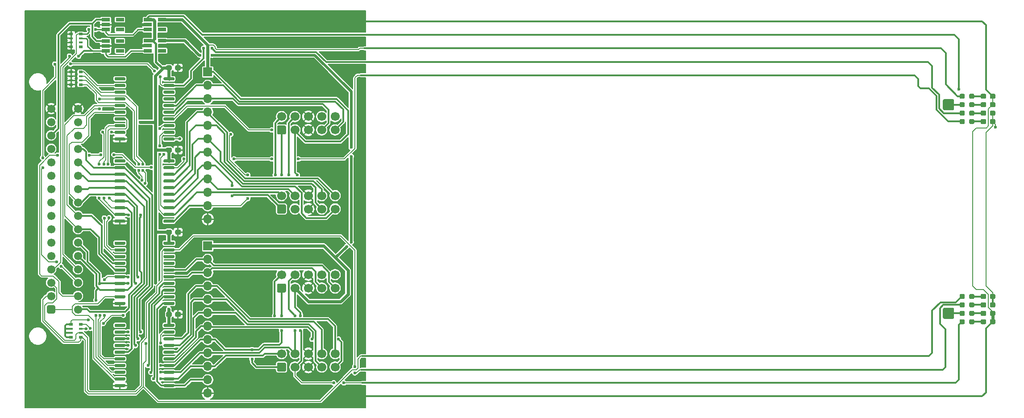
<source format=gbr>
%TF.GenerationSoftware,KiCad,Pcbnew,5.99.0+really5.1.10+dfsg1-1*%
%TF.CreationDate,2022-01-10T00:23:21+01:00*%
%TF.ProjectId,RiserCard,52697365-7243-4617-9264-2e6b69636164,rev?*%
%TF.SameCoordinates,Original*%
%TF.FileFunction,Copper,L1,Top*%
%TF.FilePolarity,Positive*%
%FSLAX46Y46*%
G04 Gerber Fmt 4.6, Leading zero omitted, Abs format (unit mm)*
G04 Created by KiCad (PCBNEW 5.99.0+really5.1.10+dfsg1-1) date 2022-01-10 00:23:21*
%MOMM*%
%LPD*%
G01*
G04 APERTURE LIST*
%TA.AperFunction,ComponentPad*%
%ADD10O,1.700000X1.700000*%
%TD*%
%TA.AperFunction,ComponentPad*%
%ADD11R,1.700000X1.700000*%
%TD*%
%TA.AperFunction,SMDPad,CuDef*%
%ADD12R,1.560000X0.650000*%
%TD*%
%TA.AperFunction,SMDPad,CuDef*%
%ADD13R,0.800000X0.500000*%
%TD*%
%TA.AperFunction,SMDPad,CuDef*%
%ADD14R,0.800000X0.400000*%
%TD*%
%TA.AperFunction,ComponentPad*%
%ADD15C,1.700000*%
%TD*%
%TA.AperFunction,ComponentPad*%
%ADD16C,1.550000*%
%TD*%
%TA.AperFunction,ViaPad*%
%ADD17C,0.600000*%
%TD*%
%TA.AperFunction,Conductor*%
%ADD18C,0.300000*%
%TD*%
%TA.AperFunction,Conductor*%
%ADD19C,0.600000*%
%TD*%
%TA.AperFunction,Conductor*%
%ADD20C,0.200000*%
%TD*%
%TA.AperFunction,Conductor*%
%ADD21C,0.400000*%
%TD*%
%TA.AperFunction,Conductor*%
%ADD22C,0.500000*%
%TD*%
%TA.AperFunction,Conductor*%
%ADD23C,0.250000*%
%TD*%
%TA.AperFunction,Conductor*%
%ADD24C,0.100000*%
%TD*%
G04 APERTURE END LIST*
D10*
%TO.P,J8,12*%
%TO.N,GND*%
X75000000Y-112960000D03*
%TO.P,J8,11*%
%TO.N,/B_SPARE_B*%
X75000000Y-110420000D03*
%TO.P,J8,10*%
%TO.N,/B_TARGET_TX*%
X75000000Y-107880000D03*
%TO.P,J8,9*%
%TO.N,/B_TARGET_RX*%
X75000000Y-105340000D03*
%TO.P,J8,8*%
%TO.N,/B_~MCLR*%
X75000000Y-102800000D03*
%TO.P,J8,7*%
%TO.N,/B_TCK*%
X75000000Y-100260000D03*
%TO.P,J8,6*%
%TO.N,/B_TMS*%
X75000000Y-97720000D03*
%TO.P,J8,5*%
%TO.N,/B_TDO*%
X75000000Y-95180000D03*
%TO.P,J8,4*%
%TO.N,/B_TDI*%
X75000000Y-92640000D03*
%TO.P,J8,3*%
%TO.N,/B_PGED*%
X75000000Y-90100000D03*
%TO.P,J8,2*%
%TO.N,/B_PGEC*%
X75000000Y-87560000D03*
D11*
%TO.P,J8,1*%
%TO.N,VDD*%
X75000000Y-85020000D03*
%TD*%
D10*
%TO.P,J7,12*%
%TO.N,GND*%
X75000000Y-79940000D03*
%TO.P,J7,11*%
%TO.N,/A_SPARE_A*%
X75000000Y-77400000D03*
%TO.P,J7,10*%
%TO.N,/A_TARGET_TX*%
X75000000Y-74860000D03*
%TO.P,J7,9*%
%TO.N,/A_TARGET_RX*%
X75000000Y-72320000D03*
%TO.P,J7,8*%
%TO.N,/A_~MCLR*%
X75000000Y-69780000D03*
%TO.P,J7,7*%
%TO.N,/A_TCK*%
X75000000Y-67240000D03*
%TO.P,J7,6*%
%TO.N,/A_TMS*%
X75000000Y-64700000D03*
%TO.P,J7,5*%
%TO.N,/A_TDO*%
X75000000Y-62160000D03*
%TO.P,J7,4*%
%TO.N,/A_TDI*%
X75000000Y-59620000D03*
%TO.P,J7,3*%
%TO.N,/A_PGED*%
X75000000Y-57080000D03*
%TO.P,J7,2*%
%TO.N,/A_PGEC*%
X75000000Y-54540000D03*
D11*
%TO.P,J7,1*%
%TO.N,VCC*%
X75000000Y-52000000D03*
%TD*%
%TO.P,R8,2*%
%TO.N,Net-(D8-Pad1)*%
%TA.AperFunction,SMDPad,CuDef*%
G36*
G01*
X219425000Y-94837500D02*
X219425000Y-94362500D01*
G75*
G02*
X219662500Y-94125000I237500J0D01*
G01*
X220162500Y-94125000D01*
G75*
G02*
X220400000Y-94362500I0J-237500D01*
G01*
X220400000Y-94837500D01*
G75*
G02*
X220162500Y-95075000I-237500J0D01*
G01*
X219662500Y-95075000D01*
G75*
G02*
X219425000Y-94837500I0J237500D01*
G01*
G37*
%TD.AperFunction*%
%TO.P,R8,1*%
%TO.N,/EN_JTAG_B*%
%TA.AperFunction,SMDPad,CuDef*%
G36*
G01*
X217600000Y-94837500D02*
X217600000Y-94362500D01*
G75*
G02*
X217837500Y-94125000I237500J0D01*
G01*
X218337500Y-94125000D01*
G75*
G02*
X218575000Y-94362500I0J-237500D01*
G01*
X218575000Y-94837500D01*
G75*
G02*
X218337500Y-95075000I-237500J0D01*
G01*
X217837500Y-95075000D01*
G75*
G02*
X217600000Y-94837500I0J237500D01*
G01*
G37*
%TD.AperFunction*%
%TD*%
%TO.P,R7,2*%
%TO.N,Net-(D7-Pad1)*%
%TA.AperFunction,SMDPad,CuDef*%
G36*
G01*
X219425000Y-96437500D02*
X219425000Y-95962500D01*
G75*
G02*
X219662500Y-95725000I237500J0D01*
G01*
X220162500Y-95725000D01*
G75*
G02*
X220400000Y-95962500I0J-237500D01*
G01*
X220400000Y-96437500D01*
G75*
G02*
X220162500Y-96675000I-237500J0D01*
G01*
X219662500Y-96675000D01*
G75*
G02*
X219425000Y-96437500I0J237500D01*
G01*
G37*
%TD.AperFunction*%
%TO.P,R7,1*%
%TO.N,/EN_ICSP_B*%
%TA.AperFunction,SMDPad,CuDef*%
G36*
G01*
X217600000Y-96437500D02*
X217600000Y-95962500D01*
G75*
G02*
X217837500Y-95725000I237500J0D01*
G01*
X218337500Y-95725000D01*
G75*
G02*
X218575000Y-95962500I0J-237500D01*
G01*
X218575000Y-96437500D01*
G75*
G02*
X218337500Y-96675000I-237500J0D01*
G01*
X217837500Y-96675000D01*
G75*
G02*
X217600000Y-96437500I0J237500D01*
G01*
G37*
%TD.AperFunction*%
%TD*%
%TO.P,R6,2*%
%TO.N,Net-(D6-Pad1)*%
%TA.AperFunction,SMDPad,CuDef*%
G36*
G01*
X219425000Y-61637500D02*
X219425000Y-61162500D01*
G75*
G02*
X219662500Y-60925000I237500J0D01*
G01*
X220162500Y-60925000D01*
G75*
G02*
X220400000Y-61162500I0J-237500D01*
G01*
X220400000Y-61637500D01*
G75*
G02*
X220162500Y-61875000I-237500J0D01*
G01*
X219662500Y-61875000D01*
G75*
G02*
X219425000Y-61637500I0J237500D01*
G01*
G37*
%TD.AperFunction*%
%TO.P,R6,1*%
%TO.N,/EN_JTAG_A*%
%TA.AperFunction,SMDPad,CuDef*%
G36*
G01*
X217600000Y-61637500D02*
X217600000Y-61162500D01*
G75*
G02*
X217837500Y-60925000I237500J0D01*
G01*
X218337500Y-60925000D01*
G75*
G02*
X218575000Y-61162500I0J-237500D01*
G01*
X218575000Y-61637500D01*
G75*
G02*
X218337500Y-61875000I-237500J0D01*
G01*
X217837500Y-61875000D01*
G75*
G02*
X217600000Y-61637500I0J237500D01*
G01*
G37*
%TD.AperFunction*%
%TD*%
%TO.P,R5,2*%
%TO.N,Net-(D5-Pad1)*%
%TA.AperFunction,SMDPad,CuDef*%
G36*
G01*
X219425000Y-60037500D02*
X219425000Y-59562500D01*
G75*
G02*
X219662500Y-59325000I237500J0D01*
G01*
X220162500Y-59325000D01*
G75*
G02*
X220400000Y-59562500I0J-237500D01*
G01*
X220400000Y-60037500D01*
G75*
G02*
X220162500Y-60275000I-237500J0D01*
G01*
X219662500Y-60275000D01*
G75*
G02*
X219425000Y-60037500I0J237500D01*
G01*
G37*
%TD.AperFunction*%
%TO.P,R5,1*%
%TO.N,/EN_ICSP_A*%
%TA.AperFunction,SMDPad,CuDef*%
G36*
G01*
X217600000Y-60037500D02*
X217600000Y-59562500D01*
G75*
G02*
X217837500Y-59325000I237500J0D01*
G01*
X218337500Y-59325000D01*
G75*
G02*
X218575000Y-59562500I0J-237500D01*
G01*
X218575000Y-60037500D01*
G75*
G02*
X218337500Y-60275000I-237500J0D01*
G01*
X217837500Y-60275000D01*
G75*
G02*
X217600000Y-60037500I0J237500D01*
G01*
G37*
%TD.AperFunction*%
%TD*%
%TO.P,R4,2*%
%TO.N,Net-(J6-Pad1)*%
%TA.AperFunction,SMDPad,CuDef*%
G36*
G01*
X218575000Y-97562500D02*
X218575000Y-98037500D01*
G75*
G02*
X218337500Y-98275000I-237500J0D01*
G01*
X217837500Y-98275000D01*
G75*
G02*
X217600000Y-98037500I0J237500D01*
G01*
X217600000Y-97562500D01*
G75*
G02*
X217837500Y-97325000I237500J0D01*
G01*
X218337500Y-97325000D01*
G75*
G02*
X218575000Y-97562500I0J-237500D01*
G01*
G37*
%TD.AperFunction*%
%TO.P,R4,1*%
%TO.N,Net-(D4-Pad2)*%
%TA.AperFunction,SMDPad,CuDef*%
G36*
G01*
X220400000Y-97562500D02*
X220400000Y-98037500D01*
G75*
G02*
X220162500Y-98275000I-237500J0D01*
G01*
X219662500Y-98275000D01*
G75*
G02*
X219425000Y-98037500I0J237500D01*
G01*
X219425000Y-97562500D01*
G75*
G02*
X219662500Y-97325000I237500J0D01*
G01*
X220162500Y-97325000D01*
G75*
G02*
X220400000Y-97562500I0J-237500D01*
G01*
G37*
%TD.AperFunction*%
%TD*%
%TO.P,R3,2*%
%TO.N,Net-(J5-Pad1)*%
%TA.AperFunction,SMDPad,CuDef*%
G36*
G01*
X218575000Y-57962500D02*
X218575000Y-58437500D01*
G75*
G02*
X218337500Y-58675000I-237500J0D01*
G01*
X217837500Y-58675000D01*
G75*
G02*
X217600000Y-58437500I0J237500D01*
G01*
X217600000Y-57962500D01*
G75*
G02*
X217837500Y-57725000I237500J0D01*
G01*
X218337500Y-57725000D01*
G75*
G02*
X218575000Y-57962500I0J-237500D01*
G01*
G37*
%TD.AperFunction*%
%TO.P,R3,1*%
%TO.N,Net-(D3-Pad2)*%
%TA.AperFunction,SMDPad,CuDef*%
G36*
G01*
X220400000Y-57962500D02*
X220400000Y-58437500D01*
G75*
G02*
X220162500Y-58675000I-237500J0D01*
G01*
X219662500Y-58675000D01*
G75*
G02*
X219425000Y-58437500I0J237500D01*
G01*
X219425000Y-57962500D01*
G75*
G02*
X219662500Y-57725000I237500J0D01*
G01*
X220162500Y-57725000D01*
G75*
G02*
X220400000Y-57962500I0J-237500D01*
G01*
G37*
%TD.AperFunction*%
%TD*%
%TO.P,R2,2*%
%TO.N,VDD*%
%TA.AperFunction,SMDPad,CuDef*%
G36*
G01*
X218575000Y-99162500D02*
X218575000Y-99637500D01*
G75*
G02*
X218337500Y-99875000I-237500J0D01*
G01*
X217837500Y-99875000D01*
G75*
G02*
X217600000Y-99637500I0J237500D01*
G01*
X217600000Y-99162500D01*
G75*
G02*
X217837500Y-98925000I237500J0D01*
G01*
X218337500Y-98925000D01*
G75*
G02*
X218575000Y-99162500I0J-237500D01*
G01*
G37*
%TD.AperFunction*%
%TO.P,R2,1*%
%TO.N,Net-(D2-Pad2)*%
%TA.AperFunction,SMDPad,CuDef*%
G36*
G01*
X220400000Y-99162500D02*
X220400000Y-99637500D01*
G75*
G02*
X220162500Y-99875000I-237500J0D01*
G01*
X219662500Y-99875000D01*
G75*
G02*
X219425000Y-99637500I0J237500D01*
G01*
X219425000Y-99162500D01*
G75*
G02*
X219662500Y-98925000I237500J0D01*
G01*
X220162500Y-98925000D01*
G75*
G02*
X220400000Y-99162500I0J-237500D01*
G01*
G37*
%TD.AperFunction*%
%TD*%
%TO.P,R1,2*%
%TO.N,VCC*%
%TA.AperFunction,SMDPad,CuDef*%
G36*
G01*
X218575000Y-56362500D02*
X218575000Y-56837500D01*
G75*
G02*
X218337500Y-57075000I-237500J0D01*
G01*
X217837500Y-57075000D01*
G75*
G02*
X217600000Y-56837500I0J237500D01*
G01*
X217600000Y-56362500D01*
G75*
G02*
X217837500Y-56125000I237500J0D01*
G01*
X218337500Y-56125000D01*
G75*
G02*
X218575000Y-56362500I0J-237500D01*
G01*
G37*
%TD.AperFunction*%
%TO.P,R1,1*%
%TO.N,Net-(D1-Pad2)*%
%TA.AperFunction,SMDPad,CuDef*%
G36*
G01*
X220400000Y-56362500D02*
X220400000Y-56837500D01*
G75*
G02*
X220162500Y-57075000I-237500J0D01*
G01*
X219662500Y-57075000D01*
G75*
G02*
X219425000Y-56837500I0J237500D01*
G01*
X219425000Y-56362500D01*
G75*
G02*
X219662500Y-56125000I237500J0D01*
G01*
X220162500Y-56125000D01*
G75*
G02*
X220400000Y-56362500I0J-237500D01*
G01*
G37*
%TD.AperFunction*%
%TD*%
%TO.P,J6,1*%
%TO.N,Net-(J6-Pad1)*%
%TA.AperFunction,ComponentPad*%
G36*
G01*
X214450000Y-98600001D02*
X214450000Y-96999999D01*
G75*
G02*
X214699999Y-96750000I249999J0D01*
G01*
X216300001Y-96750000D01*
G75*
G02*
X216550000Y-96999999I0J-249999D01*
G01*
X216550000Y-98600001D01*
G75*
G02*
X216300001Y-98850000I-249999J0D01*
G01*
X214699999Y-98850000D01*
G75*
G02*
X214450000Y-98600001I0J249999D01*
G01*
G37*
%TD.AperFunction*%
%TD*%
%TO.P,J5,1*%
%TO.N,Net-(J5-Pad1)*%
%TA.AperFunction,ComponentPad*%
G36*
G01*
X214450000Y-59000001D02*
X214450000Y-57399999D01*
G75*
G02*
X214699999Y-57150000I249999J0D01*
G01*
X216300001Y-57150000D01*
G75*
G02*
X216550000Y-57399999I0J-249999D01*
G01*
X216550000Y-59000001D01*
G75*
G02*
X216300001Y-59250000I-249999J0D01*
G01*
X214699999Y-59250000D01*
G75*
G02*
X214450000Y-59000001I0J249999D01*
G01*
G37*
%TD.AperFunction*%
%TD*%
%TO.P,D8,2*%
%TO.N,+3V3*%
%TA.AperFunction,SMDPad,CuDef*%
G36*
G01*
X223350000Y-94837500D02*
X223350000Y-94362500D01*
G75*
G02*
X223587500Y-94125000I237500J0D01*
G01*
X224162500Y-94125000D01*
G75*
G02*
X224400000Y-94362500I0J-237500D01*
G01*
X224400000Y-94837500D01*
G75*
G02*
X224162500Y-95075000I-237500J0D01*
G01*
X223587500Y-95075000D01*
G75*
G02*
X223350000Y-94837500I0J237500D01*
G01*
G37*
%TD.AperFunction*%
%TO.P,D8,1*%
%TO.N,Net-(D8-Pad1)*%
%TA.AperFunction,SMDPad,CuDef*%
G36*
G01*
X221600000Y-94837500D02*
X221600000Y-94362500D01*
G75*
G02*
X221837500Y-94125000I237500J0D01*
G01*
X222412500Y-94125000D01*
G75*
G02*
X222650000Y-94362500I0J-237500D01*
G01*
X222650000Y-94837500D01*
G75*
G02*
X222412500Y-95075000I-237500J0D01*
G01*
X221837500Y-95075000D01*
G75*
G02*
X221600000Y-94837500I0J237500D01*
G01*
G37*
%TD.AperFunction*%
%TD*%
%TO.P,D7,2*%
%TO.N,+3V3*%
%TA.AperFunction,SMDPad,CuDef*%
G36*
G01*
X223350000Y-96437500D02*
X223350000Y-95962500D01*
G75*
G02*
X223587500Y-95725000I237500J0D01*
G01*
X224162500Y-95725000D01*
G75*
G02*
X224400000Y-95962500I0J-237500D01*
G01*
X224400000Y-96437500D01*
G75*
G02*
X224162500Y-96675000I-237500J0D01*
G01*
X223587500Y-96675000D01*
G75*
G02*
X223350000Y-96437500I0J237500D01*
G01*
G37*
%TD.AperFunction*%
%TO.P,D7,1*%
%TO.N,Net-(D7-Pad1)*%
%TA.AperFunction,SMDPad,CuDef*%
G36*
G01*
X221600000Y-96437500D02*
X221600000Y-95962500D01*
G75*
G02*
X221837500Y-95725000I237500J0D01*
G01*
X222412500Y-95725000D01*
G75*
G02*
X222650000Y-95962500I0J-237500D01*
G01*
X222650000Y-96437500D01*
G75*
G02*
X222412500Y-96675000I-237500J0D01*
G01*
X221837500Y-96675000D01*
G75*
G02*
X221600000Y-96437500I0J237500D01*
G01*
G37*
%TD.AperFunction*%
%TD*%
%TO.P,D6,2*%
%TO.N,+3V3*%
%TA.AperFunction,SMDPad,CuDef*%
G36*
G01*
X223350000Y-61637500D02*
X223350000Y-61162500D01*
G75*
G02*
X223587500Y-60925000I237500J0D01*
G01*
X224162500Y-60925000D01*
G75*
G02*
X224400000Y-61162500I0J-237500D01*
G01*
X224400000Y-61637500D01*
G75*
G02*
X224162500Y-61875000I-237500J0D01*
G01*
X223587500Y-61875000D01*
G75*
G02*
X223350000Y-61637500I0J237500D01*
G01*
G37*
%TD.AperFunction*%
%TO.P,D6,1*%
%TO.N,Net-(D6-Pad1)*%
%TA.AperFunction,SMDPad,CuDef*%
G36*
G01*
X221600000Y-61637500D02*
X221600000Y-61162500D01*
G75*
G02*
X221837500Y-60925000I237500J0D01*
G01*
X222412500Y-60925000D01*
G75*
G02*
X222650000Y-61162500I0J-237500D01*
G01*
X222650000Y-61637500D01*
G75*
G02*
X222412500Y-61875000I-237500J0D01*
G01*
X221837500Y-61875000D01*
G75*
G02*
X221600000Y-61637500I0J237500D01*
G01*
G37*
%TD.AperFunction*%
%TD*%
%TO.P,D5,2*%
%TO.N,+3V3*%
%TA.AperFunction,SMDPad,CuDef*%
G36*
G01*
X223350000Y-60037500D02*
X223350000Y-59562500D01*
G75*
G02*
X223587500Y-59325000I237500J0D01*
G01*
X224162500Y-59325000D01*
G75*
G02*
X224400000Y-59562500I0J-237500D01*
G01*
X224400000Y-60037500D01*
G75*
G02*
X224162500Y-60275000I-237500J0D01*
G01*
X223587500Y-60275000D01*
G75*
G02*
X223350000Y-60037500I0J237500D01*
G01*
G37*
%TD.AperFunction*%
%TO.P,D5,1*%
%TO.N,Net-(D5-Pad1)*%
%TA.AperFunction,SMDPad,CuDef*%
G36*
G01*
X221600000Y-60037500D02*
X221600000Y-59562500D01*
G75*
G02*
X221837500Y-59325000I237500J0D01*
G01*
X222412500Y-59325000D01*
G75*
G02*
X222650000Y-59562500I0J-237500D01*
G01*
X222650000Y-60037500D01*
G75*
G02*
X222412500Y-60275000I-237500J0D01*
G01*
X221837500Y-60275000D01*
G75*
G02*
X221600000Y-60037500I0J237500D01*
G01*
G37*
%TD.AperFunction*%
%TD*%
%TO.P,D4,2*%
%TO.N,Net-(D4-Pad2)*%
%TA.AperFunction,SMDPad,CuDef*%
G36*
G01*
X222650000Y-97562500D02*
X222650000Y-98037500D01*
G75*
G02*
X222412500Y-98275000I-237500J0D01*
G01*
X221837500Y-98275000D01*
G75*
G02*
X221600000Y-98037500I0J237500D01*
G01*
X221600000Y-97562500D01*
G75*
G02*
X221837500Y-97325000I237500J0D01*
G01*
X222412500Y-97325000D01*
G75*
G02*
X222650000Y-97562500I0J-237500D01*
G01*
G37*
%TD.AperFunction*%
%TO.P,D4,1*%
%TO.N,GND*%
%TA.AperFunction,SMDPad,CuDef*%
G36*
G01*
X224400000Y-97562500D02*
X224400000Y-98037500D01*
G75*
G02*
X224162500Y-98275000I-237500J0D01*
G01*
X223587500Y-98275000D01*
G75*
G02*
X223350000Y-98037500I0J237500D01*
G01*
X223350000Y-97562500D01*
G75*
G02*
X223587500Y-97325000I237500J0D01*
G01*
X224162500Y-97325000D01*
G75*
G02*
X224400000Y-97562500I0J-237500D01*
G01*
G37*
%TD.AperFunction*%
%TD*%
%TO.P,D3,2*%
%TO.N,Net-(D3-Pad2)*%
%TA.AperFunction,SMDPad,CuDef*%
G36*
G01*
X222650000Y-57962500D02*
X222650000Y-58437500D01*
G75*
G02*
X222412500Y-58675000I-237500J0D01*
G01*
X221837500Y-58675000D01*
G75*
G02*
X221600000Y-58437500I0J237500D01*
G01*
X221600000Y-57962500D01*
G75*
G02*
X221837500Y-57725000I237500J0D01*
G01*
X222412500Y-57725000D01*
G75*
G02*
X222650000Y-57962500I0J-237500D01*
G01*
G37*
%TD.AperFunction*%
%TO.P,D3,1*%
%TO.N,GND*%
%TA.AperFunction,SMDPad,CuDef*%
G36*
G01*
X224400000Y-57962500D02*
X224400000Y-58437500D01*
G75*
G02*
X224162500Y-58675000I-237500J0D01*
G01*
X223587500Y-58675000D01*
G75*
G02*
X223350000Y-58437500I0J237500D01*
G01*
X223350000Y-57962500D01*
G75*
G02*
X223587500Y-57725000I237500J0D01*
G01*
X224162500Y-57725000D01*
G75*
G02*
X224400000Y-57962500I0J-237500D01*
G01*
G37*
%TD.AperFunction*%
%TD*%
%TO.P,D2,2*%
%TO.N,Net-(D2-Pad2)*%
%TA.AperFunction,SMDPad,CuDef*%
G36*
G01*
X222650000Y-99162500D02*
X222650000Y-99637500D01*
G75*
G02*
X222412500Y-99875000I-237500J0D01*
G01*
X221837500Y-99875000D01*
G75*
G02*
X221600000Y-99637500I0J237500D01*
G01*
X221600000Y-99162500D01*
G75*
G02*
X221837500Y-98925000I237500J0D01*
G01*
X222412500Y-98925000D01*
G75*
G02*
X222650000Y-99162500I0J-237500D01*
G01*
G37*
%TD.AperFunction*%
%TO.P,D2,1*%
%TO.N,GND*%
%TA.AperFunction,SMDPad,CuDef*%
G36*
G01*
X224400000Y-99162500D02*
X224400000Y-99637500D01*
G75*
G02*
X224162500Y-99875000I-237500J0D01*
G01*
X223587500Y-99875000D01*
G75*
G02*
X223350000Y-99637500I0J237500D01*
G01*
X223350000Y-99162500D01*
G75*
G02*
X223587500Y-98925000I237500J0D01*
G01*
X224162500Y-98925000D01*
G75*
G02*
X224400000Y-99162500I0J-237500D01*
G01*
G37*
%TD.AperFunction*%
%TD*%
%TO.P,D1,2*%
%TO.N,Net-(D1-Pad2)*%
%TA.AperFunction,SMDPad,CuDef*%
G36*
G01*
X222650000Y-56362500D02*
X222650000Y-56837500D01*
G75*
G02*
X222412500Y-57075000I-237500J0D01*
G01*
X221837500Y-57075000D01*
G75*
G02*
X221600000Y-56837500I0J237500D01*
G01*
X221600000Y-56362500D01*
G75*
G02*
X221837500Y-56125000I237500J0D01*
G01*
X222412500Y-56125000D01*
G75*
G02*
X222650000Y-56362500I0J-237500D01*
G01*
G37*
%TD.AperFunction*%
%TO.P,D1,1*%
%TO.N,GND*%
%TA.AperFunction,SMDPad,CuDef*%
G36*
G01*
X224400000Y-56362500D02*
X224400000Y-56837500D01*
G75*
G02*
X224162500Y-57075000I-237500J0D01*
G01*
X223587500Y-57075000D01*
G75*
G02*
X223350000Y-56837500I0J237500D01*
G01*
X223350000Y-56362500D01*
G75*
G02*
X223587500Y-56125000I237500J0D01*
G01*
X224162500Y-56125000D01*
G75*
G02*
X224400000Y-56362500I0J-237500D01*
G01*
G37*
%TD.AperFunction*%
%TD*%
D12*
%TO.P,U9,5*%
%TO.N,N/C*%
X58350000Y-46100000D03*
%TO.P,U9,4*%
X58350000Y-48000000D03*
%TO.P,U9,3*%
%TO.N,/EN_PWR_B*%
X55650000Y-48000000D03*
%TO.P,U9,2*%
%TO.N,GND*%
X55650000Y-47050000D03*
%TO.P,U9,1*%
%TO.N,+5V*%
X55650000Y-46100000D03*
%TD*%
%TO.P,U8,5*%
%TO.N,VDD*%
X66350000Y-46050000D03*
%TO.P,U8,4*%
%TO.N,N/C*%
X66350000Y-47950000D03*
%TO.P,U8,3*%
%TO.N,/EN_PWR_B*%
X63650000Y-47950000D03*
%TO.P,U8,2*%
%TO.N,GND*%
X63650000Y-47000000D03*
%TO.P,U8,1*%
%TO.N,+3V3*%
X63650000Y-46050000D03*
%TD*%
%TO.P,U7,5*%
%TO.N,N/C*%
X58350000Y-42050000D03*
%TO.P,U7,4*%
X58350000Y-43950000D03*
%TO.P,U7,3*%
%TO.N,/EN_PWR_A*%
X55650000Y-43950000D03*
%TO.P,U7,2*%
%TO.N,GND*%
X55650000Y-43000000D03*
%TO.P,U7,1*%
%TO.N,+5V*%
X55650000Y-42050000D03*
%TD*%
%TO.P,U6,5*%
%TO.N,VCC*%
X66350000Y-42050000D03*
%TO.P,U6,4*%
%TO.N,N/C*%
X66350000Y-43950000D03*
%TO.P,U6,3*%
%TO.N,/EN_PWR_A*%
X63650000Y-43950000D03*
%TO.P,U6,2*%
%TO.N,GND*%
X63650000Y-43000000D03*
%TO.P,U6,1*%
%TO.N,+3V3*%
X63650000Y-42050000D03*
%TD*%
%TO.P,U5,20*%
%TO.N,+3V3*%
%TA.AperFunction,SMDPad,CuDef*%
G36*
G01*
X66625000Y-100235000D02*
X66625000Y-99935000D01*
G75*
G02*
X66775000Y-99785000I150000J0D01*
G01*
X68525000Y-99785000D01*
G75*
G02*
X68675000Y-99935000I0J-150000D01*
G01*
X68675000Y-100235000D01*
G75*
G02*
X68525000Y-100385000I-150000J0D01*
G01*
X66775000Y-100385000D01*
G75*
G02*
X66625000Y-100235000I0J150000D01*
G01*
G37*
%TD.AperFunction*%
%TO.P,U5,19*%
%TO.N,/EN_JTAG_B*%
%TA.AperFunction,SMDPad,CuDef*%
G36*
G01*
X66625000Y-101505000D02*
X66625000Y-101205000D01*
G75*
G02*
X66775000Y-101055000I150000J0D01*
G01*
X68525000Y-101055000D01*
G75*
G02*
X68675000Y-101205000I0J-150000D01*
G01*
X68675000Y-101505000D01*
G75*
G02*
X68525000Y-101655000I-150000J0D01*
G01*
X66775000Y-101655000D01*
G75*
G02*
X66625000Y-101505000I0J150000D01*
G01*
G37*
%TD.AperFunction*%
%TO.P,U5,18*%
%TO.N,/B_TDI*%
%TA.AperFunction,SMDPad,CuDef*%
G36*
G01*
X66625000Y-102775000D02*
X66625000Y-102475000D01*
G75*
G02*
X66775000Y-102325000I150000J0D01*
G01*
X68525000Y-102325000D01*
G75*
G02*
X68675000Y-102475000I0J-150000D01*
G01*
X68675000Y-102775000D01*
G75*
G02*
X68525000Y-102925000I-150000J0D01*
G01*
X66775000Y-102925000D01*
G75*
G02*
X66625000Y-102775000I0J150000D01*
G01*
G37*
%TD.AperFunction*%
%TO.P,U5,17*%
%TO.N,/B_TDO*%
%TA.AperFunction,SMDPad,CuDef*%
G36*
G01*
X66625000Y-104045000D02*
X66625000Y-103745000D01*
G75*
G02*
X66775000Y-103595000I150000J0D01*
G01*
X68525000Y-103595000D01*
G75*
G02*
X68675000Y-103745000I0J-150000D01*
G01*
X68675000Y-104045000D01*
G75*
G02*
X68525000Y-104195000I-150000J0D01*
G01*
X66775000Y-104195000D01*
G75*
G02*
X66625000Y-104045000I0J150000D01*
G01*
G37*
%TD.AperFunction*%
%TO.P,U5,16*%
%TO.N,/B_TMS*%
%TA.AperFunction,SMDPad,CuDef*%
G36*
G01*
X66625000Y-105315000D02*
X66625000Y-105015000D01*
G75*
G02*
X66775000Y-104865000I150000J0D01*
G01*
X68525000Y-104865000D01*
G75*
G02*
X68675000Y-105015000I0J-150000D01*
G01*
X68675000Y-105315000D01*
G75*
G02*
X68525000Y-105465000I-150000J0D01*
G01*
X66775000Y-105465000D01*
G75*
G02*
X66625000Y-105315000I0J150000D01*
G01*
G37*
%TD.AperFunction*%
%TO.P,U5,15*%
%TO.N,/B_TCK*%
%TA.AperFunction,SMDPad,CuDef*%
G36*
G01*
X66625000Y-106585000D02*
X66625000Y-106285000D01*
G75*
G02*
X66775000Y-106135000I150000J0D01*
G01*
X68525000Y-106135000D01*
G75*
G02*
X68675000Y-106285000I0J-150000D01*
G01*
X68675000Y-106585000D01*
G75*
G02*
X68525000Y-106735000I-150000J0D01*
G01*
X66775000Y-106735000D01*
G75*
G02*
X66625000Y-106585000I0J150000D01*
G01*
G37*
%TD.AperFunction*%
%TO.P,U5,14*%
%TO.N,/B_~MCLR*%
%TA.AperFunction,SMDPad,CuDef*%
G36*
G01*
X66625000Y-107855000D02*
X66625000Y-107555000D01*
G75*
G02*
X66775000Y-107405000I150000J0D01*
G01*
X68525000Y-107405000D01*
G75*
G02*
X68675000Y-107555000I0J-150000D01*
G01*
X68675000Y-107855000D01*
G75*
G02*
X68525000Y-108005000I-150000J0D01*
G01*
X66775000Y-108005000D01*
G75*
G02*
X66625000Y-107855000I0J150000D01*
G01*
G37*
%TD.AperFunction*%
%TO.P,U5,13*%
%TO.N,/B_TARGET_RX*%
%TA.AperFunction,SMDPad,CuDef*%
G36*
G01*
X66625000Y-109125000D02*
X66625000Y-108825000D01*
G75*
G02*
X66775000Y-108675000I150000J0D01*
G01*
X68525000Y-108675000D01*
G75*
G02*
X68675000Y-108825000I0J-150000D01*
G01*
X68675000Y-109125000D01*
G75*
G02*
X68525000Y-109275000I-150000J0D01*
G01*
X66775000Y-109275000D01*
G75*
G02*
X66625000Y-109125000I0J150000D01*
G01*
G37*
%TD.AperFunction*%
%TO.P,U5,12*%
%TO.N,/B_TARGET_TX*%
%TA.AperFunction,SMDPad,CuDef*%
G36*
G01*
X66625000Y-110395000D02*
X66625000Y-110095000D01*
G75*
G02*
X66775000Y-109945000I150000J0D01*
G01*
X68525000Y-109945000D01*
G75*
G02*
X68675000Y-110095000I0J-150000D01*
G01*
X68675000Y-110395000D01*
G75*
G02*
X68525000Y-110545000I-150000J0D01*
G01*
X66775000Y-110545000D01*
G75*
G02*
X66625000Y-110395000I0J150000D01*
G01*
G37*
%TD.AperFunction*%
%TO.P,U5,11*%
%TO.N,/B_SPARE_B*%
%TA.AperFunction,SMDPad,CuDef*%
G36*
G01*
X66625000Y-111665000D02*
X66625000Y-111365000D01*
G75*
G02*
X66775000Y-111215000I150000J0D01*
G01*
X68525000Y-111215000D01*
G75*
G02*
X68675000Y-111365000I0J-150000D01*
G01*
X68675000Y-111665000D01*
G75*
G02*
X68525000Y-111815000I-150000J0D01*
G01*
X66775000Y-111815000D01*
G75*
G02*
X66625000Y-111665000I0J150000D01*
G01*
G37*
%TD.AperFunction*%
%TO.P,U5,10*%
%TO.N,GND*%
%TA.AperFunction,SMDPad,CuDef*%
G36*
G01*
X57325000Y-111665000D02*
X57325000Y-111365000D01*
G75*
G02*
X57475000Y-111215000I150000J0D01*
G01*
X59225000Y-111215000D01*
G75*
G02*
X59375000Y-111365000I0J-150000D01*
G01*
X59375000Y-111665000D01*
G75*
G02*
X59225000Y-111815000I-150000J0D01*
G01*
X57475000Y-111815000D01*
G75*
G02*
X57325000Y-111665000I0J150000D01*
G01*
G37*
%TD.AperFunction*%
%TO.P,U5,9*%
%TO.N,/SPARE_B*%
%TA.AperFunction,SMDPad,CuDef*%
G36*
G01*
X57325000Y-110395000D02*
X57325000Y-110095000D01*
G75*
G02*
X57475000Y-109945000I150000J0D01*
G01*
X59225000Y-109945000D01*
G75*
G02*
X59375000Y-110095000I0J-150000D01*
G01*
X59375000Y-110395000D01*
G75*
G02*
X59225000Y-110545000I-150000J0D01*
G01*
X57475000Y-110545000D01*
G75*
G02*
X57325000Y-110395000I0J150000D01*
G01*
G37*
%TD.AperFunction*%
%TO.P,U5,8*%
%TO.N,/TARGET_TX*%
%TA.AperFunction,SMDPad,CuDef*%
G36*
G01*
X57325000Y-109125000D02*
X57325000Y-108825000D01*
G75*
G02*
X57475000Y-108675000I150000J0D01*
G01*
X59225000Y-108675000D01*
G75*
G02*
X59375000Y-108825000I0J-150000D01*
G01*
X59375000Y-109125000D01*
G75*
G02*
X59225000Y-109275000I-150000J0D01*
G01*
X57475000Y-109275000D01*
G75*
G02*
X57325000Y-109125000I0J150000D01*
G01*
G37*
%TD.AperFunction*%
%TO.P,U5,7*%
%TO.N,/TARGET_RX*%
%TA.AperFunction,SMDPad,CuDef*%
G36*
G01*
X57325000Y-107855000D02*
X57325000Y-107555000D01*
G75*
G02*
X57475000Y-107405000I150000J0D01*
G01*
X59225000Y-107405000D01*
G75*
G02*
X59375000Y-107555000I0J-150000D01*
G01*
X59375000Y-107855000D01*
G75*
G02*
X59225000Y-108005000I-150000J0D01*
G01*
X57475000Y-108005000D01*
G75*
G02*
X57325000Y-107855000I0J150000D01*
G01*
G37*
%TD.AperFunction*%
%TO.P,U5,6*%
%TO.N,/~MCLR*%
%TA.AperFunction,SMDPad,CuDef*%
G36*
G01*
X57325000Y-106585000D02*
X57325000Y-106285000D01*
G75*
G02*
X57475000Y-106135000I150000J0D01*
G01*
X59225000Y-106135000D01*
G75*
G02*
X59375000Y-106285000I0J-150000D01*
G01*
X59375000Y-106585000D01*
G75*
G02*
X59225000Y-106735000I-150000J0D01*
G01*
X57475000Y-106735000D01*
G75*
G02*
X57325000Y-106585000I0J150000D01*
G01*
G37*
%TD.AperFunction*%
%TO.P,U5,5*%
%TO.N,/TCK*%
%TA.AperFunction,SMDPad,CuDef*%
G36*
G01*
X57325000Y-105315000D02*
X57325000Y-105015000D01*
G75*
G02*
X57475000Y-104865000I150000J0D01*
G01*
X59225000Y-104865000D01*
G75*
G02*
X59375000Y-105015000I0J-150000D01*
G01*
X59375000Y-105315000D01*
G75*
G02*
X59225000Y-105465000I-150000J0D01*
G01*
X57475000Y-105465000D01*
G75*
G02*
X57325000Y-105315000I0J150000D01*
G01*
G37*
%TD.AperFunction*%
%TO.P,U5,4*%
%TO.N,/TMS*%
%TA.AperFunction,SMDPad,CuDef*%
G36*
G01*
X57325000Y-104045000D02*
X57325000Y-103745000D01*
G75*
G02*
X57475000Y-103595000I150000J0D01*
G01*
X59225000Y-103595000D01*
G75*
G02*
X59375000Y-103745000I0J-150000D01*
G01*
X59375000Y-104045000D01*
G75*
G02*
X59225000Y-104195000I-150000J0D01*
G01*
X57475000Y-104195000D01*
G75*
G02*
X57325000Y-104045000I0J150000D01*
G01*
G37*
%TD.AperFunction*%
%TO.P,U5,3*%
%TO.N,/TDO*%
%TA.AperFunction,SMDPad,CuDef*%
G36*
G01*
X57325000Y-102775000D02*
X57325000Y-102475000D01*
G75*
G02*
X57475000Y-102325000I150000J0D01*
G01*
X59225000Y-102325000D01*
G75*
G02*
X59375000Y-102475000I0J-150000D01*
G01*
X59375000Y-102775000D01*
G75*
G02*
X59225000Y-102925000I-150000J0D01*
G01*
X57475000Y-102925000D01*
G75*
G02*
X57325000Y-102775000I0J150000D01*
G01*
G37*
%TD.AperFunction*%
%TO.P,U5,2*%
%TO.N,/TDI*%
%TA.AperFunction,SMDPad,CuDef*%
G36*
G01*
X57325000Y-101505000D02*
X57325000Y-101205000D01*
G75*
G02*
X57475000Y-101055000I150000J0D01*
G01*
X59225000Y-101055000D01*
G75*
G02*
X59375000Y-101205000I0J-150000D01*
G01*
X59375000Y-101505000D01*
G75*
G02*
X59225000Y-101655000I-150000J0D01*
G01*
X57475000Y-101655000D01*
G75*
G02*
X57325000Y-101505000I0J150000D01*
G01*
G37*
%TD.AperFunction*%
%TO.P,U5,1*%
%TO.N,N/C*%
%TA.AperFunction,SMDPad,CuDef*%
G36*
G01*
X57325000Y-100235000D02*
X57325000Y-99935000D01*
G75*
G02*
X57475000Y-99785000I150000J0D01*
G01*
X59225000Y-99785000D01*
G75*
G02*
X59375000Y-99935000I0J-150000D01*
G01*
X59375000Y-100235000D01*
G75*
G02*
X59225000Y-100385000I-150000J0D01*
G01*
X57475000Y-100385000D01*
G75*
G02*
X57325000Y-100235000I0J150000D01*
G01*
G37*
%TD.AperFunction*%
%TD*%
%TO.P,U4,20*%
%TO.N,+3V3*%
%TA.AperFunction,SMDPad,CuDef*%
G36*
G01*
X66625000Y-84635000D02*
X66625000Y-84335000D01*
G75*
G02*
X66775000Y-84185000I150000J0D01*
G01*
X68525000Y-84185000D01*
G75*
G02*
X68675000Y-84335000I0J-150000D01*
G01*
X68675000Y-84635000D01*
G75*
G02*
X68525000Y-84785000I-150000J0D01*
G01*
X66775000Y-84785000D01*
G75*
G02*
X66625000Y-84635000I0J150000D01*
G01*
G37*
%TD.AperFunction*%
%TO.P,U4,19*%
%TO.N,/EN_ICSP_B*%
%TA.AperFunction,SMDPad,CuDef*%
G36*
G01*
X66625000Y-85905000D02*
X66625000Y-85605000D01*
G75*
G02*
X66775000Y-85455000I150000J0D01*
G01*
X68525000Y-85455000D01*
G75*
G02*
X68675000Y-85605000I0J-150000D01*
G01*
X68675000Y-85905000D01*
G75*
G02*
X68525000Y-86055000I-150000J0D01*
G01*
X66775000Y-86055000D01*
G75*
G02*
X66625000Y-85905000I0J150000D01*
G01*
G37*
%TD.AperFunction*%
%TO.P,U4,18*%
%TO.N,N/C*%
%TA.AperFunction,SMDPad,CuDef*%
G36*
G01*
X66625000Y-87175000D02*
X66625000Y-86875000D01*
G75*
G02*
X66775000Y-86725000I150000J0D01*
G01*
X68525000Y-86725000D01*
G75*
G02*
X68675000Y-86875000I0J-150000D01*
G01*
X68675000Y-87175000D01*
G75*
G02*
X68525000Y-87325000I-150000J0D01*
G01*
X66775000Y-87325000D01*
G75*
G02*
X66625000Y-87175000I0J150000D01*
G01*
G37*
%TD.AperFunction*%
%TO.P,U4,17*%
%TA.AperFunction,SMDPad,CuDef*%
G36*
G01*
X66625000Y-88445000D02*
X66625000Y-88145000D01*
G75*
G02*
X66775000Y-87995000I150000J0D01*
G01*
X68525000Y-87995000D01*
G75*
G02*
X68675000Y-88145000I0J-150000D01*
G01*
X68675000Y-88445000D01*
G75*
G02*
X68525000Y-88595000I-150000J0D01*
G01*
X66775000Y-88595000D01*
G75*
G02*
X66625000Y-88445000I0J150000D01*
G01*
G37*
%TD.AperFunction*%
%TO.P,U4,16*%
%TO.N,/B_PGEC*%
%TA.AperFunction,SMDPad,CuDef*%
G36*
G01*
X66625000Y-89715000D02*
X66625000Y-89415000D01*
G75*
G02*
X66775000Y-89265000I150000J0D01*
G01*
X68525000Y-89265000D01*
G75*
G02*
X68675000Y-89415000I0J-150000D01*
G01*
X68675000Y-89715000D01*
G75*
G02*
X68525000Y-89865000I-150000J0D01*
G01*
X66775000Y-89865000D01*
G75*
G02*
X66625000Y-89715000I0J150000D01*
G01*
G37*
%TD.AperFunction*%
%TO.P,U4,15*%
%TO.N,/B_PGED*%
%TA.AperFunction,SMDPad,CuDef*%
G36*
G01*
X66625000Y-90985000D02*
X66625000Y-90685000D01*
G75*
G02*
X66775000Y-90535000I150000J0D01*
G01*
X68525000Y-90535000D01*
G75*
G02*
X68675000Y-90685000I0J-150000D01*
G01*
X68675000Y-90985000D01*
G75*
G02*
X68525000Y-91135000I-150000J0D01*
G01*
X66775000Y-91135000D01*
G75*
G02*
X66625000Y-90985000I0J150000D01*
G01*
G37*
%TD.AperFunction*%
%TO.P,U4,14*%
%TO.N,/B_~MCLR*%
%TA.AperFunction,SMDPad,CuDef*%
G36*
G01*
X66625000Y-92255000D02*
X66625000Y-91955000D01*
G75*
G02*
X66775000Y-91805000I150000J0D01*
G01*
X68525000Y-91805000D01*
G75*
G02*
X68675000Y-91955000I0J-150000D01*
G01*
X68675000Y-92255000D01*
G75*
G02*
X68525000Y-92405000I-150000J0D01*
G01*
X66775000Y-92405000D01*
G75*
G02*
X66625000Y-92255000I0J150000D01*
G01*
G37*
%TD.AperFunction*%
%TO.P,U4,13*%
%TO.N,/B_TARGET_RX*%
%TA.AperFunction,SMDPad,CuDef*%
G36*
G01*
X66625000Y-93525000D02*
X66625000Y-93225000D01*
G75*
G02*
X66775000Y-93075000I150000J0D01*
G01*
X68525000Y-93075000D01*
G75*
G02*
X68675000Y-93225000I0J-150000D01*
G01*
X68675000Y-93525000D01*
G75*
G02*
X68525000Y-93675000I-150000J0D01*
G01*
X66775000Y-93675000D01*
G75*
G02*
X66625000Y-93525000I0J150000D01*
G01*
G37*
%TD.AperFunction*%
%TO.P,U4,12*%
%TO.N,/B_TARGET_TX*%
%TA.AperFunction,SMDPad,CuDef*%
G36*
G01*
X66625000Y-94795000D02*
X66625000Y-94495000D01*
G75*
G02*
X66775000Y-94345000I150000J0D01*
G01*
X68525000Y-94345000D01*
G75*
G02*
X68675000Y-94495000I0J-150000D01*
G01*
X68675000Y-94795000D01*
G75*
G02*
X68525000Y-94945000I-150000J0D01*
G01*
X66775000Y-94945000D01*
G75*
G02*
X66625000Y-94795000I0J150000D01*
G01*
G37*
%TD.AperFunction*%
%TO.P,U4,11*%
%TO.N,/B_SPARE_B*%
%TA.AperFunction,SMDPad,CuDef*%
G36*
G01*
X66625000Y-96065000D02*
X66625000Y-95765000D01*
G75*
G02*
X66775000Y-95615000I150000J0D01*
G01*
X68525000Y-95615000D01*
G75*
G02*
X68675000Y-95765000I0J-150000D01*
G01*
X68675000Y-96065000D01*
G75*
G02*
X68525000Y-96215000I-150000J0D01*
G01*
X66775000Y-96215000D01*
G75*
G02*
X66625000Y-96065000I0J150000D01*
G01*
G37*
%TD.AperFunction*%
%TO.P,U4,10*%
%TO.N,GND*%
%TA.AperFunction,SMDPad,CuDef*%
G36*
G01*
X57325000Y-96065000D02*
X57325000Y-95765000D01*
G75*
G02*
X57475000Y-95615000I150000J0D01*
G01*
X59225000Y-95615000D01*
G75*
G02*
X59375000Y-95765000I0J-150000D01*
G01*
X59375000Y-96065000D01*
G75*
G02*
X59225000Y-96215000I-150000J0D01*
G01*
X57475000Y-96215000D01*
G75*
G02*
X57325000Y-96065000I0J150000D01*
G01*
G37*
%TD.AperFunction*%
%TO.P,U4,9*%
%TO.N,/SPARE_B*%
%TA.AperFunction,SMDPad,CuDef*%
G36*
G01*
X57325000Y-94795000D02*
X57325000Y-94495000D01*
G75*
G02*
X57475000Y-94345000I150000J0D01*
G01*
X59225000Y-94345000D01*
G75*
G02*
X59375000Y-94495000I0J-150000D01*
G01*
X59375000Y-94795000D01*
G75*
G02*
X59225000Y-94945000I-150000J0D01*
G01*
X57475000Y-94945000D01*
G75*
G02*
X57325000Y-94795000I0J150000D01*
G01*
G37*
%TD.AperFunction*%
%TO.P,U4,8*%
%TO.N,/TARGET_TX*%
%TA.AperFunction,SMDPad,CuDef*%
G36*
G01*
X57325000Y-93525000D02*
X57325000Y-93225000D01*
G75*
G02*
X57475000Y-93075000I150000J0D01*
G01*
X59225000Y-93075000D01*
G75*
G02*
X59375000Y-93225000I0J-150000D01*
G01*
X59375000Y-93525000D01*
G75*
G02*
X59225000Y-93675000I-150000J0D01*
G01*
X57475000Y-93675000D01*
G75*
G02*
X57325000Y-93525000I0J150000D01*
G01*
G37*
%TD.AperFunction*%
%TO.P,U4,7*%
%TO.N,/TARGET_RX*%
%TA.AperFunction,SMDPad,CuDef*%
G36*
G01*
X57325000Y-92255000D02*
X57325000Y-91955000D01*
G75*
G02*
X57475000Y-91805000I150000J0D01*
G01*
X59225000Y-91805000D01*
G75*
G02*
X59375000Y-91955000I0J-150000D01*
G01*
X59375000Y-92255000D01*
G75*
G02*
X59225000Y-92405000I-150000J0D01*
G01*
X57475000Y-92405000D01*
G75*
G02*
X57325000Y-92255000I0J150000D01*
G01*
G37*
%TD.AperFunction*%
%TO.P,U4,6*%
%TO.N,/~MCLR*%
%TA.AperFunction,SMDPad,CuDef*%
G36*
G01*
X57325000Y-90985000D02*
X57325000Y-90685000D01*
G75*
G02*
X57475000Y-90535000I150000J0D01*
G01*
X59225000Y-90535000D01*
G75*
G02*
X59375000Y-90685000I0J-150000D01*
G01*
X59375000Y-90985000D01*
G75*
G02*
X59225000Y-91135000I-150000J0D01*
G01*
X57475000Y-91135000D01*
G75*
G02*
X57325000Y-90985000I0J150000D01*
G01*
G37*
%TD.AperFunction*%
%TO.P,U4,5*%
%TO.N,/PGED*%
%TA.AperFunction,SMDPad,CuDef*%
G36*
G01*
X57325000Y-89715000D02*
X57325000Y-89415000D01*
G75*
G02*
X57475000Y-89265000I150000J0D01*
G01*
X59225000Y-89265000D01*
G75*
G02*
X59375000Y-89415000I0J-150000D01*
G01*
X59375000Y-89715000D01*
G75*
G02*
X59225000Y-89865000I-150000J0D01*
G01*
X57475000Y-89865000D01*
G75*
G02*
X57325000Y-89715000I0J150000D01*
G01*
G37*
%TD.AperFunction*%
%TO.P,U4,4*%
%TO.N,/PGEC*%
%TA.AperFunction,SMDPad,CuDef*%
G36*
G01*
X57325000Y-88445000D02*
X57325000Y-88145000D01*
G75*
G02*
X57475000Y-87995000I150000J0D01*
G01*
X59225000Y-87995000D01*
G75*
G02*
X59375000Y-88145000I0J-150000D01*
G01*
X59375000Y-88445000D01*
G75*
G02*
X59225000Y-88595000I-150000J0D01*
G01*
X57475000Y-88595000D01*
G75*
G02*
X57325000Y-88445000I0J150000D01*
G01*
G37*
%TD.AperFunction*%
%TO.P,U4,3*%
%TO.N,/UNUSED_B_2*%
%TA.AperFunction,SMDPad,CuDef*%
G36*
G01*
X57325000Y-87175000D02*
X57325000Y-86875000D01*
G75*
G02*
X57475000Y-86725000I150000J0D01*
G01*
X59225000Y-86725000D01*
G75*
G02*
X59375000Y-86875000I0J-150000D01*
G01*
X59375000Y-87175000D01*
G75*
G02*
X59225000Y-87325000I-150000J0D01*
G01*
X57475000Y-87325000D01*
G75*
G02*
X57325000Y-87175000I0J150000D01*
G01*
G37*
%TD.AperFunction*%
%TO.P,U4,2*%
%TO.N,/UNUSED_B_1*%
%TA.AperFunction,SMDPad,CuDef*%
G36*
G01*
X57325000Y-85905000D02*
X57325000Y-85605000D01*
G75*
G02*
X57475000Y-85455000I150000J0D01*
G01*
X59225000Y-85455000D01*
G75*
G02*
X59375000Y-85605000I0J-150000D01*
G01*
X59375000Y-85905000D01*
G75*
G02*
X59225000Y-86055000I-150000J0D01*
G01*
X57475000Y-86055000D01*
G75*
G02*
X57325000Y-85905000I0J150000D01*
G01*
G37*
%TD.AperFunction*%
%TO.P,U4,1*%
%TO.N,N/C*%
%TA.AperFunction,SMDPad,CuDef*%
G36*
G01*
X57325000Y-84635000D02*
X57325000Y-84335000D01*
G75*
G02*
X57475000Y-84185000I150000J0D01*
G01*
X59225000Y-84185000D01*
G75*
G02*
X59375000Y-84335000I0J-150000D01*
G01*
X59375000Y-84635000D01*
G75*
G02*
X59225000Y-84785000I-150000J0D01*
G01*
X57475000Y-84785000D01*
G75*
G02*
X57325000Y-84635000I0J150000D01*
G01*
G37*
%TD.AperFunction*%
%TD*%
%TO.P,U3,20*%
%TO.N,+3V3*%
%TA.AperFunction,SMDPad,CuDef*%
G36*
G01*
X66625000Y-69035000D02*
X66625000Y-68735000D01*
G75*
G02*
X66775000Y-68585000I150000J0D01*
G01*
X68525000Y-68585000D01*
G75*
G02*
X68675000Y-68735000I0J-150000D01*
G01*
X68675000Y-69035000D01*
G75*
G02*
X68525000Y-69185000I-150000J0D01*
G01*
X66775000Y-69185000D01*
G75*
G02*
X66625000Y-69035000I0J150000D01*
G01*
G37*
%TD.AperFunction*%
%TO.P,U3,19*%
%TO.N,/EN_JTAG_A*%
%TA.AperFunction,SMDPad,CuDef*%
G36*
G01*
X66625000Y-70305000D02*
X66625000Y-70005000D01*
G75*
G02*
X66775000Y-69855000I150000J0D01*
G01*
X68525000Y-69855000D01*
G75*
G02*
X68675000Y-70005000I0J-150000D01*
G01*
X68675000Y-70305000D01*
G75*
G02*
X68525000Y-70455000I-150000J0D01*
G01*
X66775000Y-70455000D01*
G75*
G02*
X66625000Y-70305000I0J150000D01*
G01*
G37*
%TD.AperFunction*%
%TO.P,U3,18*%
%TO.N,/A_TDI*%
%TA.AperFunction,SMDPad,CuDef*%
G36*
G01*
X66625000Y-71575000D02*
X66625000Y-71275000D01*
G75*
G02*
X66775000Y-71125000I150000J0D01*
G01*
X68525000Y-71125000D01*
G75*
G02*
X68675000Y-71275000I0J-150000D01*
G01*
X68675000Y-71575000D01*
G75*
G02*
X68525000Y-71725000I-150000J0D01*
G01*
X66775000Y-71725000D01*
G75*
G02*
X66625000Y-71575000I0J150000D01*
G01*
G37*
%TD.AperFunction*%
%TO.P,U3,17*%
%TO.N,/A_TDO*%
%TA.AperFunction,SMDPad,CuDef*%
G36*
G01*
X66625000Y-72845000D02*
X66625000Y-72545000D01*
G75*
G02*
X66775000Y-72395000I150000J0D01*
G01*
X68525000Y-72395000D01*
G75*
G02*
X68675000Y-72545000I0J-150000D01*
G01*
X68675000Y-72845000D01*
G75*
G02*
X68525000Y-72995000I-150000J0D01*
G01*
X66775000Y-72995000D01*
G75*
G02*
X66625000Y-72845000I0J150000D01*
G01*
G37*
%TD.AperFunction*%
%TO.P,U3,16*%
%TO.N,/A_TMS*%
%TA.AperFunction,SMDPad,CuDef*%
G36*
G01*
X66625000Y-74115000D02*
X66625000Y-73815000D01*
G75*
G02*
X66775000Y-73665000I150000J0D01*
G01*
X68525000Y-73665000D01*
G75*
G02*
X68675000Y-73815000I0J-150000D01*
G01*
X68675000Y-74115000D01*
G75*
G02*
X68525000Y-74265000I-150000J0D01*
G01*
X66775000Y-74265000D01*
G75*
G02*
X66625000Y-74115000I0J150000D01*
G01*
G37*
%TD.AperFunction*%
%TO.P,U3,15*%
%TO.N,/A_TCK*%
%TA.AperFunction,SMDPad,CuDef*%
G36*
G01*
X66625000Y-75385000D02*
X66625000Y-75085000D01*
G75*
G02*
X66775000Y-74935000I150000J0D01*
G01*
X68525000Y-74935000D01*
G75*
G02*
X68675000Y-75085000I0J-150000D01*
G01*
X68675000Y-75385000D01*
G75*
G02*
X68525000Y-75535000I-150000J0D01*
G01*
X66775000Y-75535000D01*
G75*
G02*
X66625000Y-75385000I0J150000D01*
G01*
G37*
%TD.AperFunction*%
%TO.P,U3,14*%
%TO.N,/A_~MCLR*%
%TA.AperFunction,SMDPad,CuDef*%
G36*
G01*
X66625000Y-76655000D02*
X66625000Y-76355000D01*
G75*
G02*
X66775000Y-76205000I150000J0D01*
G01*
X68525000Y-76205000D01*
G75*
G02*
X68675000Y-76355000I0J-150000D01*
G01*
X68675000Y-76655000D01*
G75*
G02*
X68525000Y-76805000I-150000J0D01*
G01*
X66775000Y-76805000D01*
G75*
G02*
X66625000Y-76655000I0J150000D01*
G01*
G37*
%TD.AperFunction*%
%TO.P,U3,13*%
%TO.N,/A_TARGET_RX*%
%TA.AperFunction,SMDPad,CuDef*%
G36*
G01*
X66625000Y-77925000D02*
X66625000Y-77625000D01*
G75*
G02*
X66775000Y-77475000I150000J0D01*
G01*
X68525000Y-77475000D01*
G75*
G02*
X68675000Y-77625000I0J-150000D01*
G01*
X68675000Y-77925000D01*
G75*
G02*
X68525000Y-78075000I-150000J0D01*
G01*
X66775000Y-78075000D01*
G75*
G02*
X66625000Y-77925000I0J150000D01*
G01*
G37*
%TD.AperFunction*%
%TO.P,U3,12*%
%TO.N,/A_TARGET_TX*%
%TA.AperFunction,SMDPad,CuDef*%
G36*
G01*
X66625000Y-79195000D02*
X66625000Y-78895000D01*
G75*
G02*
X66775000Y-78745000I150000J0D01*
G01*
X68525000Y-78745000D01*
G75*
G02*
X68675000Y-78895000I0J-150000D01*
G01*
X68675000Y-79195000D01*
G75*
G02*
X68525000Y-79345000I-150000J0D01*
G01*
X66775000Y-79345000D01*
G75*
G02*
X66625000Y-79195000I0J150000D01*
G01*
G37*
%TD.AperFunction*%
%TO.P,U3,11*%
%TO.N,/A_SPARE_A*%
%TA.AperFunction,SMDPad,CuDef*%
G36*
G01*
X66625000Y-80465000D02*
X66625000Y-80165000D01*
G75*
G02*
X66775000Y-80015000I150000J0D01*
G01*
X68525000Y-80015000D01*
G75*
G02*
X68675000Y-80165000I0J-150000D01*
G01*
X68675000Y-80465000D01*
G75*
G02*
X68525000Y-80615000I-150000J0D01*
G01*
X66775000Y-80615000D01*
G75*
G02*
X66625000Y-80465000I0J150000D01*
G01*
G37*
%TD.AperFunction*%
%TO.P,U3,10*%
%TO.N,GND*%
%TA.AperFunction,SMDPad,CuDef*%
G36*
G01*
X57325000Y-80465000D02*
X57325000Y-80165000D01*
G75*
G02*
X57475000Y-80015000I150000J0D01*
G01*
X59225000Y-80015000D01*
G75*
G02*
X59375000Y-80165000I0J-150000D01*
G01*
X59375000Y-80465000D01*
G75*
G02*
X59225000Y-80615000I-150000J0D01*
G01*
X57475000Y-80615000D01*
G75*
G02*
X57325000Y-80465000I0J150000D01*
G01*
G37*
%TD.AperFunction*%
%TO.P,U3,9*%
%TO.N,/SPARE_A*%
%TA.AperFunction,SMDPad,CuDef*%
G36*
G01*
X57325000Y-79195000D02*
X57325000Y-78895000D01*
G75*
G02*
X57475000Y-78745000I150000J0D01*
G01*
X59225000Y-78745000D01*
G75*
G02*
X59375000Y-78895000I0J-150000D01*
G01*
X59375000Y-79195000D01*
G75*
G02*
X59225000Y-79345000I-150000J0D01*
G01*
X57475000Y-79345000D01*
G75*
G02*
X57325000Y-79195000I0J150000D01*
G01*
G37*
%TD.AperFunction*%
%TO.P,U3,8*%
%TO.N,/TARGET_TX*%
%TA.AperFunction,SMDPad,CuDef*%
G36*
G01*
X57325000Y-77925000D02*
X57325000Y-77625000D01*
G75*
G02*
X57475000Y-77475000I150000J0D01*
G01*
X59225000Y-77475000D01*
G75*
G02*
X59375000Y-77625000I0J-150000D01*
G01*
X59375000Y-77925000D01*
G75*
G02*
X59225000Y-78075000I-150000J0D01*
G01*
X57475000Y-78075000D01*
G75*
G02*
X57325000Y-77925000I0J150000D01*
G01*
G37*
%TD.AperFunction*%
%TO.P,U3,7*%
%TO.N,/TARGET_RX*%
%TA.AperFunction,SMDPad,CuDef*%
G36*
G01*
X57325000Y-76655000D02*
X57325000Y-76355000D01*
G75*
G02*
X57475000Y-76205000I150000J0D01*
G01*
X59225000Y-76205000D01*
G75*
G02*
X59375000Y-76355000I0J-150000D01*
G01*
X59375000Y-76655000D01*
G75*
G02*
X59225000Y-76805000I-150000J0D01*
G01*
X57475000Y-76805000D01*
G75*
G02*
X57325000Y-76655000I0J150000D01*
G01*
G37*
%TD.AperFunction*%
%TO.P,U3,6*%
%TO.N,/~MCLR*%
%TA.AperFunction,SMDPad,CuDef*%
G36*
G01*
X57325000Y-75385000D02*
X57325000Y-75085000D01*
G75*
G02*
X57475000Y-74935000I150000J0D01*
G01*
X59225000Y-74935000D01*
G75*
G02*
X59375000Y-75085000I0J-150000D01*
G01*
X59375000Y-75385000D01*
G75*
G02*
X59225000Y-75535000I-150000J0D01*
G01*
X57475000Y-75535000D01*
G75*
G02*
X57325000Y-75385000I0J150000D01*
G01*
G37*
%TD.AperFunction*%
%TO.P,U3,5*%
%TO.N,/TCK*%
%TA.AperFunction,SMDPad,CuDef*%
G36*
G01*
X57325000Y-74115000D02*
X57325000Y-73815000D01*
G75*
G02*
X57475000Y-73665000I150000J0D01*
G01*
X59225000Y-73665000D01*
G75*
G02*
X59375000Y-73815000I0J-150000D01*
G01*
X59375000Y-74115000D01*
G75*
G02*
X59225000Y-74265000I-150000J0D01*
G01*
X57475000Y-74265000D01*
G75*
G02*
X57325000Y-74115000I0J150000D01*
G01*
G37*
%TD.AperFunction*%
%TO.P,U3,4*%
%TO.N,/TMS*%
%TA.AperFunction,SMDPad,CuDef*%
G36*
G01*
X57325000Y-72845000D02*
X57325000Y-72545000D01*
G75*
G02*
X57475000Y-72395000I150000J0D01*
G01*
X59225000Y-72395000D01*
G75*
G02*
X59375000Y-72545000I0J-150000D01*
G01*
X59375000Y-72845000D01*
G75*
G02*
X59225000Y-72995000I-150000J0D01*
G01*
X57475000Y-72995000D01*
G75*
G02*
X57325000Y-72845000I0J150000D01*
G01*
G37*
%TD.AperFunction*%
%TO.P,U3,3*%
%TO.N,/TDO*%
%TA.AperFunction,SMDPad,CuDef*%
G36*
G01*
X57325000Y-71575000D02*
X57325000Y-71275000D01*
G75*
G02*
X57475000Y-71125000I150000J0D01*
G01*
X59225000Y-71125000D01*
G75*
G02*
X59375000Y-71275000I0J-150000D01*
G01*
X59375000Y-71575000D01*
G75*
G02*
X59225000Y-71725000I-150000J0D01*
G01*
X57475000Y-71725000D01*
G75*
G02*
X57325000Y-71575000I0J150000D01*
G01*
G37*
%TD.AperFunction*%
%TO.P,U3,2*%
%TO.N,/TDI*%
%TA.AperFunction,SMDPad,CuDef*%
G36*
G01*
X57325000Y-70305000D02*
X57325000Y-70005000D01*
G75*
G02*
X57475000Y-69855000I150000J0D01*
G01*
X59225000Y-69855000D01*
G75*
G02*
X59375000Y-70005000I0J-150000D01*
G01*
X59375000Y-70305000D01*
G75*
G02*
X59225000Y-70455000I-150000J0D01*
G01*
X57475000Y-70455000D01*
G75*
G02*
X57325000Y-70305000I0J150000D01*
G01*
G37*
%TD.AperFunction*%
%TO.P,U3,1*%
%TO.N,N/C*%
%TA.AperFunction,SMDPad,CuDef*%
G36*
G01*
X57325000Y-69035000D02*
X57325000Y-68735000D01*
G75*
G02*
X57475000Y-68585000I150000J0D01*
G01*
X59225000Y-68585000D01*
G75*
G02*
X59375000Y-68735000I0J-150000D01*
G01*
X59375000Y-69035000D01*
G75*
G02*
X59225000Y-69185000I-150000J0D01*
G01*
X57475000Y-69185000D01*
G75*
G02*
X57325000Y-69035000I0J150000D01*
G01*
G37*
%TD.AperFunction*%
%TD*%
%TO.P,U2,20*%
%TO.N,+3V3*%
%TA.AperFunction,SMDPad,CuDef*%
G36*
G01*
X66625000Y-53435000D02*
X66625000Y-53135000D01*
G75*
G02*
X66775000Y-52985000I150000J0D01*
G01*
X68525000Y-52985000D01*
G75*
G02*
X68675000Y-53135000I0J-150000D01*
G01*
X68675000Y-53435000D01*
G75*
G02*
X68525000Y-53585000I-150000J0D01*
G01*
X66775000Y-53585000D01*
G75*
G02*
X66625000Y-53435000I0J150000D01*
G01*
G37*
%TD.AperFunction*%
%TO.P,U2,19*%
%TO.N,/EN_ICSP_A*%
%TA.AperFunction,SMDPad,CuDef*%
G36*
G01*
X66625000Y-54705000D02*
X66625000Y-54405000D01*
G75*
G02*
X66775000Y-54255000I150000J0D01*
G01*
X68525000Y-54255000D01*
G75*
G02*
X68675000Y-54405000I0J-150000D01*
G01*
X68675000Y-54705000D01*
G75*
G02*
X68525000Y-54855000I-150000J0D01*
G01*
X66775000Y-54855000D01*
G75*
G02*
X66625000Y-54705000I0J150000D01*
G01*
G37*
%TD.AperFunction*%
%TO.P,U2,18*%
%TO.N,N/C*%
%TA.AperFunction,SMDPad,CuDef*%
G36*
G01*
X66625000Y-55975000D02*
X66625000Y-55675000D01*
G75*
G02*
X66775000Y-55525000I150000J0D01*
G01*
X68525000Y-55525000D01*
G75*
G02*
X68675000Y-55675000I0J-150000D01*
G01*
X68675000Y-55975000D01*
G75*
G02*
X68525000Y-56125000I-150000J0D01*
G01*
X66775000Y-56125000D01*
G75*
G02*
X66625000Y-55975000I0J150000D01*
G01*
G37*
%TD.AperFunction*%
%TO.P,U2,17*%
%TA.AperFunction,SMDPad,CuDef*%
G36*
G01*
X66625000Y-57245000D02*
X66625000Y-56945000D01*
G75*
G02*
X66775000Y-56795000I150000J0D01*
G01*
X68525000Y-56795000D01*
G75*
G02*
X68675000Y-56945000I0J-150000D01*
G01*
X68675000Y-57245000D01*
G75*
G02*
X68525000Y-57395000I-150000J0D01*
G01*
X66775000Y-57395000D01*
G75*
G02*
X66625000Y-57245000I0J150000D01*
G01*
G37*
%TD.AperFunction*%
%TO.P,U2,16*%
%TO.N,/A_PGEC*%
%TA.AperFunction,SMDPad,CuDef*%
G36*
G01*
X66625000Y-58515000D02*
X66625000Y-58215000D01*
G75*
G02*
X66775000Y-58065000I150000J0D01*
G01*
X68525000Y-58065000D01*
G75*
G02*
X68675000Y-58215000I0J-150000D01*
G01*
X68675000Y-58515000D01*
G75*
G02*
X68525000Y-58665000I-150000J0D01*
G01*
X66775000Y-58665000D01*
G75*
G02*
X66625000Y-58515000I0J150000D01*
G01*
G37*
%TD.AperFunction*%
%TO.P,U2,15*%
%TO.N,/A_PGED*%
%TA.AperFunction,SMDPad,CuDef*%
G36*
G01*
X66625000Y-59785000D02*
X66625000Y-59485000D01*
G75*
G02*
X66775000Y-59335000I150000J0D01*
G01*
X68525000Y-59335000D01*
G75*
G02*
X68675000Y-59485000I0J-150000D01*
G01*
X68675000Y-59785000D01*
G75*
G02*
X68525000Y-59935000I-150000J0D01*
G01*
X66775000Y-59935000D01*
G75*
G02*
X66625000Y-59785000I0J150000D01*
G01*
G37*
%TD.AperFunction*%
%TO.P,U2,14*%
%TO.N,/A_~MCLR*%
%TA.AperFunction,SMDPad,CuDef*%
G36*
G01*
X66625000Y-61055000D02*
X66625000Y-60755000D01*
G75*
G02*
X66775000Y-60605000I150000J0D01*
G01*
X68525000Y-60605000D01*
G75*
G02*
X68675000Y-60755000I0J-150000D01*
G01*
X68675000Y-61055000D01*
G75*
G02*
X68525000Y-61205000I-150000J0D01*
G01*
X66775000Y-61205000D01*
G75*
G02*
X66625000Y-61055000I0J150000D01*
G01*
G37*
%TD.AperFunction*%
%TO.P,U2,13*%
%TO.N,/A_TARGET_RX*%
%TA.AperFunction,SMDPad,CuDef*%
G36*
G01*
X66625000Y-62325000D02*
X66625000Y-62025000D01*
G75*
G02*
X66775000Y-61875000I150000J0D01*
G01*
X68525000Y-61875000D01*
G75*
G02*
X68675000Y-62025000I0J-150000D01*
G01*
X68675000Y-62325000D01*
G75*
G02*
X68525000Y-62475000I-150000J0D01*
G01*
X66775000Y-62475000D01*
G75*
G02*
X66625000Y-62325000I0J150000D01*
G01*
G37*
%TD.AperFunction*%
%TO.P,U2,12*%
%TO.N,/A_TARGET_TX*%
%TA.AperFunction,SMDPad,CuDef*%
G36*
G01*
X66625000Y-63595000D02*
X66625000Y-63295000D01*
G75*
G02*
X66775000Y-63145000I150000J0D01*
G01*
X68525000Y-63145000D01*
G75*
G02*
X68675000Y-63295000I0J-150000D01*
G01*
X68675000Y-63595000D01*
G75*
G02*
X68525000Y-63745000I-150000J0D01*
G01*
X66775000Y-63745000D01*
G75*
G02*
X66625000Y-63595000I0J150000D01*
G01*
G37*
%TD.AperFunction*%
%TO.P,U2,11*%
%TO.N,/A_SPARE_A*%
%TA.AperFunction,SMDPad,CuDef*%
G36*
G01*
X66625000Y-64865000D02*
X66625000Y-64565000D01*
G75*
G02*
X66775000Y-64415000I150000J0D01*
G01*
X68525000Y-64415000D01*
G75*
G02*
X68675000Y-64565000I0J-150000D01*
G01*
X68675000Y-64865000D01*
G75*
G02*
X68525000Y-65015000I-150000J0D01*
G01*
X66775000Y-65015000D01*
G75*
G02*
X66625000Y-64865000I0J150000D01*
G01*
G37*
%TD.AperFunction*%
%TO.P,U2,10*%
%TO.N,GND*%
%TA.AperFunction,SMDPad,CuDef*%
G36*
G01*
X57325000Y-64865000D02*
X57325000Y-64565000D01*
G75*
G02*
X57475000Y-64415000I150000J0D01*
G01*
X59225000Y-64415000D01*
G75*
G02*
X59375000Y-64565000I0J-150000D01*
G01*
X59375000Y-64865000D01*
G75*
G02*
X59225000Y-65015000I-150000J0D01*
G01*
X57475000Y-65015000D01*
G75*
G02*
X57325000Y-64865000I0J150000D01*
G01*
G37*
%TD.AperFunction*%
%TO.P,U2,9*%
%TO.N,/SPARE_A*%
%TA.AperFunction,SMDPad,CuDef*%
G36*
G01*
X57325000Y-63595000D02*
X57325000Y-63295000D01*
G75*
G02*
X57475000Y-63145000I150000J0D01*
G01*
X59225000Y-63145000D01*
G75*
G02*
X59375000Y-63295000I0J-150000D01*
G01*
X59375000Y-63595000D01*
G75*
G02*
X59225000Y-63745000I-150000J0D01*
G01*
X57475000Y-63745000D01*
G75*
G02*
X57325000Y-63595000I0J150000D01*
G01*
G37*
%TD.AperFunction*%
%TO.P,U2,8*%
%TO.N,/TARGET_TX*%
%TA.AperFunction,SMDPad,CuDef*%
G36*
G01*
X57325000Y-62325000D02*
X57325000Y-62025000D01*
G75*
G02*
X57475000Y-61875000I150000J0D01*
G01*
X59225000Y-61875000D01*
G75*
G02*
X59375000Y-62025000I0J-150000D01*
G01*
X59375000Y-62325000D01*
G75*
G02*
X59225000Y-62475000I-150000J0D01*
G01*
X57475000Y-62475000D01*
G75*
G02*
X57325000Y-62325000I0J150000D01*
G01*
G37*
%TD.AperFunction*%
%TO.P,U2,7*%
%TO.N,/TARGET_RX*%
%TA.AperFunction,SMDPad,CuDef*%
G36*
G01*
X57325000Y-61055000D02*
X57325000Y-60755000D01*
G75*
G02*
X57475000Y-60605000I150000J0D01*
G01*
X59225000Y-60605000D01*
G75*
G02*
X59375000Y-60755000I0J-150000D01*
G01*
X59375000Y-61055000D01*
G75*
G02*
X59225000Y-61205000I-150000J0D01*
G01*
X57475000Y-61205000D01*
G75*
G02*
X57325000Y-61055000I0J150000D01*
G01*
G37*
%TD.AperFunction*%
%TO.P,U2,6*%
%TO.N,/~MCLR*%
%TA.AperFunction,SMDPad,CuDef*%
G36*
G01*
X57325000Y-59785000D02*
X57325000Y-59485000D01*
G75*
G02*
X57475000Y-59335000I150000J0D01*
G01*
X59225000Y-59335000D01*
G75*
G02*
X59375000Y-59485000I0J-150000D01*
G01*
X59375000Y-59785000D01*
G75*
G02*
X59225000Y-59935000I-150000J0D01*
G01*
X57475000Y-59935000D01*
G75*
G02*
X57325000Y-59785000I0J150000D01*
G01*
G37*
%TD.AperFunction*%
%TO.P,U2,5*%
%TO.N,/PGED*%
%TA.AperFunction,SMDPad,CuDef*%
G36*
G01*
X57325000Y-58515000D02*
X57325000Y-58215000D01*
G75*
G02*
X57475000Y-58065000I150000J0D01*
G01*
X59225000Y-58065000D01*
G75*
G02*
X59375000Y-58215000I0J-150000D01*
G01*
X59375000Y-58515000D01*
G75*
G02*
X59225000Y-58665000I-150000J0D01*
G01*
X57475000Y-58665000D01*
G75*
G02*
X57325000Y-58515000I0J150000D01*
G01*
G37*
%TD.AperFunction*%
%TO.P,U2,4*%
%TO.N,/PGEC*%
%TA.AperFunction,SMDPad,CuDef*%
G36*
G01*
X57325000Y-57245000D02*
X57325000Y-56945000D01*
G75*
G02*
X57475000Y-56795000I150000J0D01*
G01*
X59225000Y-56795000D01*
G75*
G02*
X59375000Y-56945000I0J-150000D01*
G01*
X59375000Y-57245000D01*
G75*
G02*
X59225000Y-57395000I-150000J0D01*
G01*
X57475000Y-57395000D01*
G75*
G02*
X57325000Y-57245000I0J150000D01*
G01*
G37*
%TD.AperFunction*%
%TO.P,U2,3*%
%TO.N,/UNUSED_A_2*%
%TA.AperFunction,SMDPad,CuDef*%
G36*
G01*
X57325000Y-55975000D02*
X57325000Y-55675000D01*
G75*
G02*
X57475000Y-55525000I150000J0D01*
G01*
X59225000Y-55525000D01*
G75*
G02*
X59375000Y-55675000I0J-150000D01*
G01*
X59375000Y-55975000D01*
G75*
G02*
X59225000Y-56125000I-150000J0D01*
G01*
X57475000Y-56125000D01*
G75*
G02*
X57325000Y-55975000I0J150000D01*
G01*
G37*
%TD.AperFunction*%
%TO.P,U2,2*%
%TO.N,/UNUSED_A_1*%
%TA.AperFunction,SMDPad,CuDef*%
G36*
G01*
X57325000Y-54705000D02*
X57325000Y-54405000D01*
G75*
G02*
X57475000Y-54255000I150000J0D01*
G01*
X59225000Y-54255000D01*
G75*
G02*
X59375000Y-54405000I0J-150000D01*
G01*
X59375000Y-54705000D01*
G75*
G02*
X59225000Y-54855000I-150000J0D01*
G01*
X57475000Y-54855000D01*
G75*
G02*
X57325000Y-54705000I0J150000D01*
G01*
G37*
%TD.AperFunction*%
%TO.P,U2,1*%
%TO.N,N/C*%
%TA.AperFunction,SMDPad,CuDef*%
G36*
G01*
X57325000Y-53435000D02*
X57325000Y-53135000D01*
G75*
G02*
X57475000Y-52985000I150000J0D01*
G01*
X59225000Y-52985000D01*
G75*
G02*
X59375000Y-53135000I0J-150000D01*
G01*
X59375000Y-53435000D01*
G75*
G02*
X59225000Y-53585000I-150000J0D01*
G01*
X57475000Y-53585000D01*
G75*
G02*
X57325000Y-53435000I0J150000D01*
G01*
G37*
%TD.AperFunction*%
%TD*%
D13*
%TO.P,RN3,5*%
%TO.N,N/C*%
X50900000Y-47200000D03*
D14*
%TO.P,RN3,6*%
X50900000Y-46400000D03*
D13*
%TO.P,RN3,8*%
%TO.N,/EN_PWR_A*%
X50900000Y-44800000D03*
D14*
%TO.P,RN3,7*%
%TO.N,/EN_PWR_B*%
X50900000Y-45600000D03*
D13*
%TO.P,RN3,4*%
%TO.N,GND*%
X49100000Y-47200000D03*
D14*
%TO.P,RN3,2*%
X49100000Y-45600000D03*
%TO.P,RN3,3*%
X49100000Y-46400000D03*
D13*
%TO.P,RN3,1*%
X49100000Y-44800000D03*
%TD*%
%TO.P,RN2,5*%
%TO.N,/UNUSED_B_2*%
X50900000Y-54400000D03*
D14*
%TO.P,RN2,6*%
%TO.N,/UNUSED_B_1*%
X50900000Y-53600000D03*
D13*
%TO.P,RN2,8*%
%TO.N,/UNUSED_A_1*%
X50900000Y-52000000D03*
D14*
%TO.P,RN2,7*%
%TO.N,/UNUSED_A_2*%
X50900000Y-52800000D03*
D13*
%TO.P,RN2,4*%
%TO.N,GND*%
X49100000Y-54400000D03*
D14*
%TO.P,RN2,2*%
X49100000Y-52800000D03*
%TO.P,RN2,3*%
X49100000Y-53600000D03*
D13*
%TO.P,RN2,1*%
X49100000Y-52000000D03*
%TD*%
%TO.P,RN1,5*%
%TO.N,/EN_JTAG_B*%
X50900000Y-102300000D03*
D14*
%TO.P,RN1,6*%
%TO.N,/EN_ICSP_B*%
X50900000Y-101500000D03*
D13*
%TO.P,RN1,8*%
%TO.N,/EN_ICSP_A*%
X50900000Y-99900000D03*
D14*
%TO.P,RN1,7*%
%TO.N,/EN_JTAG_A*%
X50900000Y-100700000D03*
D13*
%TO.P,RN1,4*%
%TO.N,+3V3*%
X49100000Y-102300000D03*
D14*
%TO.P,RN1,2*%
X49100000Y-100700000D03*
%TO.P,RN1,3*%
X49100000Y-101500000D03*
D13*
%TO.P,RN1,1*%
X49100000Y-99900000D03*
%TD*%
D15*
%TO.P,J4,10*%
%TO.N,/B_TDI*%
X99160000Y-105460000D03*
%TO.P,J4,8*%
%TO.N,/B_TDO*%
X96620000Y-105460000D03*
%TO.P,J4,6*%
%TO.N,GND*%
X94080000Y-105460000D03*
%TO.P,J4,4*%
%TO.N,/B_TARGET_RX*%
X91540000Y-105460000D03*
%TO.P,J4,2*%
%TO.N,/B_TARGET_TX*%
X89000000Y-105460000D03*
%TO.P,J4,9*%
%TO.N,/B_TCK*%
X99160000Y-108000000D03*
%TO.P,J4,7*%
%TO.N,/B_TMS*%
X96620000Y-108000000D03*
%TO.P,J4,5*%
%TO.N,GND*%
X94080000Y-108000000D03*
%TO.P,J4,3*%
%TO.N,VDD*%
X91540000Y-108000000D03*
%TO.P,J4,1*%
%TO.N,/B_~MCLR*%
%TA.AperFunction,ComponentPad*%
G36*
G01*
X89600000Y-108850000D02*
X88400000Y-108850000D01*
G75*
G02*
X88150000Y-108600000I0J250000D01*
G01*
X88150000Y-107400000D01*
G75*
G02*
X88400000Y-107150000I250000J0D01*
G01*
X89600000Y-107150000D01*
G75*
G02*
X89850000Y-107400000I0J-250000D01*
G01*
X89850000Y-108600000D01*
G75*
G02*
X89600000Y-108850000I-250000J0D01*
G01*
G37*
%TD.AperFunction*%
%TD*%
%TO.P,J3,10*%
%TO.N,N/C*%
X99160000Y-90460000D03*
%TO.P,J3,8*%
X96620000Y-90460000D03*
%TO.P,J3,6*%
%TO.N,GND*%
X94080000Y-90460000D03*
%TO.P,J3,4*%
%TO.N,/B_TARGET_RX*%
X91540000Y-90460000D03*
%TO.P,J3,2*%
%TO.N,/B_TARGET_TX*%
X89000000Y-90460000D03*
%TO.P,J3,9*%
%TO.N,/B_PGEC*%
X99160000Y-93000000D03*
%TO.P,J3,7*%
%TO.N,/B_PGED*%
X96620000Y-93000000D03*
%TO.P,J3,5*%
%TO.N,GND*%
X94080000Y-93000000D03*
%TO.P,J3,3*%
%TO.N,VDD*%
X91540000Y-93000000D03*
%TO.P,J3,1*%
%TO.N,/B_~MCLR*%
%TA.AperFunction,ComponentPad*%
G36*
G01*
X89600000Y-93850000D02*
X88400000Y-93850000D01*
G75*
G02*
X88150000Y-93600000I0J250000D01*
G01*
X88150000Y-92400000D01*
G75*
G02*
X88400000Y-92150000I250000J0D01*
G01*
X89600000Y-92150000D01*
G75*
G02*
X89850000Y-92400000I0J-250000D01*
G01*
X89850000Y-93600000D01*
G75*
G02*
X89600000Y-93850000I-250000J0D01*
G01*
G37*
%TD.AperFunction*%
%TD*%
%TO.P,J2,10*%
%TO.N,/A_TDI*%
X99160000Y-75460000D03*
%TO.P,J2,8*%
%TO.N,/A_TDO*%
X96620000Y-75460000D03*
%TO.P,J2,6*%
%TO.N,GND*%
X94080000Y-75460000D03*
%TO.P,J2,4*%
%TO.N,/A_TARGET_RX*%
X91540000Y-75460000D03*
%TO.P,J2,2*%
%TO.N,/A_TARGET_TX*%
X89000000Y-75460000D03*
%TO.P,J2,9*%
%TO.N,/A_TCK*%
X99160000Y-78000000D03*
%TO.P,J2,7*%
%TO.N,/A_TMS*%
X96620000Y-78000000D03*
%TO.P,J2,5*%
%TO.N,GND*%
X94080000Y-78000000D03*
%TO.P,J2,3*%
%TO.N,VCC*%
X91540000Y-78000000D03*
%TO.P,J2,1*%
%TO.N,/A_~MCLR*%
%TA.AperFunction,ComponentPad*%
G36*
G01*
X89600000Y-78850000D02*
X88400000Y-78850000D01*
G75*
G02*
X88150000Y-78600000I0J250000D01*
G01*
X88150000Y-77400000D01*
G75*
G02*
X88400000Y-77150000I250000J0D01*
G01*
X89600000Y-77150000D01*
G75*
G02*
X89850000Y-77400000I0J-250000D01*
G01*
X89850000Y-78600000D01*
G75*
G02*
X89600000Y-78850000I-250000J0D01*
G01*
G37*
%TD.AperFunction*%
%TD*%
%TO.P,J1,10*%
%TO.N,N/C*%
X99160000Y-60460000D03*
%TO.P,J1,8*%
X96620000Y-60460000D03*
%TO.P,J1,6*%
%TO.N,GND*%
X94080000Y-60460000D03*
%TO.P,J1,4*%
%TO.N,/A_TARGET_RX*%
X91540000Y-60460000D03*
%TO.P,J1,2*%
%TO.N,/A_TARGET_TX*%
X89000000Y-60460000D03*
%TO.P,J1,9*%
%TO.N,/A_PGEC*%
X99160000Y-63000000D03*
%TO.P,J1,7*%
%TO.N,/A_PGED*%
X96620000Y-63000000D03*
%TO.P,J1,5*%
%TO.N,GND*%
X94080000Y-63000000D03*
%TO.P,J1,3*%
%TO.N,VCC*%
X91540000Y-63000000D03*
%TO.P,J1,1*%
%TO.N,/A_~MCLR*%
%TA.AperFunction,ComponentPad*%
G36*
G01*
X89600000Y-63850000D02*
X88400000Y-63850000D01*
G75*
G02*
X88150000Y-63600000I0J250000D01*
G01*
X88150000Y-62400000D01*
G75*
G02*
X88400000Y-62150000I250000J0D01*
G01*
X89600000Y-62150000D01*
G75*
G02*
X89850000Y-62400000I0J-250000D01*
G01*
X89850000Y-63600000D01*
G75*
G02*
X89600000Y-63850000I-250000J0D01*
G01*
G37*
%TD.AperFunction*%
%TD*%
%TO.P,C4,2*%
%TO.N,GND*%
%TA.AperFunction,SMDPad,CuDef*%
G36*
G01*
X68825000Y-98237500D02*
X68825000Y-97762500D01*
G75*
G02*
X69062500Y-97525000I237500J0D01*
G01*
X69662500Y-97525000D01*
G75*
G02*
X69900000Y-97762500I0J-237500D01*
G01*
X69900000Y-98237500D01*
G75*
G02*
X69662500Y-98475000I-237500J0D01*
G01*
X69062500Y-98475000D01*
G75*
G02*
X68825000Y-98237500I0J237500D01*
G01*
G37*
%TD.AperFunction*%
%TO.P,C4,1*%
%TO.N,+3V3*%
%TA.AperFunction,SMDPad,CuDef*%
G36*
G01*
X67100000Y-98237500D02*
X67100000Y-97762500D01*
G75*
G02*
X67337500Y-97525000I237500J0D01*
G01*
X67937500Y-97525000D01*
G75*
G02*
X68175000Y-97762500I0J-237500D01*
G01*
X68175000Y-98237500D01*
G75*
G02*
X67937500Y-98475000I-237500J0D01*
G01*
X67337500Y-98475000D01*
G75*
G02*
X67100000Y-98237500I0J237500D01*
G01*
G37*
%TD.AperFunction*%
%TD*%
%TO.P,C3,2*%
%TO.N,GND*%
%TA.AperFunction,SMDPad,CuDef*%
G36*
G01*
X68825000Y-82637500D02*
X68825000Y-82162500D01*
G75*
G02*
X69062500Y-81925000I237500J0D01*
G01*
X69662500Y-81925000D01*
G75*
G02*
X69900000Y-82162500I0J-237500D01*
G01*
X69900000Y-82637500D01*
G75*
G02*
X69662500Y-82875000I-237500J0D01*
G01*
X69062500Y-82875000D01*
G75*
G02*
X68825000Y-82637500I0J237500D01*
G01*
G37*
%TD.AperFunction*%
%TO.P,C3,1*%
%TO.N,+3V3*%
%TA.AperFunction,SMDPad,CuDef*%
G36*
G01*
X67100000Y-82637500D02*
X67100000Y-82162500D01*
G75*
G02*
X67337500Y-81925000I237500J0D01*
G01*
X67937500Y-81925000D01*
G75*
G02*
X68175000Y-82162500I0J-237500D01*
G01*
X68175000Y-82637500D01*
G75*
G02*
X67937500Y-82875000I-237500J0D01*
G01*
X67337500Y-82875000D01*
G75*
G02*
X67100000Y-82637500I0J237500D01*
G01*
G37*
%TD.AperFunction*%
%TD*%
%TO.P,C2,2*%
%TO.N,GND*%
%TA.AperFunction,SMDPad,CuDef*%
G36*
G01*
X68825000Y-67037500D02*
X68825000Y-66562500D01*
G75*
G02*
X69062500Y-66325000I237500J0D01*
G01*
X69662500Y-66325000D01*
G75*
G02*
X69900000Y-66562500I0J-237500D01*
G01*
X69900000Y-67037500D01*
G75*
G02*
X69662500Y-67275000I-237500J0D01*
G01*
X69062500Y-67275000D01*
G75*
G02*
X68825000Y-67037500I0J237500D01*
G01*
G37*
%TD.AperFunction*%
%TO.P,C2,1*%
%TO.N,+3V3*%
%TA.AperFunction,SMDPad,CuDef*%
G36*
G01*
X67100000Y-67037500D02*
X67100000Y-66562500D01*
G75*
G02*
X67337500Y-66325000I237500J0D01*
G01*
X67937500Y-66325000D01*
G75*
G02*
X68175000Y-66562500I0J-237500D01*
G01*
X68175000Y-67037500D01*
G75*
G02*
X67937500Y-67275000I-237500J0D01*
G01*
X67337500Y-67275000D01*
G75*
G02*
X67100000Y-67037500I0J237500D01*
G01*
G37*
%TD.AperFunction*%
%TD*%
%TO.P,C1,2*%
%TO.N,GND*%
%TA.AperFunction,SMDPad,CuDef*%
G36*
G01*
X68825000Y-51437500D02*
X68825000Y-50962500D01*
G75*
G02*
X69062500Y-50725000I237500J0D01*
G01*
X69662500Y-50725000D01*
G75*
G02*
X69900000Y-50962500I0J-237500D01*
G01*
X69900000Y-51437500D01*
G75*
G02*
X69662500Y-51675000I-237500J0D01*
G01*
X69062500Y-51675000D01*
G75*
G02*
X68825000Y-51437500I0J237500D01*
G01*
G37*
%TD.AperFunction*%
%TO.P,C1,1*%
%TO.N,+3V3*%
%TA.AperFunction,SMDPad,CuDef*%
G36*
G01*
X67100000Y-51437500D02*
X67100000Y-50962500D01*
G75*
G02*
X67337500Y-50725000I237500J0D01*
G01*
X67937500Y-50725000D01*
G75*
G02*
X68175000Y-50962500I0J-237500D01*
G01*
X68175000Y-51437500D01*
G75*
G02*
X67937500Y-51675000I-237500J0D01*
G01*
X67337500Y-51675000D01*
G75*
G02*
X67100000Y-51437500I0J237500D01*
G01*
G37*
%TD.AperFunction*%
%TD*%
%TO.P,U1,a1*%
%TO.N,/SPARE_B*%
%TA.AperFunction,ComponentPad*%
G36*
G01*
X45825002Y-97825000D02*
X44774998Y-97825000D01*
G75*
G02*
X44525000Y-97575002I0J249998D01*
G01*
X44525000Y-96524998D01*
G75*
G02*
X44774998Y-96275000I249998J0D01*
G01*
X45825002Y-96275000D01*
G75*
G02*
X46075000Y-96524998I0J-249998D01*
G01*
X46075000Y-97575002D01*
G75*
G02*
X45825002Y-97825000I-249998J0D01*
G01*
G37*
%TD.AperFunction*%
D16*
%TO.P,U1,a2*%
%TO.N,/EN_JTAG_B*%
X45300000Y-94510000D03*
%TO.P,U1,a3*%
%TO.N,/EN_ICSP_B*%
X45300000Y-91970000D03*
%TO.P,U1,a4*%
%TO.N,/EN_PWR_B*%
X45300000Y-89430000D03*
%TO.P,U1,a5*%
%TO.N,N/C*%
X45300000Y-86890000D03*
%TO.P,U1,a6*%
X45300000Y-84350000D03*
%TO.P,U1,a7*%
X45300000Y-81810000D03*
%TO.P,U1,a8*%
X45300000Y-79270000D03*
%TO.P,U1,a9*%
X45300000Y-76730000D03*
%TO.P,U1,a10*%
X45300000Y-74190000D03*
%TO.P,U1,a11*%
X45300000Y-71650000D03*
%TO.P,U1,a12*%
X45300000Y-69110000D03*
%TO.P,U1,a13*%
X45300000Y-66570000D03*
%TO.P,U1,a14*%
%TO.N,+5V*%
X45300000Y-64030000D03*
%TO.P,U1,a15*%
%TO.N,+3V3*%
X45300000Y-61490000D03*
%TO.P,U1,a16*%
%TO.N,GND*%
X45300000Y-58950000D03*
%TO.P,U1,c1*%
%TO.N,/SPARE_A*%
X50380000Y-97050000D03*
%TO.P,U1,c2*%
%TO.N,/EN_JTAG_A*%
X50380000Y-94510000D03*
%TO.P,U1,c3*%
%TO.N,/EN_ICSP_A*%
X50380000Y-91970000D03*
%TO.P,U1,c4*%
%TO.N,/EN_PWR_A*%
X50380000Y-89430000D03*
%TO.P,U1,c5*%
%TO.N,/TARGET_TX*%
X50380000Y-86890000D03*
%TO.P,U1,c6*%
%TO.N,/TARGET_RX*%
X50380000Y-84350000D03*
%TO.P,U1,c7*%
%TO.N,/PGED*%
X50380000Y-81810000D03*
%TO.P,U1,c8*%
%TO.N,/PGEC*%
X50380000Y-79270000D03*
%TO.P,U1,c9*%
%TO.N,/~MCLR*%
X50380000Y-76730000D03*
%TO.P,U1,c10*%
%TO.N,/TCK*%
X50380000Y-74190000D03*
%TO.P,U1,c11*%
%TO.N,/TMS*%
X50380000Y-71650000D03*
%TO.P,U1,c12*%
%TO.N,/TDO*%
X50380000Y-69110000D03*
%TO.P,U1,c13*%
%TO.N,/TDI*%
X50380000Y-66570000D03*
%TO.P,U1,c14*%
%TO.N,+5V*%
X50380000Y-64030000D03*
%TO.P,U1,c15*%
%TO.N,+3V3*%
X50380000Y-61490000D03*
%TO.P,U1,c16*%
%TO.N,GND*%
X50380000Y-58950000D03*
%TD*%
D17*
%TO.N,+3V3*%
X217500000Y-55300000D03*
X224400000Y-62500000D03*
X67600000Y-97000000D03*
X65100033Y-92000000D03*
X62200000Y-61500000D03*
X59000000Y-98150000D03*
X55200020Y-99700000D03*
X52350000Y-99050000D03*
%TO.N,GND*%
X56600000Y-95500000D03*
X56600000Y-96500000D03*
X54100000Y-43000000D03*
X57200000Y-43000000D03*
X57100000Y-47000000D03*
X53900000Y-47100000D03*
X62000000Y-42200000D03*
X62000000Y-43000000D03*
X62000000Y-46100000D03*
X62000000Y-47100000D03*
X93000000Y-74000000D03*
X94500000Y-74000000D03*
X95300000Y-78900000D03*
X53000000Y-96700000D03*
X78300000Y-60700000D03*
X69400000Y-49900000D03*
X69400000Y-52400000D03*
X100200000Y-54800000D03*
X64700000Y-93600000D03*
X62775000Y-100200000D03*
X60300000Y-64800000D03*
X51200000Y-43600000D03*
X47700000Y-45200000D03*
X47800000Y-47400000D03*
X69500000Y-100200000D03*
X70300000Y-99200000D03*
X70600000Y-96400000D03*
X69300000Y-96400000D03*
X70100000Y-95300000D03*
X103400000Y-69500000D03*
X103600000Y-85000000D03*
X104150000Y-109700000D03*
X70800000Y-82000000D03*
X69700000Y-83900000D03*
X59000000Y-81600000D03*
X57200000Y-81500000D03*
X61800000Y-48800000D03*
X52900000Y-48800000D03*
X49900000Y-49700000D03*
X64800000Y-50800000D03*
X73000000Y-51900000D03*
X69800000Y-56000000D03*
X66000000Y-60300000D03*
X69700000Y-63000000D03*
X71400000Y-59600000D03*
X69400000Y-68100000D03*
X70200000Y-65600000D03*
X67600000Y-65700000D03*
X61100000Y-70900000D03*
X64000000Y-71600000D03*
X64200000Y-73200000D03*
X64100000Y-68800000D03*
X62150000Y-64800000D03*
X64050000Y-62600000D03*
X60150000Y-67350000D03*
X56750000Y-65450000D03*
X60200000Y-60250000D03*
X55600000Y-60350000D03*
X53800000Y-60550000D03*
X53200000Y-62500000D03*
X54700000Y-62450000D03*
X52300000Y-65900000D03*
X53450000Y-67050000D03*
X54350000Y-66450000D03*
X54300000Y-64750000D03*
X64000000Y-60450000D03*
X62400000Y-60350000D03*
X60350000Y-56300000D03*
X63950000Y-53450000D03*
X56300000Y-53750000D03*
X66050000Y-55500000D03*
X62800000Y-51300000D03*
X54450000Y-51200000D03*
X48250000Y-55250000D03*
X45800000Y-54600000D03*
X45600000Y-57200000D03*
X49700000Y-56850000D03*
X55300000Y-55200000D03*
X50050000Y-51200000D03*
X45550000Y-48950000D03*
X47050000Y-42800000D03*
X52400000Y-41750000D03*
X72900000Y-46600000D03*
X66000000Y-43000000D03*
X66200000Y-47000000D03*
X72050000Y-49000000D03*
X66300000Y-49700000D03*
X76250000Y-45850000D03*
X103550000Y-46050000D03*
X103850000Y-48800000D03*
X98100000Y-48950000D03*
X101650000Y-53150000D03*
X94500000Y-49950000D03*
X78500000Y-50100000D03*
X81700000Y-56100000D03*
X103250000Y-43900000D03*
X74900000Y-43650000D03*
X73950000Y-40700000D03*
X104000000Y-40750000D03*
X81350000Y-69250000D03*
X86350000Y-71000000D03*
X100850000Y-66200000D03*
X94250000Y-67450000D03*
X86050000Y-64450000D03*
X80850000Y-66850000D03*
X86250000Y-67400000D03*
X86300000Y-61900000D03*
X81300000Y-59400000D03*
X97900000Y-64300000D03*
X93500000Y-69400000D03*
X100550000Y-69700000D03*
X100950000Y-82200000D03*
X81100000Y-78500000D03*
X81700000Y-82050000D03*
X71500000Y-79200000D03*
X98600000Y-88450000D03*
X77300000Y-86800000D03*
X70750000Y-87300000D03*
X100300000Y-84400000D03*
X99300000Y-85350000D03*
X100950000Y-87150000D03*
X101900000Y-86300000D03*
X101750000Y-96550000D03*
X93200000Y-96150000D03*
X86500000Y-97950000D03*
X83350000Y-97600000D03*
X78600000Y-92550000D03*
X86550000Y-90500000D03*
X69700000Y-91750000D03*
X77450000Y-101650000D03*
X79450000Y-103350000D03*
X86150000Y-101450000D03*
X80700000Y-99400000D03*
X73100000Y-99200000D03*
X78650000Y-96750000D03*
X72600000Y-96600000D03*
X72650000Y-94200000D03*
X77050000Y-94250000D03*
X77650000Y-113550000D03*
X95850000Y-113400000D03*
X102000000Y-107650000D03*
X104150000Y-107450000D03*
X104300000Y-115100000D03*
X104200000Y-112050000D03*
X101900000Y-110350000D03*
X97450000Y-115150000D03*
X104150000Y-100300000D03*
X63000000Y-114900000D03*
X60350000Y-111450000D03*
X56200000Y-111500000D03*
X53050000Y-107550000D03*
X53000000Y-111650000D03*
X51300000Y-113250000D03*
X50700000Y-104100000D03*
X61300000Y-105300000D03*
X55850000Y-105400000D03*
X63650000Y-110150000D03*
X71000000Y-106700000D03*
X76600000Y-104400000D03*
X76600000Y-106400000D03*
X73150000Y-107000000D03*
X70400000Y-110500000D03*
X77150000Y-109000000D03*
X85050000Y-106900000D03*
X82100000Y-106950000D03*
X73000000Y-89100000D03*
X69800000Y-101900000D03*
X66100000Y-105800000D03*
X43700000Y-93200000D03*
X95100000Y-110100000D03*
X100500000Y-109400000D03*
X97900000Y-112000000D03*
X99900000Y-112100000D03*
X103800000Y-105300000D03*
%TO.N,/A_TARGET_RX*%
X90400000Y-71549960D03*
X66700046Y-67600000D03*
X65900043Y-62732104D03*
%TO.N,/A_TARGET_TX*%
X87800000Y-71549960D03*
X65900043Y-67600000D03*
X65900043Y-66000000D03*
%TO.N,VCC*%
X92000000Y-71549960D03*
%TO.N,/A_~MCLR*%
X79600000Y-73550000D03*
X79600000Y-75510000D03*
X89000000Y-71549960D03*
X87150000Y-63000000D03*
%TO.N,/B_TARGET_RX*%
X91600000Y-98250000D03*
X91600000Y-101050030D03*
X66075000Y-108975000D03*
X64200000Y-109000006D03*
%TO.N,/B_TARGET_TX*%
X87700000Y-98250000D03*
X66055004Y-110245000D03*
X64700000Y-110200000D03*
%TO.N,VDD*%
X92600000Y-98250000D03*
X92600000Y-101050030D03*
X73550000Y-48800000D03*
X75800000Y-48800000D03*
X102200000Y-66300000D03*
X102224265Y-68024265D03*
X102224265Y-84275735D03*
X101375735Y-85124265D03*
X100800000Y-111000000D03*
X98900000Y-111000000D03*
%TO.N,/B_~MCLR*%
X83400000Y-104690000D03*
X83400000Y-106500000D03*
X89000000Y-98250000D03*
X89000000Y-101050030D03*
X66095000Y-107705000D03*
X63700000Y-107700000D03*
%TO.N,/B_TCK*%
X94769999Y-102700000D03*
X99810000Y-102700000D03*
%TO.N,/EN_JTAG_B*%
X63250000Y-103500000D03*
X66050000Y-103400000D03*
%TO.N,/EN_ICSP_B*%
X102900000Y-109100000D03*
X102900000Y-107900000D03*
%TO.N,/EN_ICSP_A*%
X75800000Y-47500000D03*
X74200000Y-47500000D03*
X47174265Y-88874265D03*
X46325735Y-88025735D03*
X43700000Y-70190404D03*
X43685234Y-68285234D03*
X45999990Y-50500000D03*
X48974265Y-50474265D03*
X64884314Y-51784314D03*
X66015686Y-52915686D03*
X52700000Y-100650000D03*
%TO.N,/EN_JTAG_A*%
X70450000Y-68500000D03*
X80000000Y-68500000D03*
X87150000Y-68500000D03*
X92190000Y-68500000D03*
X51900000Y-100700000D03*
X46500000Y-67800000D03*
X52550000Y-67800000D03*
X54699980Y-67725735D03*
X64300043Y-70100000D03*
X57200000Y-67700000D03*
%TO.N,/UNUSED_B_2*%
X61900000Y-69500000D03*
X61900000Y-70700000D03*
X62559620Y-72540380D03*
X55399992Y-79700000D03*
%TO.N,/UNUSED_B_1*%
X62700003Y-69500000D03*
X62700000Y-70700000D03*
X63125307Y-73106067D03*
X56274265Y-79674265D03*
%TO.N,/EN_PWR_A*%
X53750000Y-43900000D03*
X52450000Y-43900000D03*
%TO.N,/EN_PWR_B*%
X48775735Y-48975735D03*
X50500000Y-49000000D03*
%TO.N,/SPARE_A*%
X59950000Y-79100000D03*
X62250000Y-79100000D03*
X54400000Y-75900000D03*
X54400000Y-69505000D03*
X56800000Y-63400000D03*
X55099990Y-63400000D03*
%TO.N,/TARGET_TX*%
X53799985Y-98200000D03*
X53800000Y-95300000D03*
X55300000Y-75900000D03*
X55299987Y-69500000D03*
%TO.N,/TARGET_RX*%
X59905000Y-92105000D03*
X61300000Y-92100000D03*
X54600002Y-98200000D03*
X54500000Y-92200000D03*
X56300000Y-75885000D03*
X56100000Y-69500000D03*
%TO.N,/PGEC*%
X54500000Y-59000000D03*
X54500000Y-57100000D03*
%TO.N,/~MCLR*%
X59900014Y-90900000D03*
X61799982Y-90900000D03*
X55400005Y-98200000D03*
X55400000Y-91400000D03*
%TO.N,/TMS*%
X59900000Y-103900000D03*
X61300000Y-103900000D03*
%TO.N,/TDO*%
X59900000Y-102600000D03*
X61800000Y-102600000D03*
%TO.N,/TDI*%
X59900000Y-101300000D03*
X62300000Y-101300000D03*
%TO.N,/A_SPARE_A*%
X82600000Y-76010010D03*
X82600000Y-71549960D03*
X79350010Y-63833091D03*
X69700000Y-64700000D03*
%TD*%
D18*
%TO.N,+5V*%
X55650000Y-46100000D02*
X53900000Y-46100000D01*
X53900000Y-46100000D02*
X53100000Y-45300000D01*
X53100000Y-45300000D02*
X53100000Y-42800000D01*
X53850000Y-42050000D02*
X55650000Y-42050000D01*
X53100000Y-42800000D02*
X53850000Y-42050000D01*
X53100000Y-42800000D02*
X48800000Y-42800000D01*
X48800000Y-42800000D02*
X46649990Y-44950010D01*
X46649990Y-62680010D02*
X45300000Y-64030000D01*
X46649990Y-44950010D02*
X46649990Y-62680010D01*
D19*
%TO.N,+3V3*%
X67637500Y-100072500D02*
X67650000Y-100085000D01*
X67637500Y-98000000D02*
X67637500Y-100072500D01*
X67637500Y-84472500D02*
X67650000Y-84485000D01*
X67637500Y-82400000D02*
X67637500Y-84472500D01*
X67637500Y-68872500D02*
X67650000Y-68885000D01*
X67637500Y-66800000D02*
X67637500Y-68872500D01*
X67637500Y-53272500D02*
X67650000Y-53285000D01*
X67637500Y-51200000D02*
X67637500Y-53272500D01*
X64930001Y-42274999D02*
X64930001Y-45669999D01*
X64705002Y-42050000D02*
X64930001Y-42274999D01*
X63650000Y-42050000D02*
X64705002Y-42050000D01*
X64550000Y-46050000D02*
X63650000Y-46050000D01*
X64930001Y-45669999D02*
X64550000Y-46050000D01*
D20*
X223875000Y-94600000D02*
X223875000Y-93875000D01*
X223875000Y-93875000D02*
X222600000Y-92600000D01*
X222600000Y-92600000D02*
X222600000Y-63500000D01*
X223875000Y-62225000D02*
X223875000Y-61400000D01*
X222600000Y-63500000D02*
X223875000Y-62225000D01*
X223875000Y-61400000D02*
X223875000Y-59800000D01*
X224400000Y-61925000D02*
X223875000Y-61400000D01*
X224400000Y-62500000D02*
X224400000Y-61925000D01*
D21*
X67637500Y-51200000D02*
X66300000Y-51200000D01*
X65169999Y-46669999D02*
X64550000Y-46050000D01*
X65169999Y-50069999D02*
X65169999Y-46669999D01*
X66300000Y-51200000D02*
X65169999Y-50069999D01*
D18*
X48100000Y-101500000D02*
X48000000Y-101400000D01*
X49100000Y-101500000D02*
X48100000Y-101500000D01*
X49100000Y-100700000D02*
X48000000Y-100700000D01*
X48000000Y-101400000D02*
X48000000Y-100700000D01*
X48000000Y-102100000D02*
X48000000Y-101400000D01*
X48200000Y-102300000D02*
X48000000Y-102100000D01*
X49100000Y-102300000D02*
X48200000Y-102300000D01*
X48200000Y-99900000D02*
X49100000Y-99900000D01*
X48000000Y-100100000D02*
X48200000Y-99900000D01*
X48000000Y-100700000D02*
X48000000Y-100100000D01*
D19*
X67637500Y-97037500D02*
X67600000Y-97000000D01*
X67637500Y-98000000D02*
X67637500Y-97037500D01*
X65100033Y-92000000D02*
X65100033Y-83099967D01*
X65100043Y-83099957D02*
X65100033Y-83099967D01*
X66600000Y-51200000D02*
X67637500Y-51200000D01*
X65100043Y-52699957D02*
X66600000Y-51200000D01*
X65200000Y-66800000D02*
X65100043Y-66700043D01*
X67637500Y-66800000D02*
X65200000Y-66800000D01*
X65100043Y-69337457D02*
X65100043Y-66700043D01*
X65100086Y-82400000D02*
X65100043Y-82400043D01*
X67637500Y-82400000D02*
X65100086Y-82400000D01*
X65100043Y-82400043D02*
X65100043Y-83099957D01*
X65100043Y-69337457D02*
X65100043Y-82400043D01*
X65100043Y-61299957D02*
X65100043Y-52699957D01*
X65100043Y-66700043D02*
X65100043Y-61299957D01*
D18*
X63650000Y-41650000D02*
X63650000Y-42050000D01*
X70394251Y-41374999D02*
X63925001Y-41374999D01*
X73919252Y-44900000D02*
X70394251Y-41374999D01*
X216600000Y-44900000D02*
X73919252Y-44900000D01*
X217500000Y-45800000D02*
X216600000Y-44900000D01*
X217500000Y-54600000D02*
X217500000Y-45800000D01*
X63925001Y-41374999D02*
X63650000Y-41650000D01*
D19*
X64900000Y-61500000D02*
X62200000Y-61500000D01*
X65100043Y-61299957D02*
X64900000Y-61500000D01*
D20*
X56750020Y-98150000D02*
X55200020Y-99700000D01*
X59000000Y-98150000D02*
X56750020Y-98150000D01*
X49100000Y-99900000D02*
X49100000Y-99250000D01*
X49100000Y-99250000D02*
X49300000Y-99050000D01*
X49300000Y-99050000D02*
X52350000Y-99050000D01*
D18*
X217500000Y-54600000D02*
X217500000Y-55300000D01*
X223875000Y-96200000D02*
X223875000Y-94600000D01*
D19*
%TO.N,GND*%
X62100000Y-47000000D02*
X62000000Y-47100000D01*
X63650000Y-47000000D02*
X62100000Y-47000000D01*
X63650000Y-43000000D02*
X62000000Y-43000000D01*
X223875000Y-97800000D02*
X223875000Y-99400000D01*
D20*
X223875000Y-56600000D02*
X223875000Y-58200000D01*
X223875000Y-97485156D02*
X223875000Y-97800000D01*
X223049990Y-96660146D02*
X223875000Y-97485156D01*
X220800000Y-93300000D02*
X222110156Y-93300000D01*
X220100000Y-63300000D02*
X220100000Y-92600000D01*
X223049990Y-94239834D02*
X223049990Y-96660146D01*
X220800000Y-62600000D02*
X220100000Y-63300000D01*
X222110156Y-93300000D02*
X223049990Y-94239834D01*
X222700000Y-62600000D02*
X220800000Y-62600000D01*
X220100000Y-92600000D02*
X220800000Y-93300000D01*
X223049990Y-62250010D02*
X222700000Y-62600000D01*
X223049990Y-59025010D02*
X223049990Y-62250010D01*
X223875000Y-58200000D02*
X223049990Y-59025010D01*
X103200000Y-113500000D02*
X103000000Y-113300000D01*
D18*
X223875000Y-99400000D02*
X222729999Y-100545001D01*
X223875000Y-56600000D02*
X222600000Y-55325000D01*
X222600000Y-55325000D02*
X222600000Y-43100000D01*
X222600000Y-43100000D02*
X221900000Y-42400000D01*
X221900000Y-42400000D02*
X206500000Y-42400000D01*
X206500000Y-42400000D02*
X102700000Y-42400000D01*
X221900000Y-113500000D02*
X103200000Y-113500000D01*
X222600000Y-112800000D02*
X221900000Y-113500000D01*
X222600000Y-100675000D02*
X222600000Y-112800000D01*
X222729999Y-100545001D02*
X222600000Y-100675000D01*
%TO.N,/A_TARGET_RX*%
X67650000Y-77775000D02*
X68625000Y-77775000D01*
X74080000Y-72320000D02*
X75000000Y-72320000D01*
X68625000Y-77775000D02*
X74080000Y-72320000D01*
X91540000Y-75460000D02*
X90280000Y-74200000D01*
X76880000Y-74200000D02*
X75000000Y-72320000D01*
X90280000Y-74200000D02*
X76880000Y-74200000D01*
X90339999Y-71489959D02*
X90400000Y-71549960D01*
X90339999Y-61660001D02*
X90339999Y-71489959D01*
X91540000Y-60460000D02*
X90339999Y-61660001D01*
D20*
X66625000Y-77775000D02*
X66100063Y-77250063D01*
X67650000Y-77775000D02*
X66625000Y-77775000D01*
X66100063Y-77250063D02*
X66100063Y-74399937D01*
X66100063Y-68287982D02*
X66700046Y-67687999D01*
X66700046Y-67687999D02*
X66700046Y-67600000D01*
X66100063Y-74399937D02*
X66100063Y-68287982D01*
X67625000Y-62200000D02*
X67650000Y-62175000D01*
X66432147Y-62200000D02*
X67625000Y-62200000D01*
X65900043Y-62732104D02*
X66432147Y-62200000D01*
D18*
%TO.N,/A_TARGET_TX*%
X67650000Y-79045000D02*
X68755000Y-79045000D01*
X72940000Y-74860000D02*
X75000000Y-74860000D01*
X68755000Y-79045000D02*
X72940000Y-74860000D01*
X88400000Y-74860000D02*
X89000000Y-75460000D01*
X75000000Y-74860000D02*
X88400000Y-74860000D01*
X87800000Y-61660000D02*
X87800000Y-71549960D01*
X89000000Y-60460000D02*
X87800000Y-61660000D01*
D20*
X66625000Y-79045000D02*
X65700053Y-78120053D01*
X67650000Y-79045000D02*
X66625000Y-79045000D01*
X65700053Y-67799990D02*
X65900043Y-67600000D01*
X65700053Y-78120053D02*
X65700053Y-67799990D01*
X66625000Y-63445000D02*
X67650000Y-63445000D01*
X65900043Y-64169957D02*
X66625000Y-63445000D01*
X65900043Y-66000000D02*
X65900043Y-64169957D01*
D18*
%TO.N,/A_PGEC*%
X67650000Y-58365000D02*
X69035000Y-58365000D01*
X72860000Y-54540000D02*
X75000000Y-54540000D01*
X69035000Y-58365000D02*
X72860000Y-54540000D01*
X100700000Y-61460000D02*
X99160000Y-63000000D01*
X100700000Y-59100000D02*
X100700000Y-61460000D01*
X99200000Y-57600000D02*
X100700000Y-59100000D01*
X77940000Y-54540000D02*
X81000000Y-57600000D01*
X81000000Y-57600000D02*
X99200000Y-57600000D01*
X75000000Y-54540000D02*
X77940000Y-54540000D01*
%TO.N,/A_PGED*%
X67650000Y-59635000D02*
X68472120Y-59635000D01*
X71027120Y-57080000D02*
X75000000Y-57080000D01*
X68472120Y-59635000D02*
X71027120Y-57080000D01*
X97900000Y-61720000D02*
X96620000Y-63000000D01*
X96800010Y-58100010D02*
X97900000Y-59200000D01*
X80792890Y-58100010D02*
X96800010Y-58100010D01*
X97900000Y-59200000D02*
X97900000Y-61720000D01*
X79772880Y-57080000D02*
X80792890Y-58100010D01*
X75000000Y-57080000D02*
X79772880Y-57080000D01*
D19*
%TO.N,VCC*%
X66350000Y-42050000D02*
X70150000Y-42050000D01*
X75000000Y-46900000D02*
X75000000Y-52000000D01*
X70150000Y-42050000D02*
X75000000Y-46900000D01*
D18*
X91540000Y-63240000D02*
X91540000Y-63000000D01*
X100200000Y-65200000D02*
X93500000Y-65200000D01*
X101600000Y-59292880D02*
X101600000Y-63800000D01*
X93500000Y-65200000D02*
X91540000Y-63240000D01*
X99407110Y-57099990D02*
X101600000Y-59292880D01*
X101600000Y-63800000D02*
X100200000Y-65200000D01*
X81207110Y-57099990D02*
X99407110Y-57099990D01*
X76107120Y-52000000D02*
X81207110Y-57099990D01*
X75000000Y-52000000D02*
X76107120Y-52000000D01*
X91540000Y-71089960D02*
X92000000Y-71549960D01*
X91540000Y-63000000D02*
X91540000Y-71089960D01*
X217237998Y-56600000D02*
X215000000Y-54362002D01*
X218087500Y-56600000D02*
X217237998Y-56600000D01*
X215000000Y-48417998D02*
X214082002Y-47500000D01*
X215000000Y-54362002D02*
X215000000Y-48417998D01*
X214082002Y-47500000D02*
X144438000Y-47500000D01*
X144438000Y-47500000D02*
X104700000Y-47500000D01*
D20*
X76400001Y-47211999D02*
X76400001Y-47463591D01*
X76088001Y-46899999D02*
X76400001Y-47211999D01*
X75000000Y-46900000D02*
X76088001Y-46899999D01*
X76400001Y-47463591D02*
X76686390Y-47749980D01*
X103800000Y-47500000D02*
X103550020Y-47749980D01*
X104700000Y-47500000D02*
X103800000Y-47500000D01*
X76686390Y-47749980D02*
X103550020Y-47749980D01*
D18*
%TO.N,/A_~MCLR*%
X68675000Y-76505000D02*
X73100040Y-72079960D01*
X67650000Y-76505000D02*
X68675000Y-76505000D01*
X73100040Y-72079960D02*
X73100040Y-70599960D01*
X73920000Y-69780000D02*
X75000000Y-69780000D01*
X73100040Y-70599960D02*
X73920000Y-69780000D01*
X75000000Y-69780000D02*
X76380000Y-69780000D01*
X79600000Y-73000000D02*
X79600000Y-73550000D01*
X76380000Y-69780000D02*
X79600000Y-73000000D01*
X79690000Y-75510000D02*
X79839990Y-75360010D01*
X79600000Y-75510000D02*
X79690000Y-75510000D01*
X79839990Y-75360010D02*
X86360010Y-75360010D01*
X86360010Y-75360010D02*
X89000000Y-78000000D01*
X89000000Y-63000000D02*
X89000000Y-71549960D01*
D20*
X82800000Y-63000000D02*
X87150000Y-63000000D01*
X71061796Y-58469999D02*
X78269999Y-58469999D01*
X78269999Y-58469999D02*
X82800000Y-63000000D01*
X68626795Y-60905000D02*
X71061796Y-58469999D01*
X67650000Y-60905000D02*
X68626795Y-60905000D01*
D18*
%TO.N,/A_TDI*%
X68675000Y-71425000D02*
X71100000Y-69000000D01*
X67650000Y-71425000D02*
X68675000Y-71425000D01*
X71100000Y-69000000D02*
X71100000Y-61500000D01*
X72980000Y-59620000D02*
X75000000Y-59620000D01*
X71100000Y-61500000D02*
X72980000Y-59620000D01*
X99160000Y-75460000D02*
X95899960Y-72199960D01*
X95899960Y-72199960D02*
X82081320Y-72199960D01*
X82081320Y-72199960D02*
X78700010Y-68818650D01*
X78700010Y-63492890D02*
X75000000Y-59792880D01*
X75000000Y-59792880D02*
X75000000Y-59620000D01*
X78700010Y-68818650D02*
X78700010Y-63492890D01*
%TO.N,/A_TDO*%
X68675000Y-72695000D02*
X71600010Y-69769990D01*
X67650000Y-72695000D02*
X68675000Y-72695000D01*
X71600010Y-69769990D02*
X71600010Y-63299990D01*
X72740000Y-62160000D02*
X75000000Y-62160000D01*
X71600010Y-63299990D02*
X72740000Y-62160000D01*
X96620000Y-74257919D02*
X95062051Y-72699970D01*
X96620000Y-75460000D02*
X96620000Y-74257919D01*
X95062051Y-72699970D02*
X81874210Y-72699970D01*
X81874210Y-72699970D02*
X78200000Y-69025760D01*
X78200000Y-63700000D02*
X76660000Y-62160000D01*
X78200000Y-69025760D02*
X78200000Y-63700000D01*
X76660000Y-62160000D02*
X75000000Y-62160000D01*
%TO.N,/A_TCK*%
X67650000Y-75235000D02*
X68665000Y-75235000D01*
X68665000Y-75235000D02*
X72600030Y-71299970D01*
X72600030Y-71299970D02*
X72600030Y-68199970D01*
X73560000Y-67240000D02*
X75000000Y-67240000D01*
X72600030Y-68199970D02*
X73560000Y-67240000D01*
X75000000Y-67240000D02*
X81459990Y-73699990D01*
X91555992Y-73699990D02*
X92800000Y-74943998D01*
X81459990Y-73699990D02*
X91555992Y-73699990D01*
X92800000Y-74943998D02*
X92800000Y-78800000D01*
X92800000Y-78800000D02*
X93700000Y-79700000D01*
X97460000Y-79700000D02*
X99160000Y-78000000D01*
X93700000Y-79700000D02*
X97460000Y-79700000D01*
%TO.N,/A_TMS*%
X73200000Y-64700000D02*
X75000000Y-64700000D01*
X72100020Y-70499980D02*
X72100020Y-65799980D01*
X68635000Y-73965000D02*
X72100020Y-70499980D01*
X72100020Y-65799980D02*
X73200000Y-64700000D01*
X67650000Y-73965000D02*
X68635000Y-73965000D01*
X95419999Y-73919999D02*
X95419999Y-76799999D01*
X94699980Y-73199980D02*
X95419999Y-73919999D01*
X95419999Y-76799999D02*
X96620000Y-78000000D01*
X81667100Y-73199980D02*
X94699980Y-73199980D01*
X77433560Y-68966440D02*
X81667100Y-73199980D01*
X77433560Y-67133560D02*
X77433560Y-68966440D01*
X75000000Y-64700000D02*
X77433560Y-67133560D01*
%TO.N,/B_TARGET_RX*%
X75000000Y-105340000D02*
X84760000Y-105340000D01*
X90339999Y-104259999D02*
X91540000Y-105460000D01*
X85840001Y-104259999D02*
X90339999Y-104259999D01*
X84760000Y-105340000D02*
X85840001Y-104259999D01*
X90339999Y-96989999D02*
X91600000Y-98250000D01*
X90339999Y-91660001D02*
X90339999Y-96989999D01*
X91540000Y-90460000D02*
X90339999Y-91660001D01*
X91600000Y-105400000D02*
X91540000Y-105460000D01*
X91600000Y-101050030D02*
X91600000Y-105400000D01*
X67650000Y-108975000D02*
X66075000Y-108975000D01*
X64400000Y-108800006D02*
X64200000Y-109000006D01*
X66300000Y-93700000D02*
X66300000Y-94262880D01*
X64400000Y-96162880D02*
X64400000Y-108800006D01*
X66625000Y-93375000D02*
X66300000Y-93700000D01*
X66300000Y-94262880D02*
X64400000Y-96162880D01*
X67650000Y-93375000D02*
X66625000Y-93375000D01*
X73560000Y-105340000D02*
X75000000Y-105340000D01*
X69925000Y-108975000D02*
X73560000Y-105340000D01*
X67650000Y-108975000D02*
X69925000Y-108975000D01*
%TO.N,/B_TARGET_TX*%
X85840000Y-105460000D02*
X89000000Y-105460000D01*
X78400000Y-105840010D02*
X85459990Y-105840010D01*
X85459990Y-105840010D02*
X85840000Y-105460000D01*
X76360010Y-107880000D02*
X78400000Y-105840010D01*
X75000000Y-107880000D02*
X76360010Y-107880000D01*
X87700000Y-91760000D02*
X87700000Y-98250000D01*
X89000000Y-90460000D02*
X87700000Y-91760000D01*
X67650000Y-110245000D02*
X66055004Y-110245000D01*
X64900000Y-96370000D02*
X64900000Y-110000000D01*
X66625000Y-94645000D02*
X64900000Y-96370000D01*
X64900000Y-110000000D02*
X64700000Y-110200000D01*
X67650000Y-94645000D02*
X66625000Y-94645000D01*
X71770000Y-107880000D02*
X75000000Y-107880000D01*
X69405000Y-110245000D02*
X71770000Y-107880000D01*
X67650000Y-110245000D02*
X69405000Y-110245000D01*
%TO.N,/B_PGEC*%
X67650000Y-89565000D02*
X70835000Y-89565000D01*
X72840000Y-87560000D02*
X75000000Y-87560000D01*
X70835000Y-89565000D02*
X72840000Y-87560000D01*
X97959999Y-90023997D02*
X97959999Y-91799999D01*
X97959999Y-91799999D02*
X99160000Y-93000000D01*
X96685993Y-88749991D02*
X97959999Y-90023997D01*
X76189991Y-88749991D02*
X96685993Y-88749991D01*
X75000000Y-87560000D02*
X76189991Y-88749991D01*
%TO.N,/B_PGED*%
X67650000Y-90835000D02*
X71265000Y-90835000D01*
X72000000Y-90100000D02*
X75000000Y-90100000D01*
X71265000Y-90835000D02*
X72000000Y-90100000D01*
X95419999Y-91799999D02*
X96620000Y-93000000D01*
X95419999Y-89883999D02*
X95419999Y-91799999D01*
X94786001Y-89250001D02*
X95419999Y-89883999D01*
X75849999Y-89250001D02*
X94786001Y-89250001D01*
X75000000Y-90100000D02*
X75849999Y-89250001D01*
D20*
%TO.N,VDD*%
X218087500Y-99400000D02*
X217700000Y-99400000D01*
D18*
X91540000Y-93000000D02*
X91540000Y-96640000D01*
X92600000Y-97700000D02*
X92600000Y-98250000D01*
X91540000Y-96640000D02*
X92600000Y-97700000D01*
X92740001Y-101190031D02*
X92740001Y-106799999D01*
X92740001Y-106799999D02*
X91540000Y-108000000D01*
X92600000Y-101050030D02*
X92740001Y-101190031D01*
D19*
X100200000Y-95600000D02*
X94140000Y-95600000D01*
X94140000Y-95600000D02*
X91540000Y-93000000D01*
X101600000Y-94200000D02*
X100200000Y-95600000D01*
X101600000Y-89600000D02*
X101600000Y-94200000D01*
X75000000Y-85020000D02*
X97020000Y-85020000D01*
D22*
X66350000Y-46050000D02*
X70650000Y-46050000D01*
X73400000Y-48800000D02*
X73550000Y-48800000D01*
X70650000Y-46050000D02*
X73400000Y-48800000D01*
X95310002Y-48800000D02*
X102200000Y-55689998D01*
X75800000Y-48800000D02*
X95310002Y-48800000D01*
X102200000Y-55689998D02*
X102200000Y-66300000D01*
X102224265Y-68024265D02*
X102224265Y-84275735D01*
X99300000Y-87200000D02*
X99200000Y-87200000D01*
X101375735Y-85124265D02*
X99300000Y-87200000D01*
D19*
X99200000Y-87200000D02*
X101600000Y-89600000D01*
X97020000Y-85020000D02*
X99200000Y-87200000D01*
D20*
X104300000Y-111000000D02*
X100800000Y-111000000D01*
X98900000Y-111000000D02*
X92800000Y-111000000D01*
X91540000Y-109740000D02*
X91540000Y-108000000D01*
X92800000Y-111000000D02*
X91540000Y-109740000D01*
D18*
X216900000Y-111000000D02*
X104300000Y-111000000D01*
X217500000Y-99987500D02*
X217500000Y-110400000D01*
X217500000Y-110400000D02*
X216900000Y-111000000D01*
X218087500Y-99400000D02*
X217500000Y-99987500D01*
%TO.N,/B_~MCLR*%
X67650000Y-107705000D02*
X68695000Y-107705000D01*
X73600000Y-102800000D02*
X75000000Y-102800000D01*
X68695000Y-107705000D02*
X73600000Y-102800000D01*
X84200000Y-108000000D02*
X89000000Y-108000000D01*
X83400000Y-107200000D02*
X84200000Y-108000000D01*
X83400000Y-106500000D02*
X83400000Y-107200000D01*
X76400000Y-102800000D02*
X78290000Y-104690000D01*
X78290000Y-104690000D02*
X83400000Y-104690000D01*
X75000000Y-102800000D02*
X76400000Y-102800000D01*
X89000000Y-93000000D02*
X89000000Y-98250000D01*
X84702880Y-104690000D02*
X83400000Y-104690000D01*
X85632891Y-103759989D02*
X84702880Y-104690000D01*
X88600000Y-103759989D02*
X85632891Y-103759989D01*
X89000000Y-103359989D02*
X88600000Y-103759989D01*
X89000000Y-101050030D02*
X89000000Y-103359989D01*
X67650000Y-107705000D02*
X66095000Y-107705000D01*
X63900000Y-107500000D02*
X63700000Y-107700000D01*
X65800000Y-94055760D02*
X63900000Y-95955760D01*
X65800000Y-92930000D02*
X65800000Y-94055760D01*
X66625000Y-92105000D02*
X65800000Y-92930000D01*
X63900000Y-95955760D02*
X63900000Y-107500000D01*
X67650000Y-92105000D02*
X66625000Y-92105000D01*
%TO.N,/B_TDI*%
X76260000Y-92640000D02*
X75000000Y-92640000D01*
X83007120Y-98900000D02*
X76747120Y-92640000D01*
X97800000Y-98900000D02*
X83007120Y-98900000D01*
X76747120Y-92640000D02*
X76260000Y-92640000D01*
X99160000Y-100260000D02*
X97800000Y-98900000D01*
X99160000Y-105460000D02*
X99160000Y-100260000D01*
X70137880Y-102625000D02*
X67650000Y-102625000D01*
X71300000Y-94100000D02*
X71300000Y-101462880D01*
X71300000Y-101462880D02*
X70137880Y-102625000D01*
X72760000Y-92640000D02*
X71300000Y-94100000D01*
X75000000Y-92640000D02*
X72760000Y-92640000D01*
%TO.N,/B_TDO*%
X96620000Y-100920000D02*
X96620000Y-105460000D01*
X95100010Y-99400010D02*
X96620000Y-100920000D01*
X82800010Y-99400010D02*
X95100010Y-99400010D01*
X78580000Y-95180000D02*
X82800010Y-99400010D01*
X75000000Y-95180000D02*
X78580000Y-95180000D01*
X69705000Y-103895000D02*
X67650000Y-103895000D01*
X71800010Y-101799990D02*
X69705000Y-103895000D01*
X71800010Y-95700000D02*
X71800010Y-101799990D01*
X72320010Y-95180000D02*
X71800010Y-95700000D01*
X75000000Y-95180000D02*
X72320010Y-95180000D01*
%TO.N,/B_TCK*%
X68675000Y-106435000D02*
X72800030Y-102309970D01*
X67650000Y-106435000D02*
X68675000Y-106435000D01*
X72800030Y-102309970D02*
X72800030Y-101199970D01*
X73740000Y-100260000D02*
X75000000Y-100260000D01*
X72800030Y-101199970D02*
X73740000Y-100260000D01*
X75000000Y-100260000D02*
X75140030Y-100400030D01*
X75140030Y-100400030D02*
X93992910Y-100400030D01*
X93992910Y-100400030D02*
X94919989Y-101327109D01*
X94919989Y-102550010D02*
X94769999Y-102700000D01*
X94919989Y-101327109D02*
X94919989Y-102550010D01*
X100360001Y-106799999D02*
X99160000Y-108000000D01*
X100360001Y-103250001D02*
X100360001Y-106799999D01*
X99810000Y-102700000D02*
X100360001Y-103250001D01*
%TO.N,/B_TMS*%
X95419999Y-101119999D02*
X95419999Y-106799999D01*
X82500020Y-99900020D02*
X94200020Y-99900020D01*
X95419999Y-106799999D02*
X96620000Y-108000000D01*
X80320000Y-97720000D02*
X82500020Y-99900020D01*
X94200020Y-99900020D02*
X95419999Y-101119999D01*
X75000000Y-97720000D02*
X80320000Y-97720000D01*
X73280000Y-97720000D02*
X75000000Y-97720000D01*
X72300020Y-98699980D02*
X73280000Y-97720000D01*
X72300020Y-102099980D02*
X72300020Y-98699980D01*
X69235000Y-105165000D02*
X72300020Y-102099980D01*
X67650000Y-105165000D02*
X69235000Y-105165000D01*
D20*
%TO.N,/EN_JTAG_B*%
X50500000Y-103300000D02*
X50900000Y-102900000D01*
X43700000Y-99300000D02*
X47700000Y-103300000D01*
X43700000Y-95200000D02*
X43700000Y-99300000D01*
X44390000Y-94510000D02*
X43700000Y-95200000D01*
X50900000Y-102900000D02*
X50900000Y-102300000D01*
X47700000Y-103300000D02*
X50500000Y-103300000D01*
X45300000Y-94510000D02*
X44390000Y-94510000D01*
X66625000Y-101355000D02*
X67650000Y-101355000D01*
X66050000Y-101930000D02*
X66625000Y-101355000D01*
X66050000Y-103400000D02*
X66050000Y-101930000D01*
X63250000Y-106850000D02*
X62800000Y-107300000D01*
X63250000Y-103500000D02*
X63250000Y-106850000D01*
X62800000Y-111700000D02*
X62800000Y-107300000D01*
X50900000Y-102300000D02*
X51200000Y-102300000D01*
X51200000Y-102300000D02*
X51800000Y-102900000D01*
X51800000Y-102900000D02*
X51800000Y-112500000D01*
X51800000Y-112500000D02*
X52400000Y-113100000D01*
X61400000Y-113100000D02*
X62800000Y-111700000D01*
X52400000Y-113100000D02*
X61400000Y-113100000D01*
X218087500Y-94600000D02*
X218000000Y-94600000D01*
X65600000Y-114500000D02*
X62800000Y-111700000D01*
X96400000Y-114500000D02*
X65600000Y-114500000D01*
X102400000Y-108500000D02*
X96400000Y-114500000D01*
X103188002Y-108500000D02*
X102400000Y-108500000D01*
X103500001Y-106449999D02*
X103500001Y-108188001D01*
X103500001Y-108188001D02*
X103188002Y-108500000D01*
X104050000Y-105900000D02*
X103500001Y-106449999D01*
X104300000Y-105900000D02*
X104050000Y-105900000D01*
D18*
X211800000Y-105900000D02*
X104300000Y-105900000D01*
X212400000Y-105300000D02*
X211800000Y-105900000D01*
X212400000Y-97300000D02*
X212400000Y-105300000D01*
X214000000Y-95700000D02*
X212400000Y-97300000D01*
X216900000Y-95700000D02*
X214000000Y-95700000D01*
X218000000Y-94600000D02*
X216900000Y-95700000D01*
D20*
%TO.N,/EN_ICSP_B*%
X50300000Y-101500000D02*
X50900000Y-101500000D01*
X50000000Y-101800000D02*
X50300000Y-101500000D01*
X50000000Y-102600000D02*
X50000000Y-101800000D01*
X49700000Y-102900000D02*
X50000000Y-102600000D01*
X44100000Y-96300000D02*
X44100000Y-99134302D01*
X44100000Y-99134302D02*
X47865698Y-102900000D01*
X44600000Y-95800000D02*
X44100000Y-96300000D01*
X47865698Y-102900000D02*
X49700000Y-102900000D01*
X46375001Y-95026001D02*
X45601002Y-95800000D01*
X45601002Y-95800000D02*
X44600000Y-95800000D01*
X46375001Y-93045001D02*
X46375001Y-95026001D01*
X45300000Y-91970000D02*
X46375001Y-93045001D01*
X102900000Y-85800000D02*
X102900000Y-107900000D01*
X100200000Y-83100000D02*
X102900000Y-85800000D01*
X72300000Y-83100000D02*
X100200000Y-83100000D01*
X69645000Y-85755000D02*
X72300000Y-83100000D01*
X67650000Y-85755000D02*
X69645000Y-85755000D01*
X65349990Y-93869360D02*
X65349990Y-92598585D01*
X51290002Y-101500000D02*
X52200010Y-102410008D01*
X50900000Y-101500000D02*
X51290002Y-101500000D01*
X52200010Y-102410008D02*
X52200010Y-112334312D01*
X66625000Y-85755000D02*
X67650000Y-85755000D01*
X52200010Y-112334312D02*
X52565688Y-112699990D01*
X52565688Y-112699990D02*
X61234312Y-112699990D01*
X61234312Y-112699990D02*
X62399990Y-111534312D01*
X62399990Y-111534312D02*
X62399990Y-103462008D01*
X62399990Y-103462008D02*
X63400000Y-102461998D01*
X66324990Y-86055010D02*
X66625000Y-85755000D01*
X65349990Y-92598585D02*
X66324990Y-91623585D01*
X66324990Y-91623585D02*
X66324990Y-86055010D01*
X63400000Y-102461998D02*
X63400000Y-95819350D01*
X63400000Y-95819350D02*
X65349990Y-93869360D01*
X103800000Y-108500000D02*
X103200000Y-109100000D01*
X103200000Y-109100000D02*
X102900000Y-109100000D01*
X104100000Y-108500000D02*
X103800000Y-108500000D01*
D18*
X214400000Y-108500000D02*
X104100000Y-108500000D01*
X214900000Y-100800000D02*
X214900000Y-108000000D01*
X214900000Y-108000000D02*
X214400000Y-108500000D01*
X213900000Y-99800000D02*
X214900000Y-100800000D01*
X213900000Y-96800000D02*
X213900000Y-99800000D01*
X214500000Y-96200000D02*
X213900000Y-96800000D01*
X218087500Y-96200000D02*
X214500000Y-96200000D01*
%TO.N,/EN_ICSP_A*%
X70445000Y-54555000D02*
X67650000Y-54555000D01*
X71800000Y-53200000D02*
X70445000Y-54555000D01*
X71800000Y-51800000D02*
X71800000Y-53200000D01*
X74200000Y-49400000D02*
X71800000Y-51800000D01*
X74200000Y-47500000D02*
X74200000Y-49400000D01*
D20*
X47284265Y-88874265D02*
X47174265Y-88874265D01*
X50380000Y-91970000D02*
X47284265Y-88874265D01*
X44844733Y-88025735D02*
X43500010Y-86681012D01*
X46325735Y-88025735D02*
X44844733Y-88025735D01*
X43500010Y-70390394D02*
X43700000Y-70190404D01*
X43500010Y-86681012D02*
X43500010Y-70390394D01*
X43685234Y-55497768D02*
X46199980Y-52983022D01*
X43685234Y-68285234D02*
X43685234Y-55497768D01*
X46199980Y-50699990D02*
X45999990Y-50500000D01*
X46199980Y-52983022D02*
X46199980Y-50699990D01*
X63574265Y-50474265D02*
X64884314Y-51784314D01*
X48974265Y-50474265D02*
X63574265Y-50474265D01*
X66355000Y-54555000D02*
X67650000Y-54555000D01*
X66015686Y-54215686D02*
X66355000Y-54555000D01*
X66015686Y-52915686D02*
X66015686Y-54215686D01*
X51950000Y-99900000D02*
X52700000Y-100650000D01*
X50900000Y-99900000D02*
X51950000Y-99900000D01*
D18*
X76499990Y-48199990D02*
X75800000Y-47500000D01*
X95558534Y-48199990D02*
X76499990Y-48199990D01*
X212400000Y-50900000D02*
X211600000Y-50100000D01*
X213700008Y-56999992D02*
X213700008Y-56292888D01*
X211600000Y-50100000D02*
X97458544Y-50100000D01*
X213700000Y-58900000D02*
X213700000Y-57000000D01*
X97458544Y-50100000D02*
X95558534Y-48199990D01*
X212400000Y-54992880D02*
X212400000Y-50900000D01*
X214600000Y-59800000D02*
X213700000Y-58900000D01*
X213700008Y-56292888D02*
X212400000Y-54992880D01*
X213700000Y-57000000D02*
X213700008Y-56999992D01*
X218087500Y-59800000D02*
X214600000Y-59800000D01*
D20*
%TO.N,/EN_JTAG_A*%
X67650000Y-70155000D02*
X69308590Y-70155000D01*
X70450000Y-69013590D02*
X70450000Y-68500000D01*
X69308590Y-70155000D02*
X70450000Y-69013590D01*
X80000000Y-68500000D02*
X87150000Y-68500000D01*
X51900000Y-100700000D02*
X50900000Y-100700000D01*
X54625715Y-67800000D02*
X54699980Y-67725735D01*
X52550000Y-67800000D02*
X54625715Y-67800000D01*
X45018998Y-67800000D02*
X46500000Y-67800000D01*
X43100000Y-69718998D02*
X45018998Y-67800000D01*
X43500000Y-90700000D02*
X43100000Y-90300000D01*
X43100000Y-90300000D02*
X43100000Y-69718998D01*
X50380000Y-94510000D02*
X47410000Y-94510000D01*
X47410000Y-94510000D02*
X46775011Y-93875011D01*
X46775011Y-91775011D02*
X45700000Y-90700000D01*
X46775011Y-93875011D02*
X46775011Y-91775011D01*
X45700000Y-90700000D02*
X43500000Y-90700000D01*
X64300043Y-70100000D02*
X61226412Y-70100000D01*
X58826412Y-67700000D02*
X57200000Y-67700000D01*
X61226412Y-70100000D02*
X58826412Y-67700000D01*
X103400000Y-52600000D02*
X104000000Y-52600000D01*
X102900000Y-53100000D02*
X103400000Y-52600000D01*
X102900000Y-66500000D02*
X102900000Y-53100000D01*
X100900000Y-68500000D02*
X102900000Y-66500000D01*
X92190000Y-68500000D02*
X100900000Y-68500000D01*
D18*
X213200000Y-59200000D02*
X215400000Y-61400000D01*
X211800000Y-55100000D02*
X213200000Y-56500000D01*
X209800000Y-54700000D02*
X210200000Y-55100000D01*
X215400000Y-61400000D02*
X218087500Y-61400000D01*
X210200000Y-55100000D02*
X211800000Y-55100000D01*
X209800000Y-53300000D02*
X209800000Y-54700000D01*
X213200000Y-56500000D02*
X213200000Y-59200000D01*
X209100000Y-52600000D02*
X209800000Y-53300000D01*
X104000000Y-52600000D02*
X209100000Y-52600000D01*
D20*
%TO.N,/UNUSED_B_2*%
X58350000Y-87025000D02*
X57325000Y-87025000D01*
X57325000Y-87025000D02*
X55399992Y-85099992D01*
X55399992Y-85099992D02*
X55399992Y-79700000D01*
X62559620Y-71859620D02*
X61900000Y-71200000D01*
X62559620Y-72540380D02*
X62559620Y-71859620D01*
X61900000Y-70700000D02*
X61900000Y-71200000D01*
X61899990Y-69299990D02*
X61899990Y-69499990D01*
X61100000Y-68500000D02*
X61899990Y-69299990D01*
X59411402Y-57764990D02*
X61100000Y-59453588D01*
X61899990Y-69499990D02*
X61900000Y-69500000D01*
X54314990Y-57764990D02*
X59411402Y-57764990D01*
X53850000Y-57300000D02*
X54314990Y-57764990D01*
X61100000Y-59453588D02*
X61100000Y-68500000D01*
X53850000Y-56127696D02*
X53850000Y-57300000D01*
X52122304Y-54400000D02*
X53850000Y-56127696D01*
X50900000Y-54400000D02*
X52122304Y-54400000D01*
%TO.N,/UNUSED_B_1*%
X62700003Y-69149998D02*
X62700003Y-69500000D01*
X61500010Y-67950005D02*
X62700003Y-69149998D01*
X61500010Y-58583598D02*
X61500010Y-67950005D01*
X59411402Y-56494990D02*
X61500010Y-58583598D01*
X54782992Y-56494990D02*
X59411402Y-56494990D01*
X63159621Y-73071753D02*
X63125307Y-73106067D01*
X63159621Y-71159621D02*
X63159621Y-73071753D01*
X62700000Y-70700000D02*
X63159621Y-71159621D01*
X56655000Y-85755000D02*
X58350000Y-85755000D01*
X55800002Y-84900002D02*
X56655000Y-85755000D01*
X55800002Y-80399998D02*
X55800002Y-84900002D01*
X56274265Y-79925735D02*
X55800002Y-80399998D01*
X56274265Y-79674265D02*
X56274265Y-79925735D01*
X51888002Y-53600000D02*
X52069001Y-53780999D01*
X52069001Y-53780999D02*
X54782992Y-56494990D01*
X50900000Y-53600000D02*
X51888002Y-53600000D01*
%TO.N,/UNUSED_A_1*%
X58350000Y-54555000D02*
X54055000Y-54555000D01*
X50900000Y-52000000D02*
X51500000Y-52000000D01*
X53200000Y-53700000D02*
X52900000Y-53400000D01*
X51500000Y-52000000D02*
X53200000Y-53700000D01*
X54055000Y-54555000D02*
X53200000Y-53700000D01*
%TO.N,/UNUSED_A_2*%
X51700000Y-52800000D02*
X50900000Y-52800000D01*
X54725000Y-55825000D02*
X51700000Y-52800000D01*
X58350000Y-55825000D02*
X54725000Y-55825000D01*
D23*
%TO.N,/EN_PWR_A*%
X53800000Y-43950000D02*
X53750000Y-43900000D01*
X55650000Y-43950000D02*
X53800000Y-43950000D01*
X52450000Y-43900000D02*
X52450000Y-44450000D01*
X52100000Y-44800000D02*
X50900000Y-44800000D01*
X52450000Y-44450000D02*
X52100000Y-44800000D01*
X55650000Y-43950000D02*
X55650000Y-44450000D01*
X55650000Y-44450000D02*
X56100000Y-44900000D01*
X56100000Y-44900000D02*
X60800000Y-44900000D01*
X61750000Y-43950000D02*
X63650000Y-43950000D01*
X60800000Y-44900000D02*
X61750000Y-43950000D01*
D20*
X50300000Y-44800000D02*
X50900000Y-44800000D01*
X50100000Y-45000000D02*
X50300000Y-44800000D01*
X50100000Y-48500000D02*
X50100000Y-45000000D01*
X47500000Y-51100000D02*
X50100000Y-48500000D01*
X47500000Y-86550000D02*
X47500000Y-51100000D01*
X50380000Y-89430000D02*
X47500000Y-86550000D01*
D23*
%TO.N,/EN_PWR_B*%
X55650000Y-48000000D02*
X53100000Y-48000000D01*
X53100000Y-48000000D02*
X52200000Y-47100000D01*
X52200000Y-47100000D02*
X52200000Y-45900000D01*
X51900000Y-45600000D02*
X50900000Y-45600000D01*
X52200000Y-45900000D02*
X51900000Y-45600000D01*
X55650000Y-48000000D02*
X55650000Y-48650000D01*
X55650000Y-48650000D02*
X56100000Y-49100000D01*
X56100000Y-49100000D02*
X59300000Y-49100000D01*
X60450000Y-47950000D02*
X63650000Y-47950000D01*
X59300000Y-49100000D02*
X60450000Y-47950000D01*
D18*
X51500000Y-48000000D02*
X53100000Y-48000000D01*
X50500000Y-49000000D02*
X51500000Y-48000000D01*
D20*
X48800000Y-49000000D02*
X48775735Y-48975735D01*
X48800000Y-49234301D02*
X48800000Y-49000000D01*
X47100000Y-50934301D02*
X48800000Y-49234301D01*
X47100000Y-88100000D02*
X47100000Y-50934301D01*
X45770000Y-89430000D02*
X47100000Y-88100000D01*
X45300000Y-89430000D02*
X45770000Y-89430000D01*
%TO.N,/SPARE_B*%
X55455000Y-94645000D02*
X58350000Y-94645000D01*
X45300000Y-97050000D02*
X45375000Y-97125000D01*
X54300000Y-95800000D02*
X55455000Y-94645000D01*
X54125001Y-95974999D02*
X54300000Y-95800000D01*
X49863999Y-95974999D02*
X50125001Y-95974999D01*
X49304999Y-96533999D02*
X49863999Y-95974999D01*
X50125001Y-95974999D02*
X54125001Y-95974999D01*
X45354999Y-97104999D02*
X45300000Y-97050000D01*
X49304999Y-97104999D02*
X45354999Y-97104999D01*
X49304999Y-97104999D02*
X49304999Y-96533999D01*
X49913999Y-98175001D02*
X49304999Y-97566001D01*
X52375001Y-98175001D02*
X49913999Y-98175001D01*
X53400000Y-99200000D02*
X52375001Y-98175001D01*
X53400000Y-106320000D02*
X53400000Y-99200000D01*
X57325000Y-110245000D02*
X53400000Y-106320000D01*
X49304999Y-97566001D02*
X49304999Y-97104999D01*
X58350000Y-110245000D02*
X57325000Y-110245000D01*
D18*
%TO.N,/SPARE_A*%
X59895000Y-79045000D02*
X59950000Y-79100000D01*
X58350000Y-79045000D02*
X59895000Y-79045000D01*
X50389620Y-97040380D02*
X50380000Y-97050000D01*
X52140380Y-97040380D02*
X50389620Y-97040380D01*
X52600000Y-97500000D02*
X52140380Y-97040380D01*
X59362002Y-97500000D02*
X52600000Y-97500000D01*
X60100000Y-96762002D02*
X59362002Y-97500000D01*
X62449992Y-90049982D02*
X62449992Y-91950006D01*
X60100000Y-94299998D02*
X60100000Y-96762002D01*
X62449992Y-91950006D02*
X60100000Y-94299998D01*
X62100010Y-89700000D02*
X62449992Y-90049982D01*
X62100010Y-79674254D02*
X62100010Y-89700000D01*
X62250000Y-79524264D02*
X62100010Y-79674254D01*
X62250000Y-79100000D02*
X62250000Y-79524264D01*
D20*
X54400000Y-76120000D02*
X54400000Y-75900000D01*
X57325000Y-79045000D02*
X54400000Y-76120000D01*
X58350000Y-79045000D02*
X57325000Y-79045000D01*
X56845000Y-63445000D02*
X56800000Y-63400000D01*
X58350000Y-63445000D02*
X56845000Y-63445000D01*
X54400000Y-69000000D02*
X54400000Y-69505000D01*
X55299980Y-68100020D02*
X54400000Y-69000000D01*
X55299980Y-63699980D02*
X55299980Y-68100020D01*
X55099990Y-63499990D02*
X55299980Y-63699980D01*
X55099990Y-63400000D02*
X55099990Y-63499990D01*
D18*
%TO.N,/TARGET_TX*%
X60600000Y-92600000D02*
X59825000Y-93375000D01*
X60600000Y-78700000D02*
X60600000Y-92600000D01*
X59825000Y-93375000D02*
X58350000Y-93375000D01*
X59675000Y-77775000D02*
X60600000Y-78700000D01*
X58350000Y-77775000D02*
X59675000Y-77775000D01*
D20*
X58350000Y-108975000D02*
X56675010Y-108975000D01*
X56675010Y-108975000D02*
X53800000Y-106099990D01*
X53800000Y-98200015D02*
X53799985Y-98200000D01*
X53800000Y-106099990D02*
X53800000Y-98200015D01*
D18*
X53845000Y-92645000D02*
X53845000Y-90355000D01*
X50380000Y-86890000D02*
X53845000Y-90355000D01*
X53800000Y-93500000D02*
X54250000Y-93050000D01*
X53800000Y-95300000D02*
X53800000Y-93500000D01*
X54250000Y-93050000D02*
X53845000Y-92645000D01*
X54600000Y-93400000D02*
X54250000Y-93050000D01*
X58325000Y-93400000D02*
X54600000Y-93400000D01*
X58350000Y-93375000D02*
X58325000Y-93400000D01*
D20*
X58350000Y-77775000D02*
X56775000Y-77775000D01*
X55300000Y-76300000D02*
X55300000Y-75900000D01*
X56775000Y-77775000D02*
X55300000Y-76300000D01*
X55699990Y-62700010D02*
X56225000Y-62175000D01*
X55699990Y-68675733D02*
X55699990Y-62700010D01*
X56225000Y-62175000D02*
X58350000Y-62175000D01*
X55299987Y-69075736D02*
X55699990Y-68675733D01*
X55299987Y-69500000D02*
X55299987Y-69075736D01*
D18*
%TO.N,/TARGET_RX*%
X58350000Y-92105000D02*
X56302120Y-92105000D01*
X52200000Y-86170000D02*
X50380000Y-84350000D01*
X52200000Y-88002880D02*
X52200000Y-86170000D01*
X58350000Y-92105000D02*
X59905000Y-92105000D01*
X61100000Y-91900000D02*
X61300000Y-92100000D01*
X61100000Y-77692880D02*
X61100000Y-91900000D01*
X59912120Y-76505000D02*
X61100000Y-77692880D01*
X58350000Y-76505000D02*
X59912120Y-76505000D01*
X54595000Y-92105000D02*
X54500000Y-92200000D01*
X56302120Y-92105000D02*
X54595000Y-92105000D01*
X54500000Y-90302880D02*
X54448560Y-90251440D01*
X54500000Y-92200000D02*
X54500000Y-90302880D01*
X54448560Y-90251440D02*
X52200000Y-88002880D01*
D20*
X54600002Y-98599998D02*
X54600002Y-98200000D01*
X54200010Y-98999990D02*
X54600002Y-98599998D01*
X54200010Y-105900010D02*
X54200010Y-98999990D01*
X56005000Y-107705000D02*
X54200010Y-105900010D01*
X58350000Y-107705000D02*
X56005000Y-107705000D01*
X56920000Y-76505000D02*
X56300000Y-75885000D01*
X58350000Y-76505000D02*
X56920000Y-76505000D01*
X59411402Y-62775010D02*
X56424990Y-62775010D01*
X59675010Y-62511402D02*
X59411402Y-62775010D01*
X56424990Y-62775010D02*
X56100000Y-63100000D01*
X59675010Y-61205010D02*
X59675010Y-62511402D01*
X59375000Y-60905000D02*
X59675010Y-61205010D01*
X56100000Y-63100000D02*
X56100000Y-69500000D01*
X58350000Y-60905000D02*
X59375000Y-60905000D01*
D18*
%TO.N,/PGED*%
X50380000Y-81810000D02*
X52809990Y-81810000D01*
X57457880Y-89565000D02*
X58350000Y-89565000D01*
X54399990Y-86507110D02*
X57457880Y-89565000D01*
X54399990Y-83400000D02*
X54399990Y-86507110D01*
X52809990Y-81810000D02*
X54399990Y-83400000D01*
D20*
X53535000Y-58365000D02*
X58350000Y-58365000D01*
X51600000Y-60300000D02*
X53535000Y-58365000D01*
X49600000Y-60300000D02*
X51600000Y-60300000D01*
X47900000Y-62000000D02*
X49600000Y-60300000D01*
X47900000Y-79330000D02*
X47900000Y-62000000D01*
X50380000Y-81810000D02*
X47900000Y-79330000D01*
D18*
%TO.N,/PGEC*%
X58350000Y-88295000D02*
X56895000Y-88295000D01*
X56895000Y-88295000D02*
X54900000Y-86300000D01*
X54900000Y-86300000D02*
X54900000Y-81200000D01*
X52970000Y-79270000D02*
X50380000Y-79270000D01*
X54900000Y-81200000D02*
X52970000Y-79270000D01*
D20*
X53500000Y-59000000D02*
X54500000Y-59000000D01*
X52050000Y-62050000D02*
X52050000Y-60450000D01*
X51400000Y-62700000D02*
X52050000Y-62050000D01*
X49700000Y-62700000D02*
X51400000Y-62700000D01*
X52050000Y-60450000D02*
X53500000Y-59000000D01*
X48300000Y-64100000D02*
X49700000Y-62700000D01*
X48300000Y-77190000D02*
X48300000Y-64100000D01*
X50380000Y-79270000D02*
X48300000Y-77190000D01*
X58350000Y-57095000D02*
X54505000Y-57095000D01*
X54505000Y-57095000D02*
X54500000Y-57100000D01*
D18*
%TO.N,/~MCLR*%
X58350000Y-90835000D02*
X59835014Y-90835000D01*
X59835014Y-90835000D02*
X59900014Y-90900000D01*
X58350000Y-75235000D02*
X59375000Y-75235000D01*
X61600000Y-90700018D02*
X61799982Y-90900000D01*
X61600000Y-77460000D02*
X61600000Y-90700018D01*
X59375000Y-75235000D02*
X61600000Y-77460000D01*
D20*
X50380000Y-76730000D02*
X48700010Y-75050010D01*
X48700010Y-75050010D02*
X48700010Y-65799990D01*
X48700010Y-65799990D02*
X49200000Y-65300000D01*
X49200000Y-65300000D02*
X51200000Y-65300000D01*
X51200000Y-65300000D02*
X52450010Y-64049990D01*
X52450010Y-64049990D02*
X52450010Y-60749990D01*
X53565000Y-59635000D02*
X58350000Y-59635000D01*
X52450010Y-60749990D02*
X53565000Y-59635000D01*
X58350000Y-106435000D02*
X55300698Y-106435000D01*
X55300698Y-106435000D02*
X54600020Y-105734322D01*
X54600020Y-105734322D02*
X54600020Y-99400000D01*
X55400005Y-98600015D02*
X55400005Y-98200000D01*
X54600020Y-99400000D02*
X55400005Y-98600015D01*
X55965000Y-90835000D02*
X58350000Y-90835000D01*
X55400000Y-91400000D02*
X55965000Y-90835000D01*
D18*
X52565000Y-75235000D02*
X58350000Y-75235000D01*
X51070000Y-76730000D02*
X52565000Y-75235000D01*
X50380000Y-76730000D02*
X51070000Y-76730000D01*
%TO.N,/TCK*%
X58350000Y-73965000D02*
X52535000Y-73965000D01*
X52310000Y-74190000D02*
X50380000Y-74190000D01*
X52535000Y-73965000D02*
X52310000Y-74190000D01*
X60600000Y-104500000D02*
X59935000Y-105165000D01*
X60600000Y-94507120D02*
X60600000Y-104500000D01*
X62950002Y-92157118D02*
X60600000Y-94507120D01*
X62950003Y-77540003D02*
X62950002Y-92157118D01*
X59935000Y-105165000D02*
X58350000Y-105165000D01*
X59375000Y-73965000D02*
X62950003Y-77540003D01*
X58350000Y-73965000D02*
X59375000Y-73965000D01*
%TO.N,/TMS*%
X59895000Y-103895000D02*
X59900000Y-103900000D01*
X58350000Y-103895000D02*
X59895000Y-103895000D01*
X61100000Y-103700000D02*
X61300000Y-103900000D01*
X61100000Y-94714240D02*
X61100000Y-103700000D01*
X63450013Y-92364227D02*
X61100000Y-94714240D01*
X63450013Y-76550013D02*
X63450013Y-92364227D01*
X59595000Y-72695000D02*
X63450013Y-76550013D01*
X58350000Y-72695000D02*
X59595000Y-72695000D01*
X51350000Y-71650000D02*
X50380000Y-71650000D01*
X52395000Y-72695000D02*
X51350000Y-71650000D01*
X58350000Y-72695000D02*
X52395000Y-72695000D01*
%TO.N,/TDO*%
X58350000Y-102625000D02*
X59875000Y-102625000D01*
X59875000Y-102625000D02*
X59900000Y-102600000D01*
X61600000Y-102400000D02*
X61800000Y-102600000D01*
X63950023Y-92571337D02*
X61600000Y-94921360D01*
X63950023Y-76000023D02*
X63950023Y-92571337D01*
X59375000Y-71425000D02*
X63950023Y-76000023D01*
X61600000Y-94921360D02*
X61600000Y-102400000D01*
X58350000Y-71425000D02*
X59375000Y-71425000D01*
X50510000Y-69110000D02*
X50380000Y-69110000D01*
X52825000Y-71425000D02*
X50510000Y-69110000D01*
X58350000Y-71425000D02*
X52825000Y-71425000D01*
%TO.N,/TDI*%
X59845000Y-101355000D02*
X59900000Y-101300000D01*
X58350000Y-101355000D02*
X59845000Y-101355000D01*
X51900000Y-67140000D02*
X51330000Y-66570000D01*
X51900000Y-68700000D02*
X51900000Y-67140000D01*
X51330000Y-66570000D02*
X50380000Y-66570000D01*
X53355000Y-70155000D02*
X51900000Y-68700000D01*
X58350000Y-70155000D02*
X53355000Y-70155000D01*
X62100000Y-101100000D02*
X62300000Y-101300000D01*
X64450033Y-92778447D02*
X62100000Y-95128480D01*
X62100000Y-95128480D02*
X62100000Y-101100000D01*
X64450033Y-75350033D02*
X64450033Y-92778447D01*
X59255000Y-70155000D02*
X64450033Y-75350033D01*
X58350000Y-70155000D02*
X59255000Y-70155000D01*
%TO.N,/A_SPARE_A*%
X67650000Y-80315000D02*
X68585000Y-80315000D01*
X71500000Y-77400000D02*
X75000000Y-77400000D01*
X68585000Y-80315000D02*
X71500000Y-77400000D01*
D20*
X81210010Y-77400000D02*
X82600000Y-76010010D01*
X75000000Y-77400000D02*
X81210010Y-77400000D01*
X82600000Y-71549960D02*
X82067730Y-71549960D01*
X82067730Y-71549960D02*
X79150020Y-68632250D01*
X79150020Y-64033081D02*
X79350010Y-63833091D01*
X79150020Y-68632250D02*
X79150020Y-64033081D01*
X67665000Y-64700000D02*
X67650000Y-64715000D01*
X69700000Y-64700000D02*
X67665000Y-64700000D01*
D18*
%TO.N,/B_SPARE_B*%
X67650000Y-111515000D02*
X70685000Y-111515000D01*
X71780000Y-110420000D02*
X75000000Y-110420000D01*
X70685000Y-111515000D02*
X71780000Y-110420000D01*
X67635000Y-111500000D02*
X67650000Y-111515000D01*
X66200000Y-111500000D02*
X67635000Y-111500000D01*
X65400000Y-110700000D02*
X66200000Y-111500000D01*
X65400000Y-97000000D02*
X65400000Y-110700000D01*
X66485000Y-95915000D02*
X65400000Y-97000000D01*
X67650000Y-95915000D02*
X66485000Y-95915000D01*
%TO.N,Net-(D1-Pad2)*%
X219912500Y-56600000D02*
X222125000Y-56600000D01*
%TO.N,Net-(D2-Pad2)*%
X219912500Y-99400000D02*
X222125000Y-99400000D01*
%TO.N,Net-(D3-Pad2)*%
X219912500Y-58200000D02*
X222125000Y-58200000D01*
%TO.N,Net-(D4-Pad2)*%
X219912500Y-97800000D02*
X222125000Y-97800000D01*
%TO.N,Net-(D5-Pad1)*%
X219912500Y-59800000D02*
X222125000Y-59800000D01*
%TO.N,Net-(D6-Pad1)*%
X219912500Y-61400000D02*
X222125000Y-61400000D01*
%TO.N,Net-(D7-Pad1)*%
X219912500Y-96200000D02*
X222125000Y-96200000D01*
%TO.N,Net-(D8-Pad1)*%
X219912500Y-94600000D02*
X222125000Y-94600000D01*
D20*
%TO.N,Net-(J5-Pad1)*%
X218087500Y-58200000D02*
X216000000Y-58200000D01*
D18*
X215500000Y-58200000D02*
X218087500Y-58200000D01*
%TO.N,Net-(J6-Pad1)*%
X218087500Y-97800000D02*
X215500000Y-97800000D01*
%TD*%
D20*
%TO.N,GND*%
X104900000Y-44450000D02*
X74105648Y-44450000D01*
X70728080Y-41072433D01*
X70713988Y-41055262D01*
X70645467Y-40999028D01*
X70567292Y-40957242D01*
X70482466Y-40931510D01*
X70416356Y-40924999D01*
X70416345Y-40924999D01*
X70394251Y-40922823D01*
X70372157Y-40924999D01*
X63947095Y-40924999D01*
X63925000Y-40922823D01*
X63902906Y-40924999D01*
X63902896Y-40924999D01*
X63836786Y-40931510D01*
X63751960Y-40957242D01*
X63673784Y-40999028D01*
X63629086Y-41035712D01*
X63605264Y-41055262D01*
X63591172Y-41072433D01*
X63347434Y-41316171D01*
X63330263Y-41330263D01*
X63316172Y-41347433D01*
X63274029Y-41398784D01*
X63260792Y-41423549D01*
X62870000Y-41423549D01*
X62811190Y-41429341D01*
X62754640Y-41446496D01*
X62702523Y-41474353D01*
X62656842Y-41511842D01*
X62619353Y-41557523D01*
X62591496Y-41609640D01*
X62574341Y-41666190D01*
X62568549Y-41725000D01*
X62568549Y-42375000D01*
X62571785Y-42407853D01*
X62535803Y-42451697D01*
X62498660Y-42521186D01*
X62475788Y-42596586D01*
X62468065Y-42675000D01*
X62470000Y-42850000D01*
X62570000Y-42950000D01*
X63600000Y-42950000D01*
X63600000Y-42930000D01*
X63700000Y-42930000D01*
X63700000Y-42950000D01*
X63720000Y-42950000D01*
X63720000Y-43050000D01*
X63700000Y-43050000D01*
X63700000Y-43070000D01*
X63600000Y-43070000D01*
X63600000Y-43050000D01*
X62570000Y-43050000D01*
X62470000Y-43150000D01*
X62468065Y-43325000D01*
X62475788Y-43403414D01*
X62498660Y-43478814D01*
X62523347Y-43525000D01*
X61770867Y-43525000D01*
X61750000Y-43522945D01*
X61729133Y-43525000D01*
X61729126Y-43525000D01*
X61674327Y-43530397D01*
X61666685Y-43531150D01*
X61642383Y-43538522D01*
X61586573Y-43555452D01*
X61512740Y-43594916D01*
X61448026Y-43648026D01*
X61434721Y-43664238D01*
X60623960Y-44475000D01*
X59353956Y-44475000D01*
X59380647Y-44442477D01*
X59408504Y-44390360D01*
X59425659Y-44333810D01*
X59431451Y-44275000D01*
X59431451Y-43625000D01*
X59425659Y-43566190D01*
X59408504Y-43509640D01*
X59380647Y-43457523D01*
X59343158Y-43411842D01*
X59297477Y-43374353D01*
X59245360Y-43346496D01*
X59188810Y-43329341D01*
X59130000Y-43323549D01*
X57570000Y-43323549D01*
X57511190Y-43329341D01*
X57454640Y-43346496D01*
X57402523Y-43374353D01*
X57356842Y-43411842D01*
X57319353Y-43457523D01*
X57291496Y-43509640D01*
X57274341Y-43566190D01*
X57268549Y-43625000D01*
X57268549Y-44275000D01*
X57274341Y-44333810D01*
X57291496Y-44390360D01*
X57319353Y-44442477D01*
X57346044Y-44475000D01*
X56653956Y-44475000D01*
X56680647Y-44442477D01*
X56708504Y-44390360D01*
X56725659Y-44333810D01*
X56731451Y-44275000D01*
X56731451Y-43625000D01*
X56728215Y-43592147D01*
X56764197Y-43548303D01*
X56801340Y-43478814D01*
X56824212Y-43403414D01*
X56831935Y-43325000D01*
X56830000Y-43150000D01*
X56730000Y-43050000D01*
X55700000Y-43050000D01*
X55700000Y-43070000D01*
X55600000Y-43070000D01*
X55600000Y-43050000D01*
X54570000Y-43050000D01*
X54470000Y-43150000D01*
X54468065Y-43325000D01*
X54475788Y-43403414D01*
X54498660Y-43478814D01*
X54523347Y-43525000D01*
X54221047Y-43525000D01*
X54216050Y-43517522D01*
X54132478Y-43433950D01*
X54034207Y-43368287D01*
X53925014Y-43323058D01*
X53809095Y-43300000D01*
X53690905Y-43300000D01*
X53574986Y-43323058D01*
X53550000Y-43333407D01*
X53550000Y-42986395D01*
X54036396Y-42500000D01*
X54509984Y-42500000D01*
X54498660Y-42521186D01*
X54475788Y-42596586D01*
X54468065Y-42675000D01*
X54470000Y-42850000D01*
X54570000Y-42950000D01*
X55600000Y-42950000D01*
X55600000Y-42930000D01*
X55700000Y-42930000D01*
X55700000Y-42950000D01*
X56730000Y-42950000D01*
X56830000Y-42850000D01*
X56831935Y-42675000D01*
X56824212Y-42596586D01*
X56801340Y-42521186D01*
X56764197Y-42451697D01*
X56728215Y-42407853D01*
X56731451Y-42375000D01*
X56731451Y-41725000D01*
X57268549Y-41725000D01*
X57268549Y-42375000D01*
X57274341Y-42433810D01*
X57291496Y-42490360D01*
X57319353Y-42542477D01*
X57356842Y-42588158D01*
X57402523Y-42625647D01*
X57454640Y-42653504D01*
X57511190Y-42670659D01*
X57570000Y-42676451D01*
X59130000Y-42676451D01*
X59188810Y-42670659D01*
X59245360Y-42653504D01*
X59297477Y-42625647D01*
X59343158Y-42588158D01*
X59380647Y-42542477D01*
X59408504Y-42490360D01*
X59425659Y-42433810D01*
X59431451Y-42375000D01*
X59431451Y-41725000D01*
X59425659Y-41666190D01*
X59408504Y-41609640D01*
X59380647Y-41557523D01*
X59343158Y-41511842D01*
X59297477Y-41474353D01*
X59245360Y-41446496D01*
X59188810Y-41429341D01*
X59130000Y-41423549D01*
X57570000Y-41423549D01*
X57511190Y-41429341D01*
X57454640Y-41446496D01*
X57402523Y-41474353D01*
X57356842Y-41511842D01*
X57319353Y-41557523D01*
X57291496Y-41609640D01*
X57274341Y-41666190D01*
X57268549Y-41725000D01*
X56731451Y-41725000D01*
X56725659Y-41666190D01*
X56708504Y-41609640D01*
X56680647Y-41557523D01*
X56643158Y-41511842D01*
X56597477Y-41474353D01*
X56545360Y-41446496D01*
X56488810Y-41429341D01*
X56430000Y-41423549D01*
X54870000Y-41423549D01*
X54811190Y-41429341D01*
X54754640Y-41446496D01*
X54702523Y-41474353D01*
X54656842Y-41511842D01*
X54619353Y-41557523D01*
X54596649Y-41600000D01*
X53872093Y-41600000D01*
X53849999Y-41597824D01*
X53827905Y-41600000D01*
X53827895Y-41600000D01*
X53761785Y-41606511D01*
X53691289Y-41627896D01*
X53676959Y-41632243D01*
X53598783Y-41674029D01*
X53547432Y-41716172D01*
X53547428Y-41716176D01*
X53530263Y-41730263D01*
X53516176Y-41747428D01*
X52913605Y-42350000D01*
X48822091Y-42350000D01*
X48799999Y-42347824D01*
X48777907Y-42350000D01*
X48777895Y-42350000D01*
X48711785Y-42356511D01*
X48626959Y-42382243D01*
X48548783Y-42424029D01*
X48497432Y-42466172D01*
X48497428Y-42466176D01*
X48480263Y-42480263D01*
X48466176Y-42497428D01*
X46347424Y-44616181D01*
X46330253Y-44630273D01*
X46316162Y-44647443D01*
X46274019Y-44698794D01*
X46254260Y-44735761D01*
X46232233Y-44776970D01*
X46206501Y-44861796D01*
X46199990Y-44927906D01*
X46199990Y-44927916D01*
X46197814Y-44950010D01*
X46199990Y-44972104D01*
X46199990Y-49933408D01*
X46175004Y-49923058D01*
X46059085Y-49900000D01*
X45940895Y-49900000D01*
X45824976Y-49923058D01*
X45715783Y-49968287D01*
X45617512Y-50033950D01*
X45533940Y-50117522D01*
X45468277Y-50215793D01*
X45423048Y-50324986D01*
X45399990Y-50440905D01*
X45399990Y-50559095D01*
X45423048Y-50675014D01*
X45468277Y-50784207D01*
X45533940Y-50882478D01*
X45617512Y-50966050D01*
X45715783Y-51031713D01*
X45799981Y-51066589D01*
X45799980Y-52817336D01*
X44462053Y-54155264D01*
X44485000Y-54039898D01*
X44485000Y-53700102D01*
X44418710Y-53366836D01*
X44288676Y-53052906D01*
X44099895Y-52770376D01*
X43859624Y-52530105D01*
X43577094Y-52341324D01*
X43263164Y-52211290D01*
X42929898Y-52145000D01*
X42590102Y-52145000D01*
X42256836Y-52211290D01*
X41942906Y-52341324D01*
X41660376Y-52530105D01*
X41420105Y-52770376D01*
X41231324Y-53052906D01*
X41101290Y-53366836D01*
X41035000Y-53700102D01*
X41035000Y-54039898D01*
X41101290Y-54373164D01*
X41231324Y-54687094D01*
X41420105Y-54969624D01*
X41660376Y-55209895D01*
X41942906Y-55398676D01*
X42256836Y-55528710D01*
X42590102Y-55595000D01*
X42929898Y-55595000D01*
X43263164Y-55528710D01*
X43285235Y-55519568D01*
X43285234Y-67836706D01*
X43219184Y-67902756D01*
X43153521Y-68001027D01*
X43108292Y-68110220D01*
X43085234Y-68226139D01*
X43085234Y-68344329D01*
X43108292Y-68460248D01*
X43153521Y-68569441D01*
X43219184Y-68667712D01*
X43302756Y-68751284D01*
X43401027Y-68816947D01*
X43426015Y-68827297D01*
X42831048Y-69422265D01*
X42815790Y-69434787D01*
X42803268Y-69450045D01*
X42803265Y-69450048D01*
X42765803Y-69495696D01*
X42728661Y-69565184D01*
X42705788Y-69640585D01*
X42698065Y-69718998D01*
X42700001Y-69738655D01*
X42700000Y-90280354D01*
X42698065Y-90300000D01*
X42700000Y-90319646D01*
X42705788Y-90378413D01*
X42728660Y-90453813D01*
X42765803Y-90523302D01*
X42815789Y-90584211D01*
X42831052Y-90596737D01*
X43203263Y-90968948D01*
X43215789Y-90984211D01*
X43276697Y-91034197D01*
X43346186Y-91071340D01*
X43421586Y-91094212D01*
X43480353Y-91100000D01*
X43480363Y-91100000D01*
X43499999Y-91101934D01*
X43519635Y-91100000D01*
X44667099Y-91100000D01*
X44614728Y-91134993D01*
X44464993Y-91284728D01*
X44347348Y-91460797D01*
X44266312Y-91656434D01*
X44225000Y-91864122D01*
X44225000Y-92075878D01*
X44266312Y-92283566D01*
X44347348Y-92479203D01*
X44464993Y-92655272D01*
X44614728Y-92805007D01*
X44790797Y-92922652D01*
X44986434Y-93003688D01*
X45194122Y-93045000D01*
X45405878Y-93045000D01*
X45613566Y-93003688D01*
X45722769Y-92958454D01*
X45975001Y-93210687D01*
X45975001Y-93668130D01*
X45809203Y-93557348D01*
X45613566Y-93476312D01*
X45405878Y-93435000D01*
X45194122Y-93435000D01*
X44986434Y-93476312D01*
X44790797Y-93557348D01*
X44614728Y-93674993D01*
X44464993Y-93824728D01*
X44347348Y-94000797D01*
X44298011Y-94119906D01*
X44236186Y-94138660D01*
X44166697Y-94175803D01*
X44105789Y-94225789D01*
X44093263Y-94241052D01*
X43431052Y-94903263D01*
X43415789Y-94915789D01*
X43365803Y-94976698D01*
X43328660Y-95046187D01*
X43310402Y-95106376D01*
X43305788Y-95121587D01*
X43298065Y-95200000D01*
X43300000Y-95219646D01*
X43300001Y-99280344D01*
X43298065Y-99300000D01*
X43305788Y-99378413D01*
X43328661Y-99453814D01*
X43365803Y-99523302D01*
X43403265Y-99568950D01*
X43403268Y-99568953D01*
X43415790Y-99584211D01*
X43431048Y-99596733D01*
X47403267Y-103568953D01*
X47415789Y-103584211D01*
X47431047Y-103596733D01*
X47431049Y-103596735D01*
X47431900Y-103597433D01*
X47476697Y-103634197D01*
X47546186Y-103671340D01*
X47621586Y-103694212D01*
X47680353Y-103700000D01*
X47680363Y-103700000D01*
X47699999Y-103701934D01*
X47719635Y-103700000D01*
X50480354Y-103700000D01*
X50500000Y-103701935D01*
X50519646Y-103700000D01*
X50519647Y-103700000D01*
X50578414Y-103694212D01*
X50653814Y-103671340D01*
X50723303Y-103634197D01*
X50784211Y-103584211D01*
X50796737Y-103568948D01*
X51168950Y-103196735D01*
X51184211Y-103184211D01*
X51234197Y-103123303D01*
X51271340Y-103053814D01*
X51294212Y-102978414D01*
X51295872Y-102961558D01*
X51400000Y-103065686D01*
X51400001Y-112480343D01*
X51398065Y-112500000D01*
X51405788Y-112578413D01*
X51428661Y-112653814D01*
X51465803Y-112723302D01*
X51503265Y-112768950D01*
X51503268Y-112768953D01*
X51515790Y-112784211D01*
X51531047Y-112796732D01*
X52103267Y-113368953D01*
X52115789Y-113384211D01*
X52131047Y-113396733D01*
X52131049Y-113396735D01*
X52162982Y-113422941D01*
X52176697Y-113434197D01*
X52246186Y-113471340D01*
X52321586Y-113494212D01*
X52380353Y-113500000D01*
X52380363Y-113500000D01*
X52399999Y-113501934D01*
X52419635Y-113500000D01*
X61380354Y-113500000D01*
X61400000Y-113501935D01*
X61419646Y-113500000D01*
X61419647Y-113500000D01*
X61478414Y-113494212D01*
X61553814Y-113471340D01*
X61623303Y-113434197D01*
X61684211Y-113384211D01*
X61696737Y-113368948D01*
X62800000Y-112265685D01*
X65303267Y-114768953D01*
X65315789Y-114784211D01*
X65331047Y-114796733D01*
X65331049Y-114796735D01*
X65376697Y-114834197D01*
X65446186Y-114871340D01*
X65521586Y-114894212D01*
X65600000Y-114901935D01*
X65619646Y-114900000D01*
X96380354Y-114900000D01*
X96400000Y-114901935D01*
X96419646Y-114900000D01*
X96419647Y-114900000D01*
X96478414Y-114894212D01*
X96553814Y-114871340D01*
X96623303Y-114834197D01*
X96684211Y-114784211D01*
X96696737Y-114768948D01*
X100242861Y-111222824D01*
X100268287Y-111284207D01*
X100333950Y-111382478D01*
X100417522Y-111466050D01*
X100515793Y-111531713D01*
X100624986Y-111576942D01*
X100740905Y-111600000D01*
X100859095Y-111600000D01*
X100975014Y-111576942D01*
X101084207Y-111531713D01*
X101182478Y-111466050D01*
X101248528Y-111400000D01*
X104093738Y-111400000D01*
X104126959Y-111417757D01*
X104211785Y-111443489D01*
X104277895Y-111450000D01*
X104900000Y-111450000D01*
X104900000Y-115675000D01*
X40325000Y-115675000D01*
X40325000Y-101960102D01*
X41035000Y-101960102D01*
X41035000Y-102299898D01*
X41101290Y-102633164D01*
X41231324Y-102947094D01*
X41420105Y-103229624D01*
X41660376Y-103469895D01*
X41942906Y-103658676D01*
X42256836Y-103788710D01*
X42590102Y-103855000D01*
X42929898Y-103855000D01*
X43263164Y-103788710D01*
X43577094Y-103658676D01*
X43859624Y-103469895D01*
X44099895Y-103229624D01*
X44288676Y-102947094D01*
X44418710Y-102633164D01*
X44485000Y-102299898D01*
X44485000Y-101960102D01*
X44418710Y-101626836D01*
X44288676Y-101312906D01*
X44099895Y-101030376D01*
X43859624Y-100790105D01*
X43577094Y-100601324D01*
X43263164Y-100471290D01*
X42929898Y-100405000D01*
X42590102Y-100405000D01*
X42256836Y-100471290D01*
X41942906Y-100601324D01*
X41660376Y-100790105D01*
X41420105Y-101030376D01*
X41231324Y-101312906D01*
X41101290Y-101626836D01*
X41035000Y-101960102D01*
X40325000Y-101960102D01*
X40325000Y-40325000D01*
X104900000Y-40325000D01*
X104900000Y-44450000D01*
%TA.AperFunction,Conductor*%
D24*
G36*
X104900000Y-44450000D02*
G01*
X74105648Y-44450000D01*
X70728080Y-41072433D01*
X70713988Y-41055262D01*
X70645467Y-40999028D01*
X70567292Y-40957242D01*
X70482466Y-40931510D01*
X70416356Y-40924999D01*
X70416345Y-40924999D01*
X70394251Y-40922823D01*
X70372157Y-40924999D01*
X63947095Y-40924999D01*
X63925000Y-40922823D01*
X63902906Y-40924999D01*
X63902896Y-40924999D01*
X63836786Y-40931510D01*
X63751960Y-40957242D01*
X63673784Y-40999028D01*
X63629086Y-41035712D01*
X63605264Y-41055262D01*
X63591172Y-41072433D01*
X63347434Y-41316171D01*
X63330263Y-41330263D01*
X63316172Y-41347433D01*
X63274029Y-41398784D01*
X63260792Y-41423549D01*
X62870000Y-41423549D01*
X62811190Y-41429341D01*
X62754640Y-41446496D01*
X62702523Y-41474353D01*
X62656842Y-41511842D01*
X62619353Y-41557523D01*
X62591496Y-41609640D01*
X62574341Y-41666190D01*
X62568549Y-41725000D01*
X62568549Y-42375000D01*
X62571785Y-42407853D01*
X62535803Y-42451697D01*
X62498660Y-42521186D01*
X62475788Y-42596586D01*
X62468065Y-42675000D01*
X62470000Y-42850000D01*
X62570000Y-42950000D01*
X63600000Y-42950000D01*
X63600000Y-42930000D01*
X63700000Y-42930000D01*
X63700000Y-42950000D01*
X63720000Y-42950000D01*
X63720000Y-43050000D01*
X63700000Y-43050000D01*
X63700000Y-43070000D01*
X63600000Y-43070000D01*
X63600000Y-43050000D01*
X62570000Y-43050000D01*
X62470000Y-43150000D01*
X62468065Y-43325000D01*
X62475788Y-43403414D01*
X62498660Y-43478814D01*
X62523347Y-43525000D01*
X61770867Y-43525000D01*
X61750000Y-43522945D01*
X61729133Y-43525000D01*
X61729126Y-43525000D01*
X61674327Y-43530397D01*
X61666685Y-43531150D01*
X61642383Y-43538522D01*
X61586573Y-43555452D01*
X61512740Y-43594916D01*
X61448026Y-43648026D01*
X61434721Y-43664238D01*
X60623960Y-44475000D01*
X59353956Y-44475000D01*
X59380647Y-44442477D01*
X59408504Y-44390360D01*
X59425659Y-44333810D01*
X59431451Y-44275000D01*
X59431451Y-43625000D01*
X59425659Y-43566190D01*
X59408504Y-43509640D01*
X59380647Y-43457523D01*
X59343158Y-43411842D01*
X59297477Y-43374353D01*
X59245360Y-43346496D01*
X59188810Y-43329341D01*
X59130000Y-43323549D01*
X57570000Y-43323549D01*
X57511190Y-43329341D01*
X57454640Y-43346496D01*
X57402523Y-43374353D01*
X57356842Y-43411842D01*
X57319353Y-43457523D01*
X57291496Y-43509640D01*
X57274341Y-43566190D01*
X57268549Y-43625000D01*
X57268549Y-44275000D01*
X57274341Y-44333810D01*
X57291496Y-44390360D01*
X57319353Y-44442477D01*
X57346044Y-44475000D01*
X56653956Y-44475000D01*
X56680647Y-44442477D01*
X56708504Y-44390360D01*
X56725659Y-44333810D01*
X56731451Y-44275000D01*
X56731451Y-43625000D01*
X56728215Y-43592147D01*
X56764197Y-43548303D01*
X56801340Y-43478814D01*
X56824212Y-43403414D01*
X56831935Y-43325000D01*
X56830000Y-43150000D01*
X56730000Y-43050000D01*
X55700000Y-43050000D01*
X55700000Y-43070000D01*
X55600000Y-43070000D01*
X55600000Y-43050000D01*
X54570000Y-43050000D01*
X54470000Y-43150000D01*
X54468065Y-43325000D01*
X54475788Y-43403414D01*
X54498660Y-43478814D01*
X54523347Y-43525000D01*
X54221047Y-43525000D01*
X54216050Y-43517522D01*
X54132478Y-43433950D01*
X54034207Y-43368287D01*
X53925014Y-43323058D01*
X53809095Y-43300000D01*
X53690905Y-43300000D01*
X53574986Y-43323058D01*
X53550000Y-43333407D01*
X53550000Y-42986395D01*
X54036396Y-42500000D01*
X54509984Y-42500000D01*
X54498660Y-42521186D01*
X54475788Y-42596586D01*
X54468065Y-42675000D01*
X54470000Y-42850000D01*
X54570000Y-42950000D01*
X55600000Y-42950000D01*
X55600000Y-42930000D01*
X55700000Y-42930000D01*
X55700000Y-42950000D01*
X56730000Y-42950000D01*
X56830000Y-42850000D01*
X56831935Y-42675000D01*
X56824212Y-42596586D01*
X56801340Y-42521186D01*
X56764197Y-42451697D01*
X56728215Y-42407853D01*
X56731451Y-42375000D01*
X56731451Y-41725000D01*
X57268549Y-41725000D01*
X57268549Y-42375000D01*
X57274341Y-42433810D01*
X57291496Y-42490360D01*
X57319353Y-42542477D01*
X57356842Y-42588158D01*
X57402523Y-42625647D01*
X57454640Y-42653504D01*
X57511190Y-42670659D01*
X57570000Y-42676451D01*
X59130000Y-42676451D01*
X59188810Y-42670659D01*
X59245360Y-42653504D01*
X59297477Y-42625647D01*
X59343158Y-42588158D01*
X59380647Y-42542477D01*
X59408504Y-42490360D01*
X59425659Y-42433810D01*
X59431451Y-42375000D01*
X59431451Y-41725000D01*
X59425659Y-41666190D01*
X59408504Y-41609640D01*
X59380647Y-41557523D01*
X59343158Y-41511842D01*
X59297477Y-41474353D01*
X59245360Y-41446496D01*
X59188810Y-41429341D01*
X59130000Y-41423549D01*
X57570000Y-41423549D01*
X57511190Y-41429341D01*
X57454640Y-41446496D01*
X57402523Y-41474353D01*
X57356842Y-41511842D01*
X57319353Y-41557523D01*
X57291496Y-41609640D01*
X57274341Y-41666190D01*
X57268549Y-41725000D01*
X56731451Y-41725000D01*
X56725659Y-41666190D01*
X56708504Y-41609640D01*
X56680647Y-41557523D01*
X56643158Y-41511842D01*
X56597477Y-41474353D01*
X56545360Y-41446496D01*
X56488810Y-41429341D01*
X56430000Y-41423549D01*
X54870000Y-41423549D01*
X54811190Y-41429341D01*
X54754640Y-41446496D01*
X54702523Y-41474353D01*
X54656842Y-41511842D01*
X54619353Y-41557523D01*
X54596649Y-41600000D01*
X53872093Y-41600000D01*
X53849999Y-41597824D01*
X53827905Y-41600000D01*
X53827895Y-41600000D01*
X53761785Y-41606511D01*
X53691289Y-41627896D01*
X53676959Y-41632243D01*
X53598783Y-41674029D01*
X53547432Y-41716172D01*
X53547428Y-41716176D01*
X53530263Y-41730263D01*
X53516176Y-41747428D01*
X52913605Y-42350000D01*
X48822091Y-42350000D01*
X48799999Y-42347824D01*
X48777907Y-42350000D01*
X48777895Y-42350000D01*
X48711785Y-42356511D01*
X48626959Y-42382243D01*
X48548783Y-42424029D01*
X48497432Y-42466172D01*
X48497428Y-42466176D01*
X48480263Y-42480263D01*
X48466176Y-42497428D01*
X46347424Y-44616181D01*
X46330253Y-44630273D01*
X46316162Y-44647443D01*
X46274019Y-44698794D01*
X46254260Y-44735761D01*
X46232233Y-44776970D01*
X46206501Y-44861796D01*
X46199990Y-44927906D01*
X46199990Y-44927916D01*
X46197814Y-44950010D01*
X46199990Y-44972104D01*
X46199990Y-49933408D01*
X46175004Y-49923058D01*
X46059085Y-49900000D01*
X45940895Y-49900000D01*
X45824976Y-49923058D01*
X45715783Y-49968287D01*
X45617512Y-50033950D01*
X45533940Y-50117522D01*
X45468277Y-50215793D01*
X45423048Y-50324986D01*
X45399990Y-50440905D01*
X45399990Y-50559095D01*
X45423048Y-50675014D01*
X45468277Y-50784207D01*
X45533940Y-50882478D01*
X45617512Y-50966050D01*
X45715783Y-51031713D01*
X45799981Y-51066589D01*
X45799980Y-52817336D01*
X44462053Y-54155264D01*
X44485000Y-54039898D01*
X44485000Y-53700102D01*
X44418710Y-53366836D01*
X44288676Y-53052906D01*
X44099895Y-52770376D01*
X43859624Y-52530105D01*
X43577094Y-52341324D01*
X43263164Y-52211290D01*
X42929898Y-52145000D01*
X42590102Y-52145000D01*
X42256836Y-52211290D01*
X41942906Y-52341324D01*
X41660376Y-52530105D01*
X41420105Y-52770376D01*
X41231324Y-53052906D01*
X41101290Y-53366836D01*
X41035000Y-53700102D01*
X41035000Y-54039898D01*
X41101290Y-54373164D01*
X41231324Y-54687094D01*
X41420105Y-54969624D01*
X41660376Y-55209895D01*
X41942906Y-55398676D01*
X42256836Y-55528710D01*
X42590102Y-55595000D01*
X42929898Y-55595000D01*
X43263164Y-55528710D01*
X43285235Y-55519568D01*
X43285234Y-67836706D01*
X43219184Y-67902756D01*
X43153521Y-68001027D01*
X43108292Y-68110220D01*
X43085234Y-68226139D01*
X43085234Y-68344329D01*
X43108292Y-68460248D01*
X43153521Y-68569441D01*
X43219184Y-68667712D01*
X43302756Y-68751284D01*
X43401027Y-68816947D01*
X43426015Y-68827297D01*
X42831048Y-69422265D01*
X42815790Y-69434787D01*
X42803268Y-69450045D01*
X42803265Y-69450048D01*
X42765803Y-69495696D01*
X42728661Y-69565184D01*
X42705788Y-69640585D01*
X42698065Y-69718998D01*
X42700001Y-69738655D01*
X42700000Y-90280354D01*
X42698065Y-90300000D01*
X42700000Y-90319646D01*
X42705788Y-90378413D01*
X42728660Y-90453813D01*
X42765803Y-90523302D01*
X42815789Y-90584211D01*
X42831052Y-90596737D01*
X43203263Y-90968948D01*
X43215789Y-90984211D01*
X43276697Y-91034197D01*
X43346186Y-91071340D01*
X43421586Y-91094212D01*
X43480353Y-91100000D01*
X43480363Y-91100000D01*
X43499999Y-91101934D01*
X43519635Y-91100000D01*
X44667099Y-91100000D01*
X44614728Y-91134993D01*
X44464993Y-91284728D01*
X44347348Y-91460797D01*
X44266312Y-91656434D01*
X44225000Y-91864122D01*
X44225000Y-92075878D01*
X44266312Y-92283566D01*
X44347348Y-92479203D01*
X44464993Y-92655272D01*
X44614728Y-92805007D01*
X44790797Y-92922652D01*
X44986434Y-93003688D01*
X45194122Y-93045000D01*
X45405878Y-93045000D01*
X45613566Y-93003688D01*
X45722769Y-92958454D01*
X45975001Y-93210687D01*
X45975001Y-93668130D01*
X45809203Y-93557348D01*
X45613566Y-93476312D01*
X45405878Y-93435000D01*
X45194122Y-93435000D01*
X44986434Y-93476312D01*
X44790797Y-93557348D01*
X44614728Y-93674993D01*
X44464993Y-93824728D01*
X44347348Y-94000797D01*
X44298011Y-94119906D01*
X44236186Y-94138660D01*
X44166697Y-94175803D01*
X44105789Y-94225789D01*
X44093263Y-94241052D01*
X43431052Y-94903263D01*
X43415789Y-94915789D01*
X43365803Y-94976698D01*
X43328660Y-95046187D01*
X43310402Y-95106376D01*
X43305788Y-95121587D01*
X43298065Y-95200000D01*
X43300000Y-95219646D01*
X43300001Y-99280344D01*
X43298065Y-99300000D01*
X43305788Y-99378413D01*
X43328661Y-99453814D01*
X43365803Y-99523302D01*
X43403265Y-99568950D01*
X43403268Y-99568953D01*
X43415790Y-99584211D01*
X43431048Y-99596733D01*
X47403267Y-103568953D01*
X47415789Y-103584211D01*
X47431047Y-103596733D01*
X47431049Y-103596735D01*
X47431900Y-103597433D01*
X47476697Y-103634197D01*
X47546186Y-103671340D01*
X47621586Y-103694212D01*
X47680353Y-103700000D01*
X47680363Y-103700000D01*
X47699999Y-103701934D01*
X47719635Y-103700000D01*
X50480354Y-103700000D01*
X50500000Y-103701935D01*
X50519646Y-103700000D01*
X50519647Y-103700000D01*
X50578414Y-103694212D01*
X50653814Y-103671340D01*
X50723303Y-103634197D01*
X50784211Y-103584211D01*
X50796737Y-103568948D01*
X51168950Y-103196735D01*
X51184211Y-103184211D01*
X51234197Y-103123303D01*
X51271340Y-103053814D01*
X51294212Y-102978414D01*
X51295872Y-102961558D01*
X51400000Y-103065686D01*
X51400001Y-112480343D01*
X51398065Y-112500000D01*
X51405788Y-112578413D01*
X51428661Y-112653814D01*
X51465803Y-112723302D01*
X51503265Y-112768950D01*
X51503268Y-112768953D01*
X51515790Y-112784211D01*
X51531047Y-112796732D01*
X52103267Y-113368953D01*
X52115789Y-113384211D01*
X52131047Y-113396733D01*
X52131049Y-113396735D01*
X52162982Y-113422941D01*
X52176697Y-113434197D01*
X52246186Y-113471340D01*
X52321586Y-113494212D01*
X52380353Y-113500000D01*
X52380363Y-113500000D01*
X52399999Y-113501934D01*
X52419635Y-113500000D01*
X61380354Y-113500000D01*
X61400000Y-113501935D01*
X61419646Y-113500000D01*
X61419647Y-113500000D01*
X61478414Y-113494212D01*
X61553814Y-113471340D01*
X61623303Y-113434197D01*
X61684211Y-113384211D01*
X61696737Y-113368948D01*
X62800000Y-112265685D01*
X65303267Y-114768953D01*
X65315789Y-114784211D01*
X65331047Y-114796733D01*
X65331049Y-114796735D01*
X65376697Y-114834197D01*
X65446186Y-114871340D01*
X65521586Y-114894212D01*
X65600000Y-114901935D01*
X65619646Y-114900000D01*
X96380354Y-114900000D01*
X96400000Y-114901935D01*
X96419646Y-114900000D01*
X96419647Y-114900000D01*
X96478414Y-114894212D01*
X96553814Y-114871340D01*
X96623303Y-114834197D01*
X96684211Y-114784211D01*
X96696737Y-114768948D01*
X100242861Y-111222824D01*
X100268287Y-111284207D01*
X100333950Y-111382478D01*
X100417522Y-111466050D01*
X100515793Y-111531713D01*
X100624986Y-111576942D01*
X100740905Y-111600000D01*
X100859095Y-111600000D01*
X100975014Y-111576942D01*
X101084207Y-111531713D01*
X101182478Y-111466050D01*
X101248528Y-111400000D01*
X104093738Y-111400000D01*
X104126959Y-111417757D01*
X104211785Y-111443489D01*
X104277895Y-111450000D01*
X104900000Y-111450000D01*
X104900000Y-115675000D01*
X40325000Y-115675000D01*
X40325000Y-101960102D01*
X41035000Y-101960102D01*
X41035000Y-102299898D01*
X41101290Y-102633164D01*
X41231324Y-102947094D01*
X41420105Y-103229624D01*
X41660376Y-103469895D01*
X41942906Y-103658676D01*
X42256836Y-103788710D01*
X42590102Y-103855000D01*
X42929898Y-103855000D01*
X43263164Y-103788710D01*
X43577094Y-103658676D01*
X43859624Y-103469895D01*
X44099895Y-103229624D01*
X44288676Y-102947094D01*
X44418710Y-102633164D01*
X44485000Y-102299898D01*
X44485000Y-101960102D01*
X44418710Y-101626836D01*
X44288676Y-101312906D01*
X44099895Y-101030376D01*
X43859624Y-100790105D01*
X43577094Y-100601324D01*
X43263164Y-100471290D01*
X42929898Y-100405000D01*
X42590102Y-100405000D01*
X42256836Y-100471290D01*
X41942906Y-100601324D01*
X41660376Y-100790105D01*
X41420105Y-101030376D01*
X41231324Y-101312906D01*
X41101290Y-101626836D01*
X41035000Y-101960102D01*
X40325000Y-101960102D01*
X40325000Y-40325000D01*
X104900000Y-40325000D01*
X104900000Y-44450000D01*
G37*
%TD.AperFunction*%
D20*
X90473432Y-105029828D02*
X90434194Y-105124557D01*
X90390000Y-105346735D01*
X90390000Y-105573265D01*
X90434194Y-105795443D01*
X90520884Y-106004729D01*
X90646737Y-106193082D01*
X90806918Y-106353263D01*
X90995271Y-106479116D01*
X91204557Y-106565806D01*
X91426735Y-106610000D01*
X91653265Y-106610000D01*
X91875443Y-106565806D01*
X92084729Y-106479116D01*
X92273082Y-106353263D01*
X92290002Y-106336343D01*
X92290002Y-106613602D01*
X91970172Y-106933432D01*
X91875443Y-106894194D01*
X91653265Y-106850000D01*
X91426735Y-106850000D01*
X91204557Y-106894194D01*
X90995271Y-106980884D01*
X90806918Y-107106737D01*
X90646737Y-107266918D01*
X90520884Y-107455271D01*
X90434194Y-107664557D01*
X90390000Y-107886735D01*
X90390000Y-108113265D01*
X90434194Y-108335443D01*
X90520884Y-108544729D01*
X90646737Y-108733082D01*
X90806918Y-108893263D01*
X90995271Y-109019116D01*
X91140000Y-109079065D01*
X91140000Y-109720353D01*
X91138065Y-109740000D01*
X91140000Y-109759646D01*
X91145788Y-109818413D01*
X91168660Y-109893813D01*
X91205803Y-109963302D01*
X91255789Y-110024211D01*
X91271052Y-110036737D01*
X92503267Y-111268953D01*
X92515789Y-111284211D01*
X92531047Y-111296733D01*
X92531049Y-111296735D01*
X92532670Y-111298065D01*
X92576697Y-111334197D01*
X92646186Y-111371340D01*
X92721586Y-111394212D01*
X92780353Y-111400000D01*
X92780363Y-111400000D01*
X92799999Y-111401934D01*
X92819635Y-111400000D01*
X98451472Y-111400000D01*
X98517522Y-111466050D01*
X98615793Y-111531713D01*
X98724986Y-111576942D01*
X98752000Y-111582315D01*
X96234315Y-114100000D01*
X75506284Y-114100000D01*
X75695233Y-113998824D01*
X75884539Y-113843230D01*
X76039852Y-113653694D01*
X76155205Y-113437500D01*
X76225801Y-113204771D01*
X76148913Y-113010000D01*
X75050000Y-113010000D01*
X75050000Y-113030000D01*
X74950000Y-113030000D01*
X74950000Y-113010000D01*
X73851087Y-113010000D01*
X73774199Y-113204771D01*
X73844795Y-113437500D01*
X73960148Y-113653694D01*
X74115461Y-113843230D01*
X74304767Y-113998824D01*
X74493716Y-114100000D01*
X65765686Y-114100000D01*
X64380915Y-112715229D01*
X73774199Y-112715229D01*
X73851087Y-112910000D01*
X74950000Y-112910000D01*
X74950000Y-111810998D01*
X75050000Y-111810998D01*
X75050000Y-112910000D01*
X76148913Y-112910000D01*
X76225801Y-112715229D01*
X76155205Y-112482500D01*
X76039852Y-112266306D01*
X75884539Y-112076770D01*
X75695233Y-111921176D01*
X75479210Y-111805503D01*
X75244771Y-111734197D01*
X75050000Y-111810998D01*
X74950000Y-111810998D01*
X74755229Y-111734197D01*
X74520790Y-111805503D01*
X74304767Y-111921176D01*
X74115461Y-112076770D01*
X73960148Y-112266306D01*
X73844795Y-112482500D01*
X73774199Y-112715229D01*
X64380915Y-112715229D01*
X63200000Y-111534315D01*
X63200000Y-108031669D01*
X63233950Y-108082478D01*
X63317522Y-108166050D01*
X63415793Y-108231713D01*
X63524986Y-108276942D01*
X63640905Y-108300000D01*
X63759095Y-108300000D01*
X63875014Y-108276942D01*
X63950001Y-108245882D01*
X63950001Y-108454124D01*
X63915793Y-108468293D01*
X63817522Y-108533956D01*
X63733950Y-108617528D01*
X63668287Y-108715799D01*
X63623058Y-108824992D01*
X63600000Y-108940911D01*
X63600000Y-109059101D01*
X63623058Y-109175020D01*
X63668287Y-109284213D01*
X63733950Y-109382484D01*
X63817522Y-109466056D01*
X63915793Y-109531719D01*
X64024986Y-109576948D01*
X64140905Y-109600006D01*
X64259095Y-109600006D01*
X64375014Y-109576948D01*
X64450001Y-109545888D01*
X64450001Y-109654118D01*
X64415793Y-109668287D01*
X64317522Y-109733950D01*
X64233950Y-109817522D01*
X64168287Y-109915793D01*
X64123058Y-110024986D01*
X64100000Y-110140905D01*
X64100000Y-110259095D01*
X64123058Y-110375014D01*
X64168287Y-110484207D01*
X64233950Y-110582478D01*
X64317522Y-110666050D01*
X64415793Y-110731713D01*
X64524986Y-110776942D01*
X64640905Y-110800000D01*
X64759095Y-110800000D01*
X64875014Y-110776942D01*
X64952251Y-110744950D01*
X64956512Y-110788215D01*
X64982243Y-110873040D01*
X65024029Y-110951216D01*
X65066172Y-111002567D01*
X65066177Y-111002572D01*
X65080264Y-111019737D01*
X65097429Y-111033824D01*
X65866176Y-111802572D01*
X65880263Y-111819737D01*
X65897428Y-111833824D01*
X65897432Y-111833828D01*
X65948783Y-111875971D01*
X65981417Y-111893414D01*
X66026959Y-111917757D01*
X66111785Y-111943489D01*
X66177895Y-111950000D01*
X66177905Y-111950000D01*
X66200000Y-111952176D01*
X66222094Y-111950000D01*
X66427689Y-111950000D01*
X66455776Y-111984224D01*
X66524187Y-112040368D01*
X66602237Y-112082086D01*
X66686926Y-112107776D01*
X66775000Y-112116451D01*
X68525000Y-112116451D01*
X68613074Y-112107776D01*
X68697763Y-112082086D01*
X68775813Y-112040368D01*
X68844224Y-111984224D01*
X68860001Y-111965000D01*
X70662906Y-111965000D01*
X70685000Y-111967176D01*
X70707094Y-111965000D01*
X70707105Y-111965000D01*
X70773215Y-111958489D01*
X70858041Y-111932757D01*
X70936216Y-111890971D01*
X71004737Y-111834737D01*
X71018829Y-111817566D01*
X71966396Y-110870000D01*
X73941646Y-110870000D01*
X73980884Y-110964729D01*
X74106737Y-111153082D01*
X74266918Y-111313263D01*
X74455271Y-111439116D01*
X74664557Y-111525806D01*
X74886735Y-111570000D01*
X75113265Y-111570000D01*
X75335443Y-111525806D01*
X75544729Y-111439116D01*
X75733082Y-111313263D01*
X75893263Y-111153082D01*
X76019116Y-110964729D01*
X76105806Y-110755443D01*
X76150000Y-110533265D01*
X76150000Y-110306735D01*
X76105806Y-110084557D01*
X76019116Y-109875271D01*
X75893263Y-109686918D01*
X75733082Y-109526737D01*
X75544729Y-109400884D01*
X75335443Y-109314194D01*
X75113265Y-109270000D01*
X74886735Y-109270000D01*
X74664557Y-109314194D01*
X74455271Y-109400884D01*
X74266918Y-109526737D01*
X74106737Y-109686918D01*
X73980884Y-109875271D01*
X73941646Y-109970000D01*
X71802094Y-109970000D01*
X71780000Y-109967824D01*
X71757905Y-109970000D01*
X71757895Y-109970000D01*
X71691785Y-109976511D01*
X71614353Y-110000000D01*
X71606959Y-110002243D01*
X71528783Y-110044029D01*
X71477432Y-110086172D01*
X71477428Y-110086176D01*
X71460263Y-110100263D01*
X71446176Y-110117428D01*
X70498605Y-111065000D01*
X68860001Y-111065000D01*
X68844224Y-111045776D01*
X68775813Y-110989632D01*
X68697763Y-110947914D01*
X68613074Y-110922224D01*
X68525000Y-110913549D01*
X66775000Y-110913549D01*
X66686926Y-110922224D01*
X66602237Y-110947914D01*
X66524187Y-110989632D01*
X66455776Y-111045776D01*
X66452309Y-111050000D01*
X66386396Y-111050000D01*
X66170230Y-110833835D01*
X66230018Y-110821942D01*
X66339211Y-110776713D01*
X66437482Y-110711050D01*
X66446099Y-110702433D01*
X66455776Y-110714224D01*
X66524187Y-110770368D01*
X66602237Y-110812086D01*
X66686926Y-110837776D01*
X66775000Y-110846451D01*
X68525000Y-110846451D01*
X68613074Y-110837776D01*
X68697763Y-110812086D01*
X68775813Y-110770368D01*
X68844224Y-110714224D01*
X68860001Y-110695000D01*
X69382906Y-110695000D01*
X69405000Y-110697176D01*
X69427094Y-110695000D01*
X69427105Y-110695000D01*
X69493215Y-110688489D01*
X69578041Y-110662757D01*
X69656216Y-110620971D01*
X69724737Y-110564737D01*
X69738829Y-110547566D01*
X71956396Y-108330000D01*
X73941646Y-108330000D01*
X73980884Y-108424729D01*
X74106737Y-108613082D01*
X74266918Y-108773263D01*
X74455271Y-108899116D01*
X74664557Y-108985806D01*
X74886735Y-109030000D01*
X75113265Y-109030000D01*
X75335443Y-108985806D01*
X75544729Y-108899116D01*
X75733082Y-108773263D01*
X75893263Y-108613082D01*
X76019116Y-108424729D01*
X76058354Y-108330000D01*
X76337916Y-108330000D01*
X76360010Y-108332176D01*
X76382104Y-108330000D01*
X76382115Y-108330000D01*
X76448225Y-108323489D01*
X76533051Y-108297757D01*
X76611226Y-108255971D01*
X76679747Y-108199737D01*
X76693839Y-108182566D01*
X78586396Y-106290010D01*
X82837545Y-106290010D01*
X82823058Y-106324986D01*
X82800000Y-106440905D01*
X82800000Y-106559095D01*
X82823058Y-106675014D01*
X82868287Y-106784207D01*
X82933950Y-106882478D01*
X82950001Y-106898529D01*
X82950001Y-107177896D01*
X82947824Y-107200000D01*
X82956512Y-107288215D01*
X82982243Y-107373040D01*
X83024029Y-107451216D01*
X83066172Y-107502567D01*
X83066177Y-107502572D01*
X83080264Y-107519737D01*
X83097429Y-107533824D01*
X83866176Y-108302572D01*
X83880263Y-108319737D01*
X83897428Y-108333824D01*
X83897432Y-108333828D01*
X83948783Y-108375971D01*
X84008544Y-108407914D01*
X84026959Y-108417757D01*
X84111785Y-108443489D01*
X84177895Y-108450000D01*
X84177905Y-108450000D01*
X84200000Y-108452176D01*
X84222094Y-108450000D01*
X87848549Y-108450000D01*
X87848549Y-108600000D01*
X87859145Y-108707583D01*
X87890526Y-108811031D01*
X87941485Y-108906370D01*
X88010065Y-108989935D01*
X88093630Y-109058515D01*
X88188969Y-109109474D01*
X88292417Y-109140855D01*
X88400000Y-109151451D01*
X89600000Y-109151451D01*
X89707583Y-109140855D01*
X89811031Y-109109474D01*
X89906370Y-109058515D01*
X89989935Y-108989935D01*
X90058515Y-108906370D01*
X90109474Y-108811031D01*
X90140855Y-108707583D01*
X90151451Y-108600000D01*
X90151451Y-107400000D01*
X90140855Y-107292417D01*
X90109474Y-107188969D01*
X90058515Y-107093630D01*
X89989935Y-107010065D01*
X89906370Y-106941485D01*
X89811031Y-106890526D01*
X89707583Y-106859145D01*
X89600000Y-106848549D01*
X88400000Y-106848549D01*
X88292417Y-106859145D01*
X88188969Y-106890526D01*
X88093630Y-106941485D01*
X88010065Y-107010065D01*
X87941485Y-107093630D01*
X87890526Y-107188969D01*
X87859145Y-107292417D01*
X87848549Y-107400000D01*
X87848549Y-107550000D01*
X84386396Y-107550000D01*
X83850000Y-107013605D01*
X83850000Y-106898528D01*
X83866050Y-106882478D01*
X83931713Y-106784207D01*
X83976942Y-106675014D01*
X84000000Y-106559095D01*
X84000000Y-106440905D01*
X83976942Y-106324986D01*
X83962455Y-106290010D01*
X85437896Y-106290010D01*
X85459990Y-106292186D01*
X85482084Y-106290010D01*
X85482095Y-106290010D01*
X85548205Y-106283499D01*
X85633031Y-106257767D01*
X85711206Y-106215981D01*
X85779727Y-106159747D01*
X85793818Y-106142577D01*
X86026396Y-105910000D01*
X87941646Y-105910000D01*
X87980884Y-106004729D01*
X88106737Y-106193082D01*
X88266918Y-106353263D01*
X88455271Y-106479116D01*
X88664557Y-106565806D01*
X88886735Y-106610000D01*
X89113265Y-106610000D01*
X89335443Y-106565806D01*
X89544729Y-106479116D01*
X89733082Y-106353263D01*
X89893263Y-106193082D01*
X90019116Y-106004729D01*
X90105806Y-105795443D01*
X90150000Y-105573265D01*
X90150000Y-105346735D01*
X90105806Y-105124557D01*
X90019116Y-104915271D01*
X89893263Y-104726918D01*
X89876344Y-104709999D01*
X90153604Y-104709999D01*
X90473432Y-105029828D01*
%TA.AperFunction,Conductor*%
D24*
G36*
X90473432Y-105029828D02*
G01*
X90434194Y-105124557D01*
X90390000Y-105346735D01*
X90390000Y-105573265D01*
X90434194Y-105795443D01*
X90520884Y-106004729D01*
X90646737Y-106193082D01*
X90806918Y-106353263D01*
X90995271Y-106479116D01*
X91204557Y-106565806D01*
X91426735Y-106610000D01*
X91653265Y-106610000D01*
X91875443Y-106565806D01*
X92084729Y-106479116D01*
X92273082Y-106353263D01*
X92290002Y-106336343D01*
X92290002Y-106613602D01*
X91970172Y-106933432D01*
X91875443Y-106894194D01*
X91653265Y-106850000D01*
X91426735Y-106850000D01*
X91204557Y-106894194D01*
X90995271Y-106980884D01*
X90806918Y-107106737D01*
X90646737Y-107266918D01*
X90520884Y-107455271D01*
X90434194Y-107664557D01*
X90390000Y-107886735D01*
X90390000Y-108113265D01*
X90434194Y-108335443D01*
X90520884Y-108544729D01*
X90646737Y-108733082D01*
X90806918Y-108893263D01*
X90995271Y-109019116D01*
X91140000Y-109079065D01*
X91140000Y-109720353D01*
X91138065Y-109740000D01*
X91140000Y-109759646D01*
X91145788Y-109818413D01*
X91168660Y-109893813D01*
X91205803Y-109963302D01*
X91255789Y-110024211D01*
X91271052Y-110036737D01*
X92503267Y-111268953D01*
X92515789Y-111284211D01*
X92531047Y-111296733D01*
X92531049Y-111296735D01*
X92532670Y-111298065D01*
X92576697Y-111334197D01*
X92646186Y-111371340D01*
X92721586Y-111394212D01*
X92780353Y-111400000D01*
X92780363Y-111400000D01*
X92799999Y-111401934D01*
X92819635Y-111400000D01*
X98451472Y-111400000D01*
X98517522Y-111466050D01*
X98615793Y-111531713D01*
X98724986Y-111576942D01*
X98752000Y-111582315D01*
X96234315Y-114100000D01*
X75506284Y-114100000D01*
X75695233Y-113998824D01*
X75884539Y-113843230D01*
X76039852Y-113653694D01*
X76155205Y-113437500D01*
X76225801Y-113204771D01*
X76148913Y-113010000D01*
X75050000Y-113010000D01*
X75050000Y-113030000D01*
X74950000Y-113030000D01*
X74950000Y-113010000D01*
X73851087Y-113010000D01*
X73774199Y-113204771D01*
X73844795Y-113437500D01*
X73960148Y-113653694D01*
X74115461Y-113843230D01*
X74304767Y-113998824D01*
X74493716Y-114100000D01*
X65765686Y-114100000D01*
X64380915Y-112715229D01*
X73774199Y-112715229D01*
X73851087Y-112910000D01*
X74950000Y-112910000D01*
X74950000Y-111810998D01*
X75050000Y-111810998D01*
X75050000Y-112910000D01*
X76148913Y-112910000D01*
X76225801Y-112715229D01*
X76155205Y-112482500D01*
X76039852Y-112266306D01*
X75884539Y-112076770D01*
X75695233Y-111921176D01*
X75479210Y-111805503D01*
X75244771Y-111734197D01*
X75050000Y-111810998D01*
X74950000Y-111810998D01*
X74755229Y-111734197D01*
X74520790Y-111805503D01*
X74304767Y-111921176D01*
X74115461Y-112076770D01*
X73960148Y-112266306D01*
X73844795Y-112482500D01*
X73774199Y-112715229D01*
X64380915Y-112715229D01*
X63200000Y-111534315D01*
X63200000Y-108031669D01*
X63233950Y-108082478D01*
X63317522Y-108166050D01*
X63415793Y-108231713D01*
X63524986Y-108276942D01*
X63640905Y-108300000D01*
X63759095Y-108300000D01*
X63875014Y-108276942D01*
X63950001Y-108245882D01*
X63950001Y-108454124D01*
X63915793Y-108468293D01*
X63817522Y-108533956D01*
X63733950Y-108617528D01*
X63668287Y-108715799D01*
X63623058Y-108824992D01*
X63600000Y-108940911D01*
X63600000Y-109059101D01*
X63623058Y-109175020D01*
X63668287Y-109284213D01*
X63733950Y-109382484D01*
X63817522Y-109466056D01*
X63915793Y-109531719D01*
X64024986Y-109576948D01*
X64140905Y-109600006D01*
X64259095Y-109600006D01*
X64375014Y-109576948D01*
X64450001Y-109545888D01*
X64450001Y-109654118D01*
X64415793Y-109668287D01*
X64317522Y-109733950D01*
X64233950Y-109817522D01*
X64168287Y-109915793D01*
X64123058Y-110024986D01*
X64100000Y-110140905D01*
X64100000Y-110259095D01*
X64123058Y-110375014D01*
X64168287Y-110484207D01*
X64233950Y-110582478D01*
X64317522Y-110666050D01*
X64415793Y-110731713D01*
X64524986Y-110776942D01*
X64640905Y-110800000D01*
X64759095Y-110800000D01*
X64875014Y-110776942D01*
X64952251Y-110744950D01*
X64956512Y-110788215D01*
X64982243Y-110873040D01*
X65024029Y-110951216D01*
X65066172Y-111002567D01*
X65066177Y-111002572D01*
X65080264Y-111019737D01*
X65097429Y-111033824D01*
X65866176Y-111802572D01*
X65880263Y-111819737D01*
X65897428Y-111833824D01*
X65897432Y-111833828D01*
X65948783Y-111875971D01*
X65981417Y-111893414D01*
X66026959Y-111917757D01*
X66111785Y-111943489D01*
X66177895Y-111950000D01*
X66177905Y-111950000D01*
X66200000Y-111952176D01*
X66222094Y-111950000D01*
X66427689Y-111950000D01*
X66455776Y-111984224D01*
X66524187Y-112040368D01*
X66602237Y-112082086D01*
X66686926Y-112107776D01*
X66775000Y-112116451D01*
X68525000Y-112116451D01*
X68613074Y-112107776D01*
X68697763Y-112082086D01*
X68775813Y-112040368D01*
X68844224Y-111984224D01*
X68860001Y-111965000D01*
X70662906Y-111965000D01*
X70685000Y-111967176D01*
X70707094Y-111965000D01*
X70707105Y-111965000D01*
X70773215Y-111958489D01*
X70858041Y-111932757D01*
X70936216Y-111890971D01*
X71004737Y-111834737D01*
X71018829Y-111817566D01*
X71966396Y-110870000D01*
X73941646Y-110870000D01*
X73980884Y-110964729D01*
X74106737Y-111153082D01*
X74266918Y-111313263D01*
X74455271Y-111439116D01*
X74664557Y-111525806D01*
X74886735Y-111570000D01*
X75113265Y-111570000D01*
X75335443Y-111525806D01*
X75544729Y-111439116D01*
X75733082Y-111313263D01*
X75893263Y-111153082D01*
X76019116Y-110964729D01*
X76105806Y-110755443D01*
X76150000Y-110533265D01*
X76150000Y-110306735D01*
X76105806Y-110084557D01*
X76019116Y-109875271D01*
X75893263Y-109686918D01*
X75733082Y-109526737D01*
X75544729Y-109400884D01*
X75335443Y-109314194D01*
X75113265Y-109270000D01*
X74886735Y-109270000D01*
X74664557Y-109314194D01*
X74455271Y-109400884D01*
X74266918Y-109526737D01*
X74106737Y-109686918D01*
X73980884Y-109875271D01*
X73941646Y-109970000D01*
X71802094Y-109970000D01*
X71780000Y-109967824D01*
X71757905Y-109970000D01*
X71757895Y-109970000D01*
X71691785Y-109976511D01*
X71614353Y-110000000D01*
X71606959Y-110002243D01*
X71528783Y-110044029D01*
X71477432Y-110086172D01*
X71477428Y-110086176D01*
X71460263Y-110100263D01*
X71446176Y-110117428D01*
X70498605Y-111065000D01*
X68860001Y-111065000D01*
X68844224Y-111045776D01*
X68775813Y-110989632D01*
X68697763Y-110947914D01*
X68613074Y-110922224D01*
X68525000Y-110913549D01*
X66775000Y-110913549D01*
X66686926Y-110922224D01*
X66602237Y-110947914D01*
X66524187Y-110989632D01*
X66455776Y-111045776D01*
X66452309Y-111050000D01*
X66386396Y-111050000D01*
X66170230Y-110833835D01*
X66230018Y-110821942D01*
X66339211Y-110776713D01*
X66437482Y-110711050D01*
X66446099Y-110702433D01*
X66455776Y-110714224D01*
X66524187Y-110770368D01*
X66602237Y-110812086D01*
X66686926Y-110837776D01*
X66775000Y-110846451D01*
X68525000Y-110846451D01*
X68613074Y-110837776D01*
X68697763Y-110812086D01*
X68775813Y-110770368D01*
X68844224Y-110714224D01*
X68860001Y-110695000D01*
X69382906Y-110695000D01*
X69405000Y-110697176D01*
X69427094Y-110695000D01*
X69427105Y-110695000D01*
X69493215Y-110688489D01*
X69578041Y-110662757D01*
X69656216Y-110620971D01*
X69724737Y-110564737D01*
X69738829Y-110547566D01*
X71956396Y-108330000D01*
X73941646Y-108330000D01*
X73980884Y-108424729D01*
X74106737Y-108613082D01*
X74266918Y-108773263D01*
X74455271Y-108899116D01*
X74664557Y-108985806D01*
X74886735Y-109030000D01*
X75113265Y-109030000D01*
X75335443Y-108985806D01*
X75544729Y-108899116D01*
X75733082Y-108773263D01*
X75893263Y-108613082D01*
X76019116Y-108424729D01*
X76058354Y-108330000D01*
X76337916Y-108330000D01*
X76360010Y-108332176D01*
X76382104Y-108330000D01*
X76382115Y-108330000D01*
X76448225Y-108323489D01*
X76533051Y-108297757D01*
X76611226Y-108255971D01*
X76679747Y-108199737D01*
X76693839Y-108182566D01*
X78586396Y-106290010D01*
X82837545Y-106290010D01*
X82823058Y-106324986D01*
X82800000Y-106440905D01*
X82800000Y-106559095D01*
X82823058Y-106675014D01*
X82868287Y-106784207D01*
X82933950Y-106882478D01*
X82950001Y-106898529D01*
X82950001Y-107177896D01*
X82947824Y-107200000D01*
X82956512Y-107288215D01*
X82982243Y-107373040D01*
X83024029Y-107451216D01*
X83066172Y-107502567D01*
X83066177Y-107502572D01*
X83080264Y-107519737D01*
X83097429Y-107533824D01*
X83866176Y-108302572D01*
X83880263Y-108319737D01*
X83897428Y-108333824D01*
X83897432Y-108333828D01*
X83948783Y-108375971D01*
X84008544Y-108407914D01*
X84026959Y-108417757D01*
X84111785Y-108443489D01*
X84177895Y-108450000D01*
X84177905Y-108450000D01*
X84200000Y-108452176D01*
X84222094Y-108450000D01*
X87848549Y-108450000D01*
X87848549Y-108600000D01*
X87859145Y-108707583D01*
X87890526Y-108811031D01*
X87941485Y-108906370D01*
X88010065Y-108989935D01*
X88093630Y-109058515D01*
X88188969Y-109109474D01*
X88292417Y-109140855D01*
X88400000Y-109151451D01*
X89600000Y-109151451D01*
X89707583Y-109140855D01*
X89811031Y-109109474D01*
X89906370Y-109058515D01*
X89989935Y-108989935D01*
X90058515Y-108906370D01*
X90109474Y-108811031D01*
X90140855Y-108707583D01*
X90151451Y-108600000D01*
X90151451Y-107400000D01*
X90140855Y-107292417D01*
X90109474Y-107188969D01*
X90058515Y-107093630D01*
X89989935Y-107010065D01*
X89906370Y-106941485D01*
X89811031Y-106890526D01*
X89707583Y-106859145D01*
X89600000Y-106848549D01*
X88400000Y-106848549D01*
X88292417Y-106859145D01*
X88188969Y-106890526D01*
X88093630Y-106941485D01*
X88010065Y-107010065D01*
X87941485Y-107093630D01*
X87890526Y-107188969D01*
X87859145Y-107292417D01*
X87848549Y-107400000D01*
X87848549Y-107550000D01*
X84386396Y-107550000D01*
X83850000Y-107013605D01*
X83850000Y-106898528D01*
X83866050Y-106882478D01*
X83931713Y-106784207D01*
X83976942Y-106675014D01*
X84000000Y-106559095D01*
X84000000Y-106440905D01*
X83976942Y-106324986D01*
X83962455Y-106290010D01*
X85437896Y-106290010D01*
X85459990Y-106292186D01*
X85482084Y-106290010D01*
X85482095Y-106290010D01*
X85548205Y-106283499D01*
X85633031Y-106257767D01*
X85711206Y-106215981D01*
X85779727Y-106159747D01*
X85793818Y-106142577D01*
X86026396Y-105910000D01*
X87941646Y-105910000D01*
X87980884Y-106004729D01*
X88106737Y-106193082D01*
X88266918Y-106353263D01*
X88455271Y-106479116D01*
X88664557Y-106565806D01*
X88886735Y-106610000D01*
X89113265Y-106610000D01*
X89335443Y-106565806D01*
X89544729Y-106479116D01*
X89733082Y-106353263D01*
X89893263Y-106193082D01*
X90019116Y-106004729D01*
X90105806Y-105795443D01*
X90150000Y-105573265D01*
X90150000Y-105346735D01*
X90105806Y-105124557D01*
X90019116Y-104915271D01*
X89893263Y-104726918D01*
X89876344Y-104709999D01*
X90153604Y-104709999D01*
X90473432Y-105029828D01*
G37*
%TD.AperFunction*%
D20*
X64925019Y-92576942D02*
X64949703Y-92581852D01*
X64948055Y-92598585D01*
X64949991Y-92618241D01*
X64949990Y-93703674D01*
X63131048Y-95522617D01*
X63115790Y-95535139D01*
X63103268Y-95550397D01*
X63103265Y-95550400D01*
X63065803Y-95596048D01*
X63028661Y-95665536D01*
X63005788Y-95740937D01*
X62998065Y-95819350D01*
X63000001Y-95839006D01*
X63000000Y-102296313D01*
X62131038Y-103165275D01*
X62115780Y-103177797D01*
X62103258Y-103193055D01*
X62103255Y-103193058D01*
X62065793Y-103238706D01*
X62028651Y-103308194D01*
X62005778Y-103383595D01*
X61998055Y-103462008D01*
X61999991Y-103481665D01*
X61999990Y-111368627D01*
X61068627Y-112299990D01*
X52731374Y-112299990D01*
X52600010Y-112168627D01*
X52600010Y-111815000D01*
X56923065Y-111815000D01*
X56930788Y-111893414D01*
X56953660Y-111968814D01*
X56990803Y-112038303D01*
X57040789Y-112099211D01*
X57101697Y-112149197D01*
X57171186Y-112186340D01*
X57246586Y-112209212D01*
X57325000Y-112216935D01*
X58200000Y-112215000D01*
X58300000Y-112115000D01*
X58300000Y-111565000D01*
X58400000Y-111565000D01*
X58400000Y-112115000D01*
X58500000Y-112215000D01*
X59375000Y-112216935D01*
X59453414Y-112209212D01*
X59528814Y-112186340D01*
X59598303Y-112149197D01*
X59659211Y-112099211D01*
X59709197Y-112038303D01*
X59746340Y-111968814D01*
X59769212Y-111893414D01*
X59776935Y-111815000D01*
X59775000Y-111665000D01*
X59675000Y-111565000D01*
X58400000Y-111565000D01*
X58300000Y-111565000D01*
X57025000Y-111565000D01*
X56925000Y-111665000D01*
X56923065Y-111815000D01*
X52600010Y-111815000D01*
X52600010Y-102429655D01*
X52601945Y-102410008D01*
X52599343Y-102383584D01*
X52594222Y-102331594D01*
X52571350Y-102256194D01*
X52534207Y-102186705D01*
X52484221Y-102125797D01*
X52468959Y-102113272D01*
X51595129Y-101239442D01*
X51586934Y-101212430D01*
X51615793Y-101231713D01*
X51724986Y-101276942D01*
X51840905Y-101300000D01*
X51959095Y-101300000D01*
X52075014Y-101276942D01*
X52184207Y-101231713D01*
X52282478Y-101166050D01*
X52326487Y-101122041D01*
X52415793Y-101181713D01*
X52524986Y-101226942D01*
X52640905Y-101250000D01*
X52759095Y-101250000D01*
X52875014Y-101226942D01*
X52984207Y-101181713D01*
X53000001Y-101171160D01*
X53000000Y-106300354D01*
X52998065Y-106320000D01*
X53000000Y-106339646D01*
X53005788Y-106398413D01*
X53028660Y-106473813D01*
X53065803Y-106543302D01*
X53115789Y-106604211D01*
X53131052Y-106616737D01*
X57028267Y-110513953D01*
X57040789Y-110529211D01*
X57048019Y-110535145D01*
X57057914Y-110567763D01*
X57099632Y-110645813D01*
X57155776Y-110714224D01*
X57224187Y-110770368D01*
X57302237Y-110812086D01*
X57310253Y-110814517D01*
X57246586Y-110820788D01*
X57171186Y-110843660D01*
X57101697Y-110880803D01*
X57040789Y-110930789D01*
X56990803Y-110991697D01*
X56953660Y-111061186D01*
X56930788Y-111136586D01*
X56923065Y-111215000D01*
X56925000Y-111365000D01*
X57025000Y-111465000D01*
X58300000Y-111465000D01*
X58300000Y-111445000D01*
X58400000Y-111445000D01*
X58400000Y-111465000D01*
X59675000Y-111465000D01*
X59775000Y-111365000D01*
X59776935Y-111215000D01*
X59769212Y-111136586D01*
X59746340Y-111061186D01*
X59709197Y-110991697D01*
X59659211Y-110930789D01*
X59598303Y-110880803D01*
X59528814Y-110843660D01*
X59453414Y-110820788D01*
X59389747Y-110814517D01*
X59397763Y-110812086D01*
X59475813Y-110770368D01*
X59544224Y-110714224D01*
X59600368Y-110645813D01*
X59642086Y-110567763D01*
X59667776Y-110483074D01*
X59676451Y-110395000D01*
X59676451Y-110095000D01*
X59667776Y-110006926D01*
X59642086Y-109922237D01*
X59600368Y-109844187D01*
X59544224Y-109775776D01*
X59475813Y-109719632D01*
X59397763Y-109677914D01*
X59313074Y-109652224D01*
X59225000Y-109643549D01*
X57475000Y-109643549D01*
X57386926Y-109652224D01*
X57318628Y-109672942D01*
X57020686Y-109375000D01*
X57099197Y-109375000D01*
X57099632Y-109375813D01*
X57155776Y-109444224D01*
X57224187Y-109500368D01*
X57302237Y-109542086D01*
X57386926Y-109567776D01*
X57475000Y-109576451D01*
X59225000Y-109576451D01*
X59313074Y-109567776D01*
X59397763Y-109542086D01*
X59475813Y-109500368D01*
X59544224Y-109444224D01*
X59600368Y-109375813D01*
X59642086Y-109297763D01*
X59667776Y-109213074D01*
X59676451Y-109125000D01*
X59676451Y-108825000D01*
X59667776Y-108736926D01*
X59642086Y-108652237D01*
X59600368Y-108574187D01*
X59544224Y-108505776D01*
X59475813Y-108449632D01*
X59397763Y-108407914D01*
X59313074Y-108382224D01*
X59225000Y-108373549D01*
X57475000Y-108373549D01*
X57386926Y-108382224D01*
X57302237Y-108407914D01*
X57224187Y-108449632D01*
X57155776Y-108505776D01*
X57099632Y-108574187D01*
X57099197Y-108575000D01*
X56840696Y-108575000D01*
X56370696Y-108105000D01*
X57099197Y-108105000D01*
X57099632Y-108105813D01*
X57155776Y-108174224D01*
X57224187Y-108230368D01*
X57302237Y-108272086D01*
X57386926Y-108297776D01*
X57475000Y-108306451D01*
X59225000Y-108306451D01*
X59313074Y-108297776D01*
X59397763Y-108272086D01*
X59475813Y-108230368D01*
X59544224Y-108174224D01*
X59600368Y-108105813D01*
X59642086Y-108027763D01*
X59667776Y-107943074D01*
X59676451Y-107855000D01*
X59676451Y-107555000D01*
X59667776Y-107466926D01*
X59642086Y-107382237D01*
X59600368Y-107304187D01*
X59544224Y-107235776D01*
X59475813Y-107179632D01*
X59397763Y-107137914D01*
X59313074Y-107112224D01*
X59225000Y-107103549D01*
X57475000Y-107103549D01*
X57386926Y-107112224D01*
X57302237Y-107137914D01*
X57224187Y-107179632D01*
X57155776Y-107235776D01*
X57099632Y-107304187D01*
X57099197Y-107305000D01*
X56170686Y-107305000D01*
X55700686Y-106835000D01*
X57099197Y-106835000D01*
X57099632Y-106835813D01*
X57155776Y-106904224D01*
X57224187Y-106960368D01*
X57302237Y-107002086D01*
X57386926Y-107027776D01*
X57475000Y-107036451D01*
X59225000Y-107036451D01*
X59313074Y-107027776D01*
X59397763Y-107002086D01*
X59475813Y-106960368D01*
X59544224Y-106904224D01*
X59600368Y-106835813D01*
X59642086Y-106757763D01*
X59667776Y-106673074D01*
X59676451Y-106585000D01*
X59676451Y-106285000D01*
X59667776Y-106196926D01*
X59642086Y-106112237D01*
X59600368Y-106034187D01*
X59544224Y-105965776D01*
X59475813Y-105909632D01*
X59397763Y-105867914D01*
X59313074Y-105842224D01*
X59225000Y-105833549D01*
X57475000Y-105833549D01*
X57386926Y-105842224D01*
X57302237Y-105867914D01*
X57224187Y-105909632D01*
X57155776Y-105965776D01*
X57099632Y-106034187D01*
X57099197Y-106035000D01*
X55466384Y-106035000D01*
X55000020Y-105568637D01*
X55000020Y-100266593D01*
X55025006Y-100276942D01*
X55140925Y-100300000D01*
X55259115Y-100300000D01*
X55375034Y-100276942D01*
X55484227Y-100231713D01*
X55582498Y-100166050D01*
X55666070Y-100082478D01*
X55731733Y-99984207D01*
X55752115Y-99935000D01*
X57023549Y-99935000D01*
X57023549Y-100235000D01*
X57032224Y-100323074D01*
X57057914Y-100407763D01*
X57099632Y-100485813D01*
X57155776Y-100554224D01*
X57224187Y-100610368D01*
X57302237Y-100652086D01*
X57386926Y-100677776D01*
X57475000Y-100686451D01*
X59225000Y-100686451D01*
X59313074Y-100677776D01*
X59397763Y-100652086D01*
X59475813Y-100610368D01*
X59544224Y-100554224D01*
X59600368Y-100485813D01*
X59642086Y-100407763D01*
X59667776Y-100323074D01*
X59676451Y-100235000D01*
X59676451Y-99935000D01*
X59667776Y-99846926D01*
X59642086Y-99762237D01*
X59600368Y-99684187D01*
X59544224Y-99615776D01*
X59475813Y-99559632D01*
X59397763Y-99517914D01*
X59313074Y-99492224D01*
X59225000Y-99483549D01*
X57475000Y-99483549D01*
X57386926Y-99492224D01*
X57302237Y-99517914D01*
X57224187Y-99559632D01*
X57155776Y-99615776D01*
X57099632Y-99684187D01*
X57057914Y-99762237D01*
X57032224Y-99846926D01*
X57023549Y-99935000D01*
X55752115Y-99935000D01*
X55776962Y-99875014D01*
X55800020Y-99759095D01*
X55800020Y-99665685D01*
X56915706Y-98550000D01*
X58551472Y-98550000D01*
X58617522Y-98616050D01*
X58715793Y-98681713D01*
X58824986Y-98726942D01*
X58940905Y-98750000D01*
X59059095Y-98750000D01*
X59175014Y-98726942D01*
X59284207Y-98681713D01*
X59382478Y-98616050D01*
X59466050Y-98532478D01*
X59531713Y-98434207D01*
X59576942Y-98325014D01*
X59600000Y-98209095D01*
X59600000Y-98090905D01*
X59576942Y-97974986D01*
X59549939Y-97909795D01*
X59613218Y-97875971D01*
X59681739Y-97819737D01*
X59695830Y-97802567D01*
X60150000Y-97348397D01*
X60150001Y-100754118D01*
X60075014Y-100723058D01*
X59959095Y-100700000D01*
X59840905Y-100700000D01*
X59724986Y-100723058D01*
X59615793Y-100768287D01*
X59517522Y-100833950D01*
X59501093Y-100850379D01*
X59475813Y-100829632D01*
X59397763Y-100787914D01*
X59313074Y-100762224D01*
X59225000Y-100753549D01*
X57475000Y-100753549D01*
X57386926Y-100762224D01*
X57302237Y-100787914D01*
X57224187Y-100829632D01*
X57155776Y-100885776D01*
X57099632Y-100954187D01*
X57057914Y-101032237D01*
X57032224Y-101116926D01*
X57023549Y-101205000D01*
X57023549Y-101505000D01*
X57032224Y-101593074D01*
X57057914Y-101677763D01*
X57099632Y-101755813D01*
X57155776Y-101824224D01*
X57224187Y-101880368D01*
X57302237Y-101922086D01*
X57386926Y-101947776D01*
X57475000Y-101956451D01*
X59225000Y-101956451D01*
X59313074Y-101947776D01*
X59397763Y-101922086D01*
X59475813Y-101880368D01*
X59544224Y-101824224D01*
X59560001Y-101805000D01*
X59575814Y-101805000D01*
X59615793Y-101831713D01*
X59724986Y-101876942D01*
X59840905Y-101900000D01*
X59959095Y-101900000D01*
X60075014Y-101876942D01*
X60150001Y-101845882D01*
X60150001Y-102054118D01*
X60075014Y-102023058D01*
X59959095Y-102000000D01*
X59840905Y-102000000D01*
X59724986Y-102023058D01*
X59615793Y-102068287D01*
X59517581Y-102133911D01*
X59475813Y-102099632D01*
X59397763Y-102057914D01*
X59313074Y-102032224D01*
X59225000Y-102023549D01*
X57475000Y-102023549D01*
X57386926Y-102032224D01*
X57302237Y-102057914D01*
X57224187Y-102099632D01*
X57155776Y-102155776D01*
X57099632Y-102224187D01*
X57057914Y-102302237D01*
X57032224Y-102386926D01*
X57023549Y-102475000D01*
X57023549Y-102775000D01*
X57032224Y-102863074D01*
X57057914Y-102947763D01*
X57099632Y-103025813D01*
X57155776Y-103094224D01*
X57224187Y-103150368D01*
X57302237Y-103192086D01*
X57386926Y-103217776D01*
X57475000Y-103226451D01*
X59225000Y-103226451D01*
X59313074Y-103217776D01*
X59397763Y-103192086D01*
X59475813Y-103150368D01*
X59544224Y-103094224D01*
X59549700Y-103087551D01*
X59615793Y-103131713D01*
X59724986Y-103176942D01*
X59840905Y-103200000D01*
X59959095Y-103200000D01*
X60075014Y-103176942D01*
X60150001Y-103145882D01*
X60150001Y-103354118D01*
X60075014Y-103323058D01*
X59959095Y-103300000D01*
X59840905Y-103300000D01*
X59724986Y-103323058D01*
X59615793Y-103368287D01*
X59537731Y-103420447D01*
X59475813Y-103369632D01*
X59397763Y-103327914D01*
X59313074Y-103302224D01*
X59225000Y-103293549D01*
X57475000Y-103293549D01*
X57386926Y-103302224D01*
X57302237Y-103327914D01*
X57224187Y-103369632D01*
X57155776Y-103425776D01*
X57099632Y-103494187D01*
X57057914Y-103572237D01*
X57032224Y-103656926D01*
X57023549Y-103745000D01*
X57023549Y-104045000D01*
X57032224Y-104133074D01*
X57057914Y-104217763D01*
X57099632Y-104295813D01*
X57155776Y-104364224D01*
X57224187Y-104420368D01*
X57302237Y-104462086D01*
X57386926Y-104487776D01*
X57475000Y-104496451D01*
X59225000Y-104496451D01*
X59313074Y-104487776D01*
X59397763Y-104462086D01*
X59475813Y-104420368D01*
X59531014Y-104375065D01*
X59615793Y-104431713D01*
X59724986Y-104476942D01*
X59840905Y-104500000D01*
X59959095Y-104500000D01*
X59964724Y-104498880D01*
X59748605Y-104715000D01*
X59560001Y-104715000D01*
X59544224Y-104695776D01*
X59475813Y-104639632D01*
X59397763Y-104597914D01*
X59313074Y-104572224D01*
X59225000Y-104563549D01*
X57475000Y-104563549D01*
X57386926Y-104572224D01*
X57302237Y-104597914D01*
X57224187Y-104639632D01*
X57155776Y-104695776D01*
X57099632Y-104764187D01*
X57057914Y-104842237D01*
X57032224Y-104926926D01*
X57023549Y-105015000D01*
X57023549Y-105315000D01*
X57032224Y-105403074D01*
X57057914Y-105487763D01*
X57099632Y-105565813D01*
X57155776Y-105634224D01*
X57224187Y-105690368D01*
X57302237Y-105732086D01*
X57386926Y-105757776D01*
X57475000Y-105766451D01*
X59225000Y-105766451D01*
X59313074Y-105757776D01*
X59397763Y-105732086D01*
X59475813Y-105690368D01*
X59544224Y-105634224D01*
X59560001Y-105615000D01*
X59912906Y-105615000D01*
X59935000Y-105617176D01*
X59957094Y-105615000D01*
X59957105Y-105615000D01*
X60023215Y-105608489D01*
X60108041Y-105582757D01*
X60186216Y-105540971D01*
X60254737Y-105484737D01*
X60268828Y-105467567D01*
X60902572Y-104833824D01*
X60919737Y-104819737D01*
X60933824Y-104802572D01*
X60933828Y-104802568D01*
X60975971Y-104751217D01*
X61017757Y-104673041D01*
X61043489Y-104588215D01*
X61050000Y-104522105D01*
X61050000Y-104522095D01*
X61052176Y-104500001D01*
X61050000Y-104477906D01*
X61050000Y-104445882D01*
X61124986Y-104476942D01*
X61240905Y-104500000D01*
X61359095Y-104500000D01*
X61475014Y-104476942D01*
X61584207Y-104431713D01*
X61682478Y-104366050D01*
X61766050Y-104282478D01*
X61831713Y-104184207D01*
X61876942Y-104075014D01*
X61900000Y-103959095D01*
X61900000Y-103840905D01*
X61876942Y-103724986D01*
X61831713Y-103615793D01*
X61766050Y-103517522D01*
X61682478Y-103433950D01*
X61584207Y-103368287D01*
X61550000Y-103354118D01*
X61550000Y-103145882D01*
X61624986Y-103176942D01*
X61740905Y-103200000D01*
X61859095Y-103200000D01*
X61975014Y-103176942D01*
X62084207Y-103131713D01*
X62182478Y-103066050D01*
X62266050Y-102982478D01*
X62331713Y-102884207D01*
X62376942Y-102775014D01*
X62400000Y-102659095D01*
X62400000Y-102540905D01*
X62376942Y-102424986D01*
X62331713Y-102315793D01*
X62266050Y-102217522D01*
X62182478Y-102133950D01*
X62084207Y-102068287D01*
X62050000Y-102054118D01*
X62050000Y-101845882D01*
X62124986Y-101876942D01*
X62240905Y-101900000D01*
X62359095Y-101900000D01*
X62475014Y-101876942D01*
X62584207Y-101831713D01*
X62682478Y-101766050D01*
X62766050Y-101682478D01*
X62831713Y-101584207D01*
X62876942Y-101475014D01*
X62900000Y-101359095D01*
X62900000Y-101240905D01*
X62876942Y-101124986D01*
X62831713Y-101015793D01*
X62766050Y-100917522D01*
X62682478Y-100833950D01*
X62584207Y-100768287D01*
X62550000Y-100754118D01*
X62550000Y-95314875D01*
X64752605Y-93112271D01*
X64769770Y-93098184D01*
X64783857Y-93081019D01*
X64783861Y-93081015D01*
X64826004Y-93029664D01*
X64867790Y-92951488D01*
X64876537Y-92922652D01*
X64893522Y-92866662D01*
X64900033Y-92800552D01*
X64900033Y-92800541D01*
X64902209Y-92778447D01*
X64900033Y-92756353D01*
X64900033Y-92566593D01*
X64925019Y-92576942D01*
%TA.AperFunction,Conductor*%
D24*
G36*
X64925019Y-92576942D02*
G01*
X64949703Y-92581852D01*
X64948055Y-92598585D01*
X64949991Y-92618241D01*
X64949990Y-93703674D01*
X63131048Y-95522617D01*
X63115790Y-95535139D01*
X63103268Y-95550397D01*
X63103265Y-95550400D01*
X63065803Y-95596048D01*
X63028661Y-95665536D01*
X63005788Y-95740937D01*
X62998065Y-95819350D01*
X63000001Y-95839006D01*
X63000000Y-102296313D01*
X62131038Y-103165275D01*
X62115780Y-103177797D01*
X62103258Y-103193055D01*
X62103255Y-103193058D01*
X62065793Y-103238706D01*
X62028651Y-103308194D01*
X62005778Y-103383595D01*
X61998055Y-103462008D01*
X61999991Y-103481665D01*
X61999990Y-111368627D01*
X61068627Y-112299990D01*
X52731374Y-112299990D01*
X52600010Y-112168627D01*
X52600010Y-111815000D01*
X56923065Y-111815000D01*
X56930788Y-111893414D01*
X56953660Y-111968814D01*
X56990803Y-112038303D01*
X57040789Y-112099211D01*
X57101697Y-112149197D01*
X57171186Y-112186340D01*
X57246586Y-112209212D01*
X57325000Y-112216935D01*
X58200000Y-112215000D01*
X58300000Y-112115000D01*
X58300000Y-111565000D01*
X58400000Y-111565000D01*
X58400000Y-112115000D01*
X58500000Y-112215000D01*
X59375000Y-112216935D01*
X59453414Y-112209212D01*
X59528814Y-112186340D01*
X59598303Y-112149197D01*
X59659211Y-112099211D01*
X59709197Y-112038303D01*
X59746340Y-111968814D01*
X59769212Y-111893414D01*
X59776935Y-111815000D01*
X59775000Y-111665000D01*
X59675000Y-111565000D01*
X58400000Y-111565000D01*
X58300000Y-111565000D01*
X57025000Y-111565000D01*
X56925000Y-111665000D01*
X56923065Y-111815000D01*
X52600010Y-111815000D01*
X52600010Y-102429655D01*
X52601945Y-102410008D01*
X52599343Y-102383584D01*
X52594222Y-102331594D01*
X52571350Y-102256194D01*
X52534207Y-102186705D01*
X52484221Y-102125797D01*
X52468959Y-102113272D01*
X51595129Y-101239442D01*
X51586934Y-101212430D01*
X51615793Y-101231713D01*
X51724986Y-101276942D01*
X51840905Y-101300000D01*
X51959095Y-101300000D01*
X52075014Y-101276942D01*
X52184207Y-101231713D01*
X52282478Y-101166050D01*
X52326487Y-101122041D01*
X52415793Y-101181713D01*
X52524986Y-101226942D01*
X52640905Y-101250000D01*
X52759095Y-101250000D01*
X52875014Y-101226942D01*
X52984207Y-101181713D01*
X53000001Y-101171160D01*
X53000000Y-106300354D01*
X52998065Y-106320000D01*
X53000000Y-106339646D01*
X53005788Y-106398413D01*
X53028660Y-106473813D01*
X53065803Y-106543302D01*
X53115789Y-106604211D01*
X53131052Y-106616737D01*
X57028267Y-110513953D01*
X57040789Y-110529211D01*
X57048019Y-110535145D01*
X57057914Y-110567763D01*
X57099632Y-110645813D01*
X57155776Y-110714224D01*
X57224187Y-110770368D01*
X57302237Y-110812086D01*
X57310253Y-110814517D01*
X57246586Y-110820788D01*
X57171186Y-110843660D01*
X57101697Y-110880803D01*
X57040789Y-110930789D01*
X56990803Y-110991697D01*
X56953660Y-111061186D01*
X56930788Y-111136586D01*
X56923065Y-111215000D01*
X56925000Y-111365000D01*
X57025000Y-111465000D01*
X58300000Y-111465000D01*
X58300000Y-111445000D01*
X58400000Y-111445000D01*
X58400000Y-111465000D01*
X59675000Y-111465000D01*
X59775000Y-111365000D01*
X59776935Y-111215000D01*
X59769212Y-111136586D01*
X59746340Y-111061186D01*
X59709197Y-110991697D01*
X59659211Y-110930789D01*
X59598303Y-110880803D01*
X59528814Y-110843660D01*
X59453414Y-110820788D01*
X59389747Y-110814517D01*
X59397763Y-110812086D01*
X59475813Y-110770368D01*
X59544224Y-110714224D01*
X59600368Y-110645813D01*
X59642086Y-110567763D01*
X59667776Y-110483074D01*
X59676451Y-110395000D01*
X59676451Y-110095000D01*
X59667776Y-110006926D01*
X59642086Y-109922237D01*
X59600368Y-109844187D01*
X59544224Y-109775776D01*
X59475813Y-109719632D01*
X59397763Y-109677914D01*
X59313074Y-109652224D01*
X59225000Y-109643549D01*
X57475000Y-109643549D01*
X57386926Y-109652224D01*
X57318628Y-109672942D01*
X57020686Y-109375000D01*
X57099197Y-109375000D01*
X57099632Y-109375813D01*
X57155776Y-109444224D01*
X57224187Y-109500368D01*
X57302237Y-109542086D01*
X57386926Y-109567776D01*
X57475000Y-109576451D01*
X59225000Y-109576451D01*
X59313074Y-109567776D01*
X59397763Y-109542086D01*
X59475813Y-109500368D01*
X59544224Y-109444224D01*
X59600368Y-109375813D01*
X59642086Y-109297763D01*
X59667776Y-109213074D01*
X59676451Y-109125000D01*
X59676451Y-108825000D01*
X59667776Y-108736926D01*
X59642086Y-108652237D01*
X59600368Y-108574187D01*
X59544224Y-108505776D01*
X59475813Y-108449632D01*
X59397763Y-108407914D01*
X59313074Y-108382224D01*
X59225000Y-108373549D01*
X57475000Y-108373549D01*
X57386926Y-108382224D01*
X57302237Y-108407914D01*
X57224187Y-108449632D01*
X57155776Y-108505776D01*
X57099632Y-108574187D01*
X57099197Y-108575000D01*
X56840696Y-108575000D01*
X56370696Y-108105000D01*
X57099197Y-108105000D01*
X57099632Y-108105813D01*
X57155776Y-108174224D01*
X57224187Y-108230368D01*
X57302237Y-108272086D01*
X57386926Y-108297776D01*
X57475000Y-108306451D01*
X59225000Y-108306451D01*
X59313074Y-108297776D01*
X59397763Y-108272086D01*
X59475813Y-108230368D01*
X59544224Y-108174224D01*
X59600368Y-108105813D01*
X59642086Y-108027763D01*
X59667776Y-107943074D01*
X59676451Y-107855000D01*
X59676451Y-107555000D01*
X59667776Y-107466926D01*
X59642086Y-107382237D01*
X59600368Y-107304187D01*
X59544224Y-107235776D01*
X59475813Y-107179632D01*
X59397763Y-107137914D01*
X59313074Y-107112224D01*
X59225000Y-107103549D01*
X57475000Y-107103549D01*
X57386926Y-107112224D01*
X57302237Y-107137914D01*
X57224187Y-107179632D01*
X57155776Y-107235776D01*
X57099632Y-107304187D01*
X57099197Y-107305000D01*
X56170686Y-107305000D01*
X55700686Y-106835000D01*
X57099197Y-106835000D01*
X57099632Y-106835813D01*
X57155776Y-106904224D01*
X57224187Y-106960368D01*
X57302237Y-107002086D01*
X57386926Y-107027776D01*
X57475000Y-107036451D01*
X59225000Y-107036451D01*
X59313074Y-107027776D01*
X59397763Y-107002086D01*
X59475813Y-106960368D01*
X59544224Y-106904224D01*
X59600368Y-106835813D01*
X59642086Y-106757763D01*
X59667776Y-106673074D01*
X59676451Y-106585000D01*
X59676451Y-106285000D01*
X59667776Y-106196926D01*
X59642086Y-106112237D01*
X59600368Y-106034187D01*
X59544224Y-105965776D01*
X59475813Y-105909632D01*
X59397763Y-105867914D01*
X59313074Y-105842224D01*
X59225000Y-105833549D01*
X57475000Y-105833549D01*
X57386926Y-105842224D01*
X57302237Y-105867914D01*
X57224187Y-105909632D01*
X57155776Y-105965776D01*
X57099632Y-106034187D01*
X57099197Y-106035000D01*
X55466384Y-106035000D01*
X55000020Y-105568637D01*
X55000020Y-100266593D01*
X55025006Y-100276942D01*
X55140925Y-100300000D01*
X55259115Y-100300000D01*
X55375034Y-100276942D01*
X55484227Y-100231713D01*
X55582498Y-100166050D01*
X55666070Y-100082478D01*
X55731733Y-99984207D01*
X55752115Y-99935000D01*
X57023549Y-99935000D01*
X57023549Y-100235000D01*
X57032224Y-100323074D01*
X57057914Y-100407763D01*
X57099632Y-100485813D01*
X57155776Y-100554224D01*
X57224187Y-100610368D01*
X57302237Y-100652086D01*
X57386926Y-100677776D01*
X57475000Y-100686451D01*
X59225000Y-100686451D01*
X59313074Y-100677776D01*
X59397763Y-100652086D01*
X59475813Y-100610368D01*
X59544224Y-100554224D01*
X59600368Y-100485813D01*
X59642086Y-100407763D01*
X59667776Y-100323074D01*
X59676451Y-100235000D01*
X59676451Y-99935000D01*
X59667776Y-99846926D01*
X59642086Y-99762237D01*
X59600368Y-99684187D01*
X59544224Y-99615776D01*
X59475813Y-99559632D01*
X59397763Y-99517914D01*
X59313074Y-99492224D01*
X59225000Y-99483549D01*
X57475000Y-99483549D01*
X57386926Y-99492224D01*
X57302237Y-99517914D01*
X57224187Y-99559632D01*
X57155776Y-99615776D01*
X57099632Y-99684187D01*
X57057914Y-99762237D01*
X57032224Y-99846926D01*
X57023549Y-99935000D01*
X55752115Y-99935000D01*
X55776962Y-99875014D01*
X55800020Y-99759095D01*
X55800020Y-99665685D01*
X56915706Y-98550000D01*
X58551472Y-98550000D01*
X58617522Y-98616050D01*
X58715793Y-98681713D01*
X58824986Y-98726942D01*
X58940905Y-98750000D01*
X59059095Y-98750000D01*
X59175014Y-98726942D01*
X59284207Y-98681713D01*
X59382478Y-98616050D01*
X59466050Y-98532478D01*
X59531713Y-98434207D01*
X59576942Y-98325014D01*
X59600000Y-98209095D01*
X59600000Y-98090905D01*
X59576942Y-97974986D01*
X59549939Y-97909795D01*
X59613218Y-97875971D01*
X59681739Y-97819737D01*
X59695830Y-97802567D01*
X60150000Y-97348397D01*
X60150001Y-100754118D01*
X60075014Y-100723058D01*
X59959095Y-100700000D01*
X59840905Y-100700000D01*
X59724986Y-100723058D01*
X59615793Y-100768287D01*
X59517522Y-100833950D01*
X59501093Y-100850379D01*
X59475813Y-100829632D01*
X59397763Y-100787914D01*
X59313074Y-100762224D01*
X59225000Y-100753549D01*
X57475000Y-100753549D01*
X57386926Y-100762224D01*
X57302237Y-100787914D01*
X57224187Y-100829632D01*
X57155776Y-100885776D01*
X57099632Y-100954187D01*
X57057914Y-101032237D01*
X57032224Y-101116926D01*
X57023549Y-101205000D01*
X57023549Y-101505000D01*
X57032224Y-101593074D01*
X57057914Y-101677763D01*
X57099632Y-101755813D01*
X57155776Y-101824224D01*
X57224187Y-101880368D01*
X57302237Y-101922086D01*
X57386926Y-101947776D01*
X57475000Y-101956451D01*
X59225000Y-101956451D01*
X59313074Y-101947776D01*
X59397763Y-101922086D01*
X59475813Y-101880368D01*
X59544224Y-101824224D01*
X59560001Y-101805000D01*
X59575814Y-101805000D01*
X59615793Y-101831713D01*
X59724986Y-101876942D01*
X59840905Y-101900000D01*
X59959095Y-101900000D01*
X60075014Y-101876942D01*
X60150001Y-101845882D01*
X60150001Y-102054118D01*
X60075014Y-102023058D01*
X59959095Y-102000000D01*
X59840905Y-102000000D01*
X59724986Y-102023058D01*
X59615793Y-102068287D01*
X59517581Y-102133911D01*
X59475813Y-102099632D01*
X59397763Y-102057914D01*
X59313074Y-102032224D01*
X59225000Y-102023549D01*
X57475000Y-102023549D01*
X57386926Y-102032224D01*
X57302237Y-102057914D01*
X57224187Y-102099632D01*
X57155776Y-102155776D01*
X57099632Y-102224187D01*
X57057914Y-102302237D01*
X57032224Y-102386926D01*
X57023549Y-102475000D01*
X57023549Y-102775000D01*
X57032224Y-102863074D01*
X57057914Y-102947763D01*
X57099632Y-103025813D01*
X57155776Y-103094224D01*
X57224187Y-103150368D01*
X57302237Y-103192086D01*
X57386926Y-103217776D01*
X57475000Y-103226451D01*
X59225000Y-103226451D01*
X59313074Y-103217776D01*
X59397763Y-103192086D01*
X59475813Y-103150368D01*
X59544224Y-103094224D01*
X59549700Y-103087551D01*
X59615793Y-103131713D01*
X59724986Y-103176942D01*
X59840905Y-103200000D01*
X59959095Y-103200000D01*
X60075014Y-103176942D01*
X60150001Y-103145882D01*
X60150001Y-103354118D01*
X60075014Y-103323058D01*
X59959095Y-103300000D01*
X59840905Y-103300000D01*
X59724986Y-103323058D01*
X59615793Y-103368287D01*
X59537731Y-103420447D01*
X59475813Y-103369632D01*
X59397763Y-103327914D01*
X59313074Y-103302224D01*
X59225000Y-103293549D01*
X57475000Y-103293549D01*
X57386926Y-103302224D01*
X57302237Y-103327914D01*
X57224187Y-103369632D01*
X57155776Y-103425776D01*
X57099632Y-103494187D01*
X57057914Y-103572237D01*
X57032224Y-103656926D01*
X57023549Y-103745000D01*
X57023549Y-104045000D01*
X57032224Y-104133074D01*
X57057914Y-104217763D01*
X57099632Y-104295813D01*
X57155776Y-104364224D01*
X57224187Y-104420368D01*
X57302237Y-104462086D01*
X57386926Y-104487776D01*
X57475000Y-104496451D01*
X59225000Y-104496451D01*
X59313074Y-104487776D01*
X59397763Y-104462086D01*
X59475813Y-104420368D01*
X59531014Y-104375065D01*
X59615793Y-104431713D01*
X59724986Y-104476942D01*
X59840905Y-104500000D01*
X59959095Y-104500000D01*
X59964724Y-104498880D01*
X59748605Y-104715000D01*
X59560001Y-104715000D01*
X59544224Y-104695776D01*
X59475813Y-104639632D01*
X59397763Y-104597914D01*
X59313074Y-104572224D01*
X59225000Y-104563549D01*
X57475000Y-104563549D01*
X57386926Y-104572224D01*
X57302237Y-104597914D01*
X57224187Y-104639632D01*
X57155776Y-104695776D01*
X57099632Y-104764187D01*
X57057914Y-104842237D01*
X57032224Y-104926926D01*
X57023549Y-105015000D01*
X57023549Y-105315000D01*
X57032224Y-105403074D01*
X57057914Y-105487763D01*
X57099632Y-105565813D01*
X57155776Y-105634224D01*
X57224187Y-105690368D01*
X57302237Y-105732086D01*
X57386926Y-105757776D01*
X57475000Y-105766451D01*
X59225000Y-105766451D01*
X59313074Y-105757776D01*
X59397763Y-105732086D01*
X59475813Y-105690368D01*
X59544224Y-105634224D01*
X59560001Y-105615000D01*
X59912906Y-105615000D01*
X59935000Y-105617176D01*
X59957094Y-105615000D01*
X59957105Y-105615000D01*
X60023215Y-105608489D01*
X60108041Y-105582757D01*
X60186216Y-105540971D01*
X60254737Y-105484737D01*
X60268828Y-105467567D01*
X60902572Y-104833824D01*
X60919737Y-104819737D01*
X60933824Y-104802572D01*
X60933828Y-104802568D01*
X60975971Y-104751217D01*
X61017757Y-104673041D01*
X61043489Y-104588215D01*
X61050000Y-104522105D01*
X61050000Y-104522095D01*
X61052176Y-104500001D01*
X61050000Y-104477906D01*
X61050000Y-104445882D01*
X61124986Y-104476942D01*
X61240905Y-104500000D01*
X61359095Y-104500000D01*
X61475014Y-104476942D01*
X61584207Y-104431713D01*
X61682478Y-104366050D01*
X61766050Y-104282478D01*
X61831713Y-104184207D01*
X61876942Y-104075014D01*
X61900000Y-103959095D01*
X61900000Y-103840905D01*
X61876942Y-103724986D01*
X61831713Y-103615793D01*
X61766050Y-103517522D01*
X61682478Y-103433950D01*
X61584207Y-103368287D01*
X61550000Y-103354118D01*
X61550000Y-103145882D01*
X61624986Y-103176942D01*
X61740905Y-103200000D01*
X61859095Y-103200000D01*
X61975014Y-103176942D01*
X62084207Y-103131713D01*
X62182478Y-103066050D01*
X62266050Y-102982478D01*
X62331713Y-102884207D01*
X62376942Y-102775014D01*
X62400000Y-102659095D01*
X62400000Y-102540905D01*
X62376942Y-102424986D01*
X62331713Y-102315793D01*
X62266050Y-102217522D01*
X62182478Y-102133950D01*
X62084207Y-102068287D01*
X62050000Y-102054118D01*
X62050000Y-101845882D01*
X62124986Y-101876942D01*
X62240905Y-101900000D01*
X62359095Y-101900000D01*
X62475014Y-101876942D01*
X62584207Y-101831713D01*
X62682478Y-101766050D01*
X62766050Y-101682478D01*
X62831713Y-101584207D01*
X62876942Y-101475014D01*
X62900000Y-101359095D01*
X62900000Y-101240905D01*
X62876942Y-101124986D01*
X62831713Y-101015793D01*
X62766050Y-100917522D01*
X62682478Y-100833950D01*
X62584207Y-100768287D01*
X62550000Y-100754118D01*
X62550000Y-95314875D01*
X64752605Y-93112271D01*
X64769770Y-93098184D01*
X64783857Y-93081019D01*
X64783861Y-93081015D01*
X64826004Y-93029664D01*
X64867790Y-92951488D01*
X64876537Y-92922652D01*
X64893522Y-92866662D01*
X64900033Y-92800552D01*
X64900033Y-92800541D01*
X64902209Y-92778447D01*
X64900033Y-92756353D01*
X64900033Y-92566593D01*
X64925019Y-92576942D01*
G37*
%TD.AperFunction*%
D20*
X102500000Y-85965685D02*
X102500001Y-107451471D01*
X102433950Y-107517522D01*
X102368287Y-107615793D01*
X102323058Y-107724986D01*
X102300000Y-107840905D01*
X102300000Y-107959095D01*
X102323058Y-108075014D01*
X102335248Y-108104442D01*
X102321586Y-108105788D01*
X102246186Y-108128660D01*
X102176697Y-108165803D01*
X102115789Y-108215789D01*
X102103265Y-108231050D01*
X99482315Y-110852000D01*
X99476942Y-110824986D01*
X99431713Y-110715793D01*
X99366050Y-110617522D01*
X99282478Y-110533950D01*
X99184207Y-110468287D01*
X99075014Y-110423058D01*
X98959095Y-110400000D01*
X98840905Y-110400000D01*
X98724986Y-110423058D01*
X98615793Y-110468287D01*
X98517522Y-110533950D01*
X98451472Y-110600000D01*
X92965686Y-110600000D01*
X91940000Y-109574315D01*
X91940000Y-109079065D01*
X92084729Y-109019116D01*
X92273082Y-108893263D01*
X92314305Y-108852040D01*
X93298671Y-108852040D01*
X93382750Y-109044748D01*
X93599967Y-109160701D01*
X93835632Y-109232049D01*
X94080689Y-109256049D01*
X94325718Y-109231780D01*
X94561305Y-109160174D01*
X94777250Y-109044748D01*
X94861329Y-108852040D01*
X94080000Y-108070711D01*
X93298671Y-108852040D01*
X92314305Y-108852040D01*
X92433263Y-108733082D01*
X92559116Y-108544729D01*
X92645806Y-108335443D01*
X92690000Y-108113265D01*
X92690000Y-108000689D01*
X92823951Y-108000689D01*
X92848220Y-108245718D01*
X92919826Y-108481305D01*
X93035252Y-108697250D01*
X93227960Y-108781329D01*
X94009289Y-108000000D01*
X94150711Y-108000000D01*
X94932040Y-108781329D01*
X95124748Y-108697250D01*
X95240701Y-108480033D01*
X95312049Y-108244368D01*
X95336049Y-107999311D01*
X95311780Y-107754282D01*
X95240174Y-107518695D01*
X95124748Y-107302750D01*
X94932040Y-107218671D01*
X94150711Y-108000000D01*
X94009289Y-108000000D01*
X93227960Y-107218671D01*
X93035252Y-107302750D01*
X92919299Y-107519967D01*
X92847951Y-107755632D01*
X92823951Y-108000689D01*
X92690000Y-108000689D01*
X92690000Y-107886735D01*
X92645806Y-107664557D01*
X92606568Y-107569828D01*
X93028436Y-107147960D01*
X93298671Y-107147960D01*
X94080000Y-107929289D01*
X94861329Y-107147960D01*
X94777250Y-106955252D01*
X94560033Y-106839299D01*
X94324368Y-106767951D01*
X94079311Y-106743951D01*
X93834282Y-106768220D01*
X93598695Y-106839826D01*
X93382750Y-106955252D01*
X93298671Y-107147960D01*
X93028436Y-107147960D01*
X93042573Y-107133823D01*
X93059738Y-107119736D01*
X93073825Y-107102571D01*
X93073829Y-107102567D01*
X93115972Y-107051216D01*
X93157758Y-106973040D01*
X93167330Y-106941485D01*
X93183490Y-106888214D01*
X93190001Y-106822104D01*
X93190001Y-106822093D01*
X93192177Y-106799999D01*
X93190001Y-106777905D01*
X93190001Y-106312040D01*
X93298671Y-106312040D01*
X93382750Y-106504748D01*
X93599967Y-106620701D01*
X93835632Y-106692049D01*
X94080689Y-106716049D01*
X94325718Y-106691780D01*
X94561305Y-106620174D01*
X94777250Y-106504748D01*
X94861329Y-106312040D01*
X94080000Y-105530711D01*
X93298671Y-106312040D01*
X93190001Y-106312040D01*
X93190001Y-106224767D01*
X93227960Y-106241329D01*
X94009289Y-105460000D01*
X93227960Y-104678671D01*
X93190001Y-104695233D01*
X93190001Y-104607960D01*
X93298671Y-104607960D01*
X94080000Y-105389289D01*
X94861329Y-104607960D01*
X94777250Y-104415252D01*
X94560033Y-104299299D01*
X94324368Y-104227951D01*
X94079311Y-104203951D01*
X93834282Y-104228220D01*
X93598695Y-104299826D01*
X93382750Y-104415252D01*
X93298671Y-104607960D01*
X93190001Y-104607960D01*
X93190001Y-101212122D01*
X93192177Y-101190030D01*
X93190001Y-101167938D01*
X93190001Y-101167926D01*
X93189439Y-101162219D01*
X93200000Y-101109125D01*
X93200000Y-100990935D01*
X93176942Y-100875016D01*
X93166593Y-100850030D01*
X93806515Y-100850030D01*
X94469989Y-101513505D01*
X94469990Y-102178846D01*
X94387521Y-102233950D01*
X94303949Y-102317522D01*
X94238286Y-102415793D01*
X94193057Y-102524986D01*
X94169999Y-102640905D01*
X94169999Y-102759095D01*
X94193057Y-102875014D01*
X94238286Y-102984207D01*
X94303949Y-103082478D01*
X94387521Y-103166050D01*
X94485792Y-103231713D01*
X94594985Y-103276942D01*
X94710904Y-103300000D01*
X94829094Y-103300000D01*
X94945013Y-103276942D01*
X94969999Y-103266592D01*
X94970000Y-104695233D01*
X94932040Y-104678671D01*
X94150711Y-105460000D01*
X94932040Y-106241329D01*
X94970000Y-106224767D01*
X94970000Y-106777895D01*
X94967823Y-106799999D01*
X94970000Y-106822104D01*
X94972747Y-106850000D01*
X94976511Y-106888214D01*
X95002242Y-106973039D01*
X95044028Y-107051215D01*
X95086171Y-107102566D01*
X95086176Y-107102571D01*
X95100263Y-107119736D01*
X95117428Y-107133823D01*
X95553432Y-107569828D01*
X95514194Y-107664557D01*
X95470000Y-107886735D01*
X95470000Y-108113265D01*
X95514194Y-108335443D01*
X95600884Y-108544729D01*
X95726737Y-108733082D01*
X95886918Y-108893263D01*
X96075271Y-109019116D01*
X96284557Y-109105806D01*
X96506735Y-109150000D01*
X96733265Y-109150000D01*
X96955443Y-109105806D01*
X97164729Y-109019116D01*
X97353082Y-108893263D01*
X97513263Y-108733082D01*
X97639116Y-108544729D01*
X97725806Y-108335443D01*
X97770000Y-108113265D01*
X97770000Y-107886735D01*
X97725806Y-107664557D01*
X97639116Y-107455271D01*
X97513263Y-107266918D01*
X97353082Y-107106737D01*
X97164729Y-106980884D01*
X96955443Y-106894194D01*
X96733265Y-106850000D01*
X96506735Y-106850000D01*
X96284557Y-106894194D01*
X96189828Y-106933432D01*
X95869999Y-106613604D01*
X95869999Y-106336344D01*
X95886918Y-106353263D01*
X96075271Y-106479116D01*
X96284557Y-106565806D01*
X96506735Y-106610000D01*
X96733265Y-106610000D01*
X96955443Y-106565806D01*
X97164729Y-106479116D01*
X97353082Y-106353263D01*
X97513263Y-106193082D01*
X97639116Y-106004729D01*
X97725806Y-105795443D01*
X97770000Y-105573265D01*
X97770000Y-105346735D01*
X97725806Y-105124557D01*
X97639116Y-104915271D01*
X97513263Y-104726918D01*
X97353082Y-104566737D01*
X97164729Y-104440884D01*
X97070000Y-104401646D01*
X97070000Y-100942091D01*
X97072176Y-100919999D01*
X97070000Y-100897907D01*
X97070000Y-100897895D01*
X97063489Y-100831785D01*
X97037757Y-100746959D01*
X97010526Y-100696014D01*
X96995971Y-100668783D01*
X96953828Y-100617432D01*
X96953824Y-100617428D01*
X96939737Y-100600263D01*
X96922573Y-100586177D01*
X95686395Y-99350000D01*
X97613605Y-99350000D01*
X98710001Y-100446397D01*
X98710000Y-104401645D01*
X98615271Y-104440884D01*
X98426918Y-104566737D01*
X98266737Y-104726918D01*
X98140884Y-104915271D01*
X98054194Y-105124557D01*
X98010000Y-105346735D01*
X98010000Y-105573265D01*
X98054194Y-105795443D01*
X98140884Y-106004729D01*
X98266737Y-106193082D01*
X98426918Y-106353263D01*
X98615271Y-106479116D01*
X98824557Y-106565806D01*
X99046735Y-106610000D01*
X99273265Y-106610000D01*
X99495443Y-106565806D01*
X99704729Y-106479116D01*
X99893082Y-106353263D01*
X99910002Y-106336343D01*
X99910002Y-106613602D01*
X99590172Y-106933432D01*
X99495443Y-106894194D01*
X99273265Y-106850000D01*
X99046735Y-106850000D01*
X98824557Y-106894194D01*
X98615271Y-106980884D01*
X98426918Y-107106737D01*
X98266737Y-107266918D01*
X98140884Y-107455271D01*
X98054194Y-107664557D01*
X98010000Y-107886735D01*
X98010000Y-108113265D01*
X98054194Y-108335443D01*
X98140884Y-108544729D01*
X98266737Y-108733082D01*
X98426918Y-108893263D01*
X98615271Y-109019116D01*
X98824557Y-109105806D01*
X99046735Y-109150000D01*
X99273265Y-109150000D01*
X99495443Y-109105806D01*
X99704729Y-109019116D01*
X99893082Y-108893263D01*
X100053263Y-108733082D01*
X100179116Y-108544729D01*
X100265806Y-108335443D01*
X100310000Y-108113265D01*
X100310000Y-107886735D01*
X100265806Y-107664557D01*
X100226568Y-107569828D01*
X100662573Y-107133823D01*
X100679738Y-107119736D01*
X100693825Y-107102571D01*
X100693829Y-107102567D01*
X100735972Y-107051216D01*
X100777758Y-106973040D01*
X100787330Y-106941485D01*
X100803490Y-106888214D01*
X100810001Y-106822104D01*
X100810001Y-106822093D01*
X100812177Y-106799999D01*
X100810001Y-106777905D01*
X100810001Y-103272095D01*
X100812177Y-103250001D01*
X100810001Y-103227906D01*
X100810001Y-103227896D01*
X100803490Y-103161786D01*
X100777758Y-103076960D01*
X100765386Y-103053814D01*
X100735972Y-102998784D01*
X100693829Y-102947433D01*
X100693825Y-102947429D01*
X100679738Y-102930264D01*
X100662574Y-102916178D01*
X100410000Y-102663604D01*
X100410000Y-102640905D01*
X100386942Y-102524986D01*
X100341713Y-102415793D01*
X100276050Y-102317522D01*
X100192478Y-102233950D01*
X100094207Y-102168287D01*
X99985014Y-102123058D01*
X99869095Y-102100000D01*
X99750905Y-102100000D01*
X99634986Y-102123058D01*
X99610000Y-102133407D01*
X99610000Y-100282091D01*
X99612176Y-100259999D01*
X99610000Y-100237907D01*
X99610000Y-100237895D01*
X99603489Y-100171785D01*
X99577757Y-100086959D01*
X99544136Y-100024059D01*
X99535971Y-100008783D01*
X99493828Y-99957432D01*
X99493824Y-99957428D01*
X99479737Y-99940263D01*
X99462572Y-99926176D01*
X98133827Y-98597432D01*
X98119737Y-98580263D01*
X98051216Y-98524029D01*
X97973041Y-98482243D01*
X97888215Y-98456511D01*
X97822105Y-98450000D01*
X97822094Y-98450000D01*
X97800000Y-98447824D01*
X97777906Y-98450000D01*
X93166593Y-98450000D01*
X93176942Y-98425014D01*
X93200000Y-98309095D01*
X93200000Y-98190905D01*
X93176942Y-98074986D01*
X93131713Y-97965793D01*
X93066050Y-97867522D01*
X93050000Y-97851472D01*
X93050000Y-97722091D01*
X93052176Y-97699999D01*
X93050000Y-97677907D01*
X93050000Y-97677895D01*
X93043489Y-97611785D01*
X93017757Y-97526959D01*
X92998205Y-97490380D01*
X92975971Y-97448783D01*
X92933828Y-97397432D01*
X92933824Y-97397428D01*
X92919737Y-97380263D01*
X92902573Y-97366177D01*
X91990000Y-96453605D01*
X91990000Y-94298527D01*
X93694891Y-96003419D01*
X93713683Y-96026317D01*
X93805045Y-96101296D01*
X93909279Y-96157010D01*
X93988070Y-96180911D01*
X94022378Y-96191318D01*
X94139999Y-96202903D01*
X94169473Y-96200000D01*
X100170526Y-96200000D01*
X100200000Y-96202903D01*
X100229474Y-96200000D01*
X100317621Y-96191318D01*
X100430721Y-96157010D01*
X100534955Y-96101296D01*
X100626317Y-96026317D01*
X100645113Y-96003414D01*
X102003419Y-94645109D01*
X102026317Y-94626317D01*
X102101296Y-94534955D01*
X102157010Y-94430721D01*
X102191318Y-94317621D01*
X102200000Y-94229474D01*
X102202903Y-94200000D01*
X102200000Y-94170526D01*
X102200000Y-89629476D01*
X102202903Y-89600000D01*
X102191319Y-89482379D01*
X102157010Y-89369279D01*
X102140407Y-89338217D01*
X102101296Y-89265045D01*
X102026317Y-89173683D01*
X102003420Y-89154892D01*
X100063172Y-87214645D01*
X101594896Y-85682921D01*
X101659942Y-85655978D01*
X101758213Y-85590315D01*
X101841785Y-85506743D01*
X101907448Y-85408472D01*
X101917799Y-85383484D01*
X102500000Y-85965685D01*
%TA.AperFunction,Conductor*%
D24*
G36*
X102500000Y-85965685D02*
G01*
X102500001Y-107451471D01*
X102433950Y-107517522D01*
X102368287Y-107615793D01*
X102323058Y-107724986D01*
X102300000Y-107840905D01*
X102300000Y-107959095D01*
X102323058Y-108075014D01*
X102335248Y-108104442D01*
X102321586Y-108105788D01*
X102246186Y-108128660D01*
X102176697Y-108165803D01*
X102115789Y-108215789D01*
X102103265Y-108231050D01*
X99482315Y-110852000D01*
X99476942Y-110824986D01*
X99431713Y-110715793D01*
X99366050Y-110617522D01*
X99282478Y-110533950D01*
X99184207Y-110468287D01*
X99075014Y-110423058D01*
X98959095Y-110400000D01*
X98840905Y-110400000D01*
X98724986Y-110423058D01*
X98615793Y-110468287D01*
X98517522Y-110533950D01*
X98451472Y-110600000D01*
X92965686Y-110600000D01*
X91940000Y-109574315D01*
X91940000Y-109079065D01*
X92084729Y-109019116D01*
X92273082Y-108893263D01*
X92314305Y-108852040D01*
X93298671Y-108852040D01*
X93382750Y-109044748D01*
X93599967Y-109160701D01*
X93835632Y-109232049D01*
X94080689Y-109256049D01*
X94325718Y-109231780D01*
X94561305Y-109160174D01*
X94777250Y-109044748D01*
X94861329Y-108852040D01*
X94080000Y-108070711D01*
X93298671Y-108852040D01*
X92314305Y-108852040D01*
X92433263Y-108733082D01*
X92559116Y-108544729D01*
X92645806Y-108335443D01*
X92690000Y-108113265D01*
X92690000Y-108000689D01*
X92823951Y-108000689D01*
X92848220Y-108245718D01*
X92919826Y-108481305D01*
X93035252Y-108697250D01*
X93227960Y-108781329D01*
X94009289Y-108000000D01*
X94150711Y-108000000D01*
X94932040Y-108781329D01*
X95124748Y-108697250D01*
X95240701Y-108480033D01*
X95312049Y-108244368D01*
X95336049Y-107999311D01*
X95311780Y-107754282D01*
X95240174Y-107518695D01*
X95124748Y-107302750D01*
X94932040Y-107218671D01*
X94150711Y-108000000D01*
X94009289Y-108000000D01*
X93227960Y-107218671D01*
X93035252Y-107302750D01*
X92919299Y-107519967D01*
X92847951Y-107755632D01*
X92823951Y-108000689D01*
X92690000Y-108000689D01*
X92690000Y-107886735D01*
X92645806Y-107664557D01*
X92606568Y-107569828D01*
X93028436Y-107147960D01*
X93298671Y-107147960D01*
X94080000Y-107929289D01*
X94861329Y-107147960D01*
X94777250Y-106955252D01*
X94560033Y-106839299D01*
X94324368Y-106767951D01*
X94079311Y-106743951D01*
X93834282Y-106768220D01*
X93598695Y-106839826D01*
X93382750Y-106955252D01*
X93298671Y-107147960D01*
X93028436Y-107147960D01*
X93042573Y-107133823D01*
X93059738Y-107119736D01*
X93073825Y-107102571D01*
X93073829Y-107102567D01*
X93115972Y-107051216D01*
X93157758Y-106973040D01*
X93167330Y-106941485D01*
X93183490Y-106888214D01*
X93190001Y-106822104D01*
X93190001Y-106822093D01*
X93192177Y-106799999D01*
X93190001Y-106777905D01*
X93190001Y-106312040D01*
X93298671Y-106312040D01*
X93382750Y-106504748D01*
X93599967Y-106620701D01*
X93835632Y-106692049D01*
X94080689Y-106716049D01*
X94325718Y-106691780D01*
X94561305Y-106620174D01*
X94777250Y-106504748D01*
X94861329Y-106312040D01*
X94080000Y-105530711D01*
X93298671Y-106312040D01*
X93190001Y-106312040D01*
X93190001Y-106224767D01*
X93227960Y-106241329D01*
X94009289Y-105460000D01*
X93227960Y-104678671D01*
X93190001Y-104695233D01*
X93190001Y-104607960D01*
X93298671Y-104607960D01*
X94080000Y-105389289D01*
X94861329Y-104607960D01*
X94777250Y-104415252D01*
X94560033Y-104299299D01*
X94324368Y-104227951D01*
X94079311Y-104203951D01*
X93834282Y-104228220D01*
X93598695Y-104299826D01*
X93382750Y-104415252D01*
X93298671Y-104607960D01*
X93190001Y-104607960D01*
X93190001Y-101212122D01*
X93192177Y-101190030D01*
X93190001Y-101167938D01*
X93190001Y-101167926D01*
X93189439Y-101162219D01*
X93200000Y-101109125D01*
X93200000Y-100990935D01*
X93176942Y-100875016D01*
X93166593Y-100850030D01*
X93806515Y-100850030D01*
X94469989Y-101513505D01*
X94469990Y-102178846D01*
X94387521Y-102233950D01*
X94303949Y-102317522D01*
X94238286Y-102415793D01*
X94193057Y-102524986D01*
X94169999Y-102640905D01*
X94169999Y-102759095D01*
X94193057Y-102875014D01*
X94238286Y-102984207D01*
X94303949Y-103082478D01*
X94387521Y-103166050D01*
X94485792Y-103231713D01*
X94594985Y-103276942D01*
X94710904Y-103300000D01*
X94829094Y-103300000D01*
X94945013Y-103276942D01*
X94969999Y-103266592D01*
X94970000Y-104695233D01*
X94932040Y-104678671D01*
X94150711Y-105460000D01*
X94932040Y-106241329D01*
X94970000Y-106224767D01*
X94970000Y-106777895D01*
X94967823Y-106799999D01*
X94970000Y-106822104D01*
X94972747Y-106850000D01*
X94976511Y-106888214D01*
X95002242Y-106973039D01*
X95044028Y-107051215D01*
X95086171Y-107102566D01*
X95086176Y-107102571D01*
X95100263Y-107119736D01*
X95117428Y-107133823D01*
X95553432Y-107569828D01*
X95514194Y-107664557D01*
X95470000Y-107886735D01*
X95470000Y-108113265D01*
X95514194Y-108335443D01*
X95600884Y-108544729D01*
X95726737Y-108733082D01*
X95886918Y-108893263D01*
X96075271Y-109019116D01*
X96284557Y-109105806D01*
X96506735Y-109150000D01*
X96733265Y-109150000D01*
X96955443Y-109105806D01*
X97164729Y-109019116D01*
X97353082Y-108893263D01*
X97513263Y-108733082D01*
X97639116Y-108544729D01*
X97725806Y-108335443D01*
X97770000Y-108113265D01*
X97770000Y-107886735D01*
X97725806Y-107664557D01*
X97639116Y-107455271D01*
X97513263Y-107266918D01*
X97353082Y-107106737D01*
X97164729Y-106980884D01*
X96955443Y-106894194D01*
X96733265Y-106850000D01*
X96506735Y-106850000D01*
X96284557Y-106894194D01*
X96189828Y-106933432D01*
X95869999Y-106613604D01*
X95869999Y-106336344D01*
X95886918Y-106353263D01*
X96075271Y-106479116D01*
X96284557Y-106565806D01*
X96506735Y-106610000D01*
X96733265Y-106610000D01*
X96955443Y-106565806D01*
X97164729Y-106479116D01*
X97353082Y-106353263D01*
X97513263Y-106193082D01*
X97639116Y-106004729D01*
X97725806Y-105795443D01*
X97770000Y-105573265D01*
X97770000Y-105346735D01*
X97725806Y-105124557D01*
X97639116Y-104915271D01*
X97513263Y-104726918D01*
X97353082Y-104566737D01*
X97164729Y-104440884D01*
X97070000Y-104401646D01*
X97070000Y-100942091D01*
X97072176Y-100919999D01*
X97070000Y-100897907D01*
X97070000Y-100897895D01*
X97063489Y-100831785D01*
X97037757Y-100746959D01*
X97010526Y-100696014D01*
X96995971Y-100
... [294790 chars truncated]
</source>
